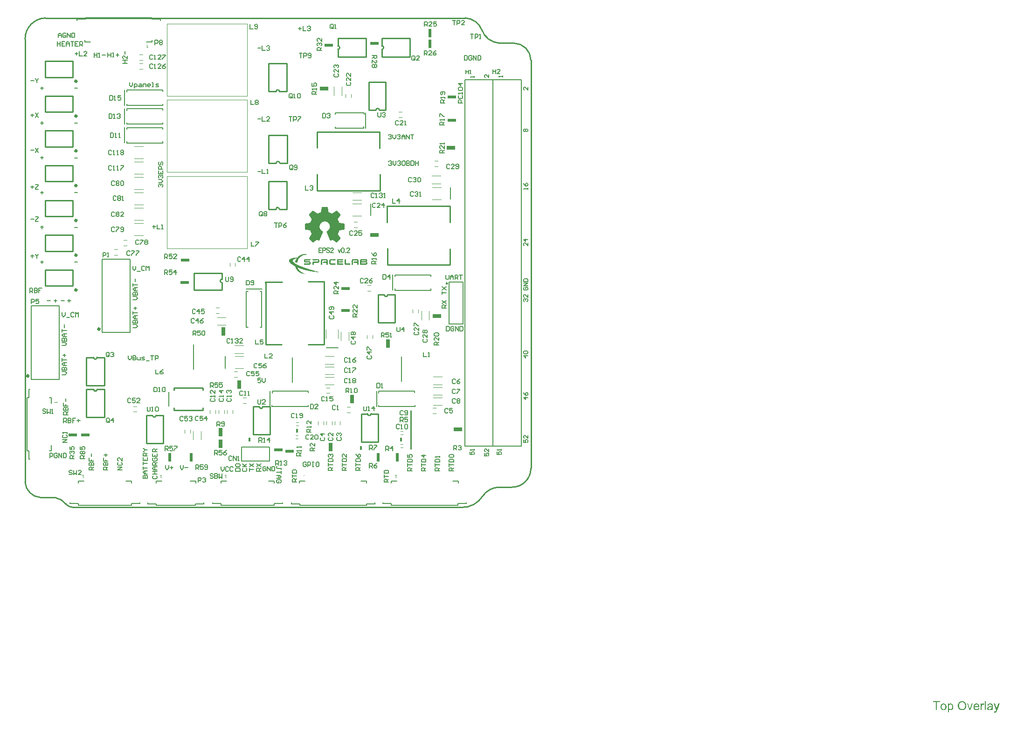
<source format=gto>
G04*
G04 #@! TF.GenerationSoftware,Altium Limited,Altium Designer,22.10.1 (41)*
G04*
G04 Layer_Color=65535*
%FSLAX25Y25*%
%MOIN*%
G70*
G04*
G04 #@! TF.SameCoordinates,259FC9CF-E4F6-480E-B3ED-B57B647CB087*
G04*
G04*
G04 #@! TF.FilePolarity,Positive*
G04*
G01*
G75*
%ADD10C,0.01500*%
%ADD11C,0.01000*%
%ADD12C,0.01968*%
%ADD13C,0.00787*%
%ADD14C,0.00394*%
%ADD15C,0.00800*%
%ADD16C,0.00591*%
%ADD17C,0.00600*%
%ADD18C,0.00047*%
%ADD19C,0.00700*%
%ADD20C,0.00799*%
%ADD21R,0.00695X0.18012*%
%ADD22R,0.00695X0.18012*%
%ADD23R,0.01300X0.03000*%
%ADD24R,0.02500X0.06000*%
%ADD25R,0.06000X0.02000*%
%ADD26R,0.00695X0.18012*%
%ADD27R,0.06000X0.02500*%
%ADD28R,0.02000X0.06000*%
G36*
X201069Y180921D02*
X201168D01*
Y180822D01*
X201267D01*
Y180921D01*
X201366D01*
Y180822D01*
X201464D01*
Y180921D01*
X201563D01*
Y180822D01*
X201859D01*
Y180723D01*
X201958D01*
Y180822D01*
X202056D01*
Y180723D01*
X202155D01*
Y180624D01*
X202254D01*
Y180526D01*
X202155D01*
Y180624D01*
X202056D01*
Y180526D01*
X201958D01*
Y180624D01*
X201859D01*
Y180723D01*
X201760D01*
Y180624D01*
X201859D01*
Y180526D01*
X201760D01*
Y180624D01*
X201662D01*
Y180723D01*
X201563D01*
Y180624D01*
X201464D01*
Y180723D01*
X201366D01*
Y180624D01*
X201267D01*
Y180723D01*
X201168D01*
Y180624D01*
X201069D01*
Y180723D01*
X200971D01*
Y180624D01*
X200675D01*
Y180723D01*
X200576D01*
Y180624D01*
X200675D01*
Y180526D01*
X200576D01*
Y180624D01*
X200478D01*
Y180526D01*
X200379D01*
Y180624D01*
X200280D01*
Y180526D01*
X199787D01*
Y180427D01*
X199688D01*
Y180526D01*
X199589D01*
Y180427D01*
X199491D01*
Y180329D01*
X198997D01*
Y180230D01*
X198899D01*
Y180131D01*
X198603D01*
Y180033D01*
X198504D01*
Y179934D01*
X198405D01*
Y180033D01*
X198307D01*
Y179934D01*
X198208D01*
Y179835D01*
X198109D01*
Y179736D01*
X197813D01*
Y179638D01*
X197714D01*
Y179539D01*
X197418D01*
Y179440D01*
X197320D01*
Y179342D01*
X197221D01*
Y179243D01*
X197123D01*
Y179144D01*
X197024D01*
Y179046D01*
X196925D01*
Y178947D01*
X196728D01*
Y178848D01*
X196629D01*
Y178750D01*
X196530D01*
Y178651D01*
Y178552D01*
X196333D01*
Y178454D01*
Y178355D01*
X196136D01*
Y178256D01*
Y178158D01*
X196037D01*
Y178059D01*
X195938D01*
Y177960D01*
X195840D01*
Y177862D01*
X195741D01*
Y177763D01*
X195642D01*
Y177664D01*
Y177566D01*
X195544D01*
Y177467D01*
Y177368D01*
X195445D01*
Y177270D01*
X195346D01*
Y177171D01*
X195248D01*
Y177072D01*
X195346D01*
Y176973D01*
X195248D01*
Y176875D01*
X195149D01*
Y176776D01*
X195050D01*
Y176678D01*
X195149D01*
Y176579D01*
X195050D01*
Y176480D01*
X194952D01*
Y176382D01*
Y176283D01*
Y176184D01*
X194853D01*
Y176085D01*
X194952D01*
Y175987D01*
X194853D01*
Y175888D01*
X194754D01*
Y175789D01*
Y175691D01*
Y175592D01*
X194656D01*
Y175493D01*
X194754D01*
Y175395D01*
X194656D01*
Y175296D01*
Y175197D01*
Y175099D01*
X194557D01*
Y175000D01*
Y174901D01*
Y174803D01*
Y174704D01*
Y174605D01*
X194261D01*
Y174704D01*
X194162D01*
Y174803D01*
X194063D01*
Y174901D01*
X193767D01*
Y175000D01*
X193669D01*
Y175099D01*
X193570D01*
Y175197D01*
X193274D01*
Y175296D01*
X193175D01*
Y175395D01*
X193077D01*
Y175493D01*
X193175D01*
Y175592D01*
X193077D01*
Y175691D01*
X193175D01*
Y175789D01*
X193077D01*
Y175888D01*
X193175D01*
Y175987D01*
X193274D01*
Y176085D01*
X193175D01*
Y176184D01*
X193274D01*
Y176283D01*
X193373D01*
Y176382D01*
X193274D01*
Y176480D01*
X193373D01*
Y176579D01*
X193472D01*
Y176678D01*
X193570D01*
Y176776D01*
X193472D01*
Y176875D01*
X193570D01*
Y176973D01*
Y177072D01*
X193669D01*
Y177171D01*
Y177270D01*
X193767D01*
Y177368D01*
X193866D01*
Y177467D01*
X193965D01*
Y177566D01*
X193866D01*
Y177664D01*
X193965D01*
Y177763D01*
X194063D01*
Y177862D01*
X194162D01*
Y177960D01*
X193866D01*
Y177862D01*
X193767D01*
Y177960D01*
X193669D01*
Y177862D01*
X193570D01*
Y177763D01*
X193472D01*
Y177862D01*
X193373D01*
Y177763D01*
X193077D01*
Y177664D01*
X192978D01*
Y177566D01*
X192879D01*
Y177664D01*
X192781D01*
Y177566D01*
X192682D01*
Y177467D01*
X192485D01*
Y177368D01*
X192287D01*
Y177270D01*
X192189D01*
Y177171D01*
X191893D01*
Y177072D01*
X191991D01*
Y176973D01*
X191695D01*
Y176875D01*
X191794D01*
Y176776D01*
X191597D01*
Y176678D01*
Y176579D01*
X191498D01*
Y176480D01*
X191399D01*
Y176382D01*
Y176283D01*
Y176184D01*
Y176085D01*
Y175987D01*
X191498D01*
Y175888D01*
X191597D01*
Y175789D01*
X191498D01*
Y175691D01*
X191597D01*
Y175592D01*
X191695D01*
Y175493D01*
X191794D01*
Y175395D01*
Y175296D01*
X191991D01*
Y175197D01*
X191893D01*
Y175099D01*
X192189D01*
Y175000D01*
X192287D01*
Y174901D01*
X192386D01*
Y174803D01*
X192485D01*
Y174704D01*
X192583D01*
Y174605D01*
X192682D01*
Y174507D01*
X192978D01*
Y174408D01*
X193077D01*
Y174309D01*
X193175D01*
Y174211D01*
X193274D01*
Y174112D01*
X193570D01*
Y174013D01*
X193669D01*
Y173915D01*
X193965D01*
Y173816D01*
X194063D01*
Y173717D01*
X194162D01*
Y173618D01*
X194261D01*
Y173520D01*
X194360D01*
Y173618D01*
X194458D01*
Y173520D01*
X194557D01*
Y173421D01*
X194656D01*
Y173520D01*
X194754D01*
Y173421D01*
X194853D01*
Y173322D01*
X194952D01*
Y173224D01*
X195050D01*
Y173125D01*
X195346D01*
Y173027D01*
X195445D01*
Y173125D01*
X195544D01*
Y173027D01*
X195642D01*
Y172928D01*
X195938D01*
Y172829D01*
X196037D01*
Y172730D01*
X196333D01*
Y172632D01*
X196432D01*
Y172533D01*
X196728D01*
Y172434D01*
X196827D01*
Y172336D01*
X196925D01*
Y172434D01*
X197024D01*
Y172336D01*
X197320D01*
Y172237D01*
X197418D01*
Y172138D01*
X197714D01*
Y172040D01*
X197813D01*
Y171941D01*
X198307D01*
Y171842D01*
X198405D01*
Y171744D01*
X198701D01*
Y171645D01*
X198800D01*
Y171744D01*
X198899D01*
Y171645D01*
X198997D01*
Y171546D01*
X199293D01*
Y171448D01*
X199392D01*
Y171546D01*
X199491D01*
Y171448D01*
X199589D01*
Y171349D01*
X199885D01*
Y171250D01*
X199984D01*
Y171152D01*
X200083D01*
Y171250D01*
X200181D01*
Y171152D01*
X200478D01*
Y171053D01*
X200576D01*
Y170954D01*
X200675D01*
Y171053D01*
X200774D01*
Y170954D01*
X201069D01*
Y170856D01*
X201168D01*
Y170757D01*
X201267D01*
Y170856D01*
X201366D01*
Y170757D01*
X201662D01*
Y170658D01*
X201760D01*
Y170560D01*
X201859D01*
Y170658D01*
X201958D01*
Y170560D01*
X202254D01*
Y170461D01*
X202352D01*
Y170362D01*
X202451D01*
Y170461D01*
X202550D01*
Y170362D01*
X202846D01*
Y170264D01*
X202944D01*
Y170165D01*
X203043D01*
Y170264D01*
X203142D01*
Y170165D01*
X203438D01*
Y170066D01*
X203734D01*
Y169967D01*
X204030D01*
Y169869D01*
X204129D01*
Y169967D01*
X204227D01*
Y169869D01*
X204326D01*
Y169770D01*
X204622D01*
Y169671D01*
X204721D01*
Y169770D01*
X204819D01*
Y169671D01*
X204918D01*
Y169573D01*
X205411D01*
Y169474D01*
X205510D01*
Y169376D01*
X205609D01*
Y169474D01*
X205707D01*
Y169376D01*
X206003D01*
Y169277D01*
X206102D01*
Y169178D01*
X206201D01*
Y169277D01*
X206299D01*
Y169178D01*
X206793D01*
Y169079D01*
X206891D01*
Y168981D01*
X206990D01*
Y169079D01*
X207089D01*
Y168981D01*
X207385D01*
Y168882D01*
X207484D01*
Y168981D01*
X207582D01*
Y168882D01*
X207681D01*
Y168783D01*
X207977D01*
Y168685D01*
X208075D01*
Y168783D01*
X208174D01*
Y168685D01*
X208273D01*
Y168586D01*
X208372D01*
Y168685D01*
X208470D01*
Y168586D01*
X208766D01*
Y168487D01*
X208865D01*
Y168389D01*
X208964D01*
Y168487D01*
X209062D01*
Y168389D01*
X209556D01*
Y168290D01*
X209852D01*
Y168191D01*
X210148D01*
Y168093D01*
X210246D01*
Y168191D01*
X210345D01*
Y168093D01*
X210444D01*
Y167994D01*
X210542D01*
Y167895D01*
X210444D01*
Y167994D01*
X210148D01*
Y168093D01*
X210049D01*
Y167994D01*
X209950D01*
Y168093D01*
X209852D01*
Y167994D01*
X209753D01*
Y168093D01*
X209654D01*
Y167994D01*
X209556D01*
Y168093D01*
X208668D01*
Y168191D01*
X208569D01*
Y168093D01*
X208470D01*
Y168191D01*
X208372D01*
Y168093D01*
X208273D01*
Y168191D01*
X207977D01*
Y168290D01*
X207878D01*
Y168191D01*
X207780D01*
Y168290D01*
X207089D01*
Y168389D01*
X206990D01*
Y168290D01*
X206891D01*
Y168389D01*
X206595D01*
Y168487D01*
X206497D01*
Y168389D01*
X206398D01*
Y168487D01*
X205707D01*
Y168586D01*
X205609D01*
Y168487D01*
X205510D01*
Y168586D01*
X205214D01*
Y168685D01*
X205115D01*
Y168586D01*
X205017D01*
Y168685D01*
X204523D01*
Y168783D01*
X204425D01*
Y168685D01*
X204326D01*
Y168783D01*
X204227D01*
Y168882D01*
X204129D01*
Y168783D01*
X204227D01*
Y168685D01*
X204129D01*
Y168783D01*
X204030D01*
Y168882D01*
X203536D01*
Y168981D01*
X203438D01*
Y168882D01*
X203339D01*
Y168981D01*
X203240D01*
Y168882D01*
X203142D01*
Y168981D01*
X203043D01*
Y169079D01*
X202944D01*
Y168981D01*
X202846D01*
Y169079D01*
X202550D01*
Y169178D01*
X202451D01*
Y169079D01*
X202352D01*
Y169178D01*
X202254D01*
Y169277D01*
X202155D01*
Y169178D01*
X202254D01*
Y169079D01*
X202155D01*
Y169178D01*
X202056D01*
Y169277D01*
X201563D01*
Y169376D01*
X201267D01*
Y169474D01*
X201168D01*
Y169376D01*
X201069D01*
Y169474D01*
X200774D01*
Y169573D01*
X200675D01*
Y169474D01*
X200576D01*
Y169573D01*
X200478D01*
Y169671D01*
X199984D01*
Y169770D01*
X199688D01*
Y169869D01*
X199589D01*
Y169770D01*
X199491D01*
Y169869D01*
X199195D01*
Y169967D01*
X199096D01*
Y170066D01*
X198997D01*
Y169967D01*
X199096D01*
Y169869D01*
X198997D01*
Y169967D01*
X198899D01*
Y170066D01*
X198603D01*
Y170165D01*
X198504D01*
Y170066D01*
X198405D01*
Y170165D01*
X198307D01*
Y170264D01*
X197813D01*
Y170362D01*
X197714D01*
Y170461D01*
X197221D01*
Y170560D01*
X197123D01*
Y170658D01*
X196629D01*
Y170757D01*
X196530D01*
Y170856D01*
X196234D01*
Y170954D01*
X196136D01*
Y171053D01*
X196037D01*
Y170954D01*
X195938D01*
Y171053D01*
X195642D01*
Y171152D01*
X195544D01*
Y171250D01*
X195248D01*
Y171349D01*
X194952D01*
Y171250D01*
X195050D01*
Y171152D01*
X195149D01*
Y171053D01*
X195050D01*
Y170954D01*
X195149D01*
Y170856D01*
X195248D01*
Y170757D01*
X195346D01*
Y170658D01*
X195248D01*
Y170560D01*
X195346D01*
Y170461D01*
X195445D01*
Y170362D01*
X195544D01*
Y170264D01*
Y170165D01*
Y170066D01*
X195642D01*
Y169967D01*
X195741D01*
Y169869D01*
X195840D01*
Y169770D01*
X195938D01*
Y169671D01*
Y169573D01*
X196136D01*
Y169474D01*
X196037D01*
Y169376D01*
X196234D01*
Y169277D01*
Y169178D01*
X196432D01*
Y169079D01*
Y168981D01*
X196629D01*
Y168882D01*
Y168783D01*
X196827D01*
Y168685D01*
Y168586D01*
X197123D01*
Y168487D01*
X197221D01*
Y168389D01*
X197320D01*
Y168290D01*
X197418D01*
Y168191D01*
X197517D01*
Y168093D01*
X197616D01*
Y168191D01*
X197714D01*
Y168093D01*
X197813D01*
Y167994D01*
X197912D01*
Y167895D01*
X198011D01*
Y167797D01*
X198307D01*
Y167698D01*
X198405D01*
Y167599D01*
X198701D01*
Y167501D01*
X198800D01*
Y167402D01*
X198899D01*
Y167501D01*
X198997D01*
Y167402D01*
X199293D01*
Y167303D01*
X199392D01*
Y167205D01*
X199491D01*
Y167303D01*
X199589D01*
Y167205D01*
X200083D01*
Y167106D01*
X200181D01*
Y167205D01*
X200280D01*
Y167106D01*
X200379D01*
Y167007D01*
X200478D01*
Y167106D01*
X200576D01*
Y167007D01*
X200675D01*
Y167106D01*
X200774D01*
Y167007D01*
X200872D01*
Y167106D01*
X200971D01*
Y167007D01*
X201069D01*
Y167106D01*
X201168D01*
Y167007D01*
X201267D01*
Y166909D01*
X200576D01*
Y166810D01*
X200478D01*
Y166909D01*
X200379D01*
Y166810D01*
X200280D01*
Y166909D01*
X200181D01*
Y166810D01*
X200083D01*
Y166909D01*
X199984D01*
Y166810D01*
X199885D01*
Y166909D01*
X199787D01*
Y166810D01*
X199688D01*
Y166909D01*
X198800D01*
Y167007D01*
X198701D01*
Y166909D01*
X198603D01*
Y167007D01*
X198504D01*
Y167106D01*
X198405D01*
Y167007D01*
X198307D01*
Y167106D01*
X197813D01*
Y167205D01*
X197714D01*
Y167303D01*
X197418D01*
Y167402D01*
X197320D01*
Y167303D01*
X197221D01*
Y167402D01*
X197123D01*
Y167501D01*
X196827D01*
Y167599D01*
X196728D01*
Y167698D01*
X196432D01*
Y167797D01*
X196333D01*
Y167895D01*
X196234D01*
Y167994D01*
X196136D01*
Y168093D01*
X195840D01*
Y168191D01*
X195741D01*
Y168290D01*
X195642D01*
Y168389D01*
X195544D01*
Y168487D01*
X195445D01*
Y168586D01*
X195346D01*
Y168685D01*
X195149D01*
Y168783D01*
Y168882D01*
X194853D01*
Y168981D01*
X194952D01*
Y169079D01*
X194656D01*
Y169178D01*
X194754D01*
Y169277D01*
X194656D01*
Y169376D01*
X194557D01*
Y169474D01*
X194458D01*
Y169573D01*
X194360D01*
Y169671D01*
X194261D01*
Y169770D01*
X194162D01*
Y169869D01*
X194063D01*
Y169967D01*
X194162D01*
Y170066D01*
X194063D01*
Y170165D01*
X193965D01*
Y170264D01*
X193866D01*
Y170362D01*
X193767D01*
Y170461D01*
Y170560D01*
Y170658D01*
X193669D01*
Y170757D01*
X193570D01*
Y170856D01*
Y170954D01*
Y171053D01*
X193472D01*
Y171152D01*
Y171250D01*
X193373D01*
Y171349D01*
Y171448D01*
X193274D01*
Y171546D01*
X193373D01*
Y171645D01*
X193274D01*
Y171744D01*
X193175D01*
Y171842D01*
X193077D01*
Y171941D01*
X193175D01*
Y172040D01*
X193077D01*
Y172138D01*
X193175D01*
Y172237D01*
X193077D01*
Y172336D01*
X192978D01*
Y172434D01*
X192682D01*
Y172533D01*
X192583D01*
Y172632D01*
X192287D01*
Y172730D01*
X192189D01*
Y172829D01*
X192090D01*
Y172928D01*
X191794D01*
Y173027D01*
X191695D01*
Y173125D01*
X191597D01*
Y173224D01*
X191301D01*
Y173322D01*
X191202D01*
Y173421D01*
X191103D01*
Y173520D01*
X191005D01*
Y173618D01*
X190708D01*
Y173717D01*
X190610D01*
Y173816D01*
X190511D01*
Y173915D01*
X190412D01*
Y174013D01*
X190215D01*
Y174112D01*
Y174211D01*
X189919D01*
Y174309D01*
X190018D01*
Y174408D01*
X189722D01*
Y174507D01*
X189623D01*
Y174605D01*
X189524D01*
Y174704D01*
X189623D01*
Y174803D01*
X189327D01*
Y174901D01*
X189426D01*
Y175000D01*
X189130D01*
Y175099D01*
X189228D01*
Y175197D01*
X189130D01*
Y175296D01*
X189031D01*
Y175395D01*
X188932D01*
Y175493D01*
Y175592D01*
Y175691D01*
X188834D01*
Y175789D01*
X188735D01*
Y175888D01*
X188834D01*
Y175987D01*
X188735D01*
Y176085D01*
Y176184D01*
Y176283D01*
Y176382D01*
Y176480D01*
X188834D01*
Y176579D01*
X188735D01*
Y176678D01*
X188834D01*
Y176776D01*
Y176875D01*
Y176973D01*
X188932D01*
Y177072D01*
X189031D01*
Y177171D01*
X189130D01*
Y177270D01*
X189228D01*
Y177368D01*
X189327D01*
Y177467D01*
X189623D01*
Y177566D01*
X189722D01*
Y177664D01*
X189821D01*
Y177763D01*
X189919D01*
Y177862D01*
X190018D01*
Y177763D01*
X190117D01*
Y177862D01*
X190412D01*
Y177960D01*
X190511D01*
Y178059D01*
X190610D01*
Y177960D01*
X190708D01*
Y178059D01*
X191005D01*
Y178158D01*
X191103D01*
Y178256D01*
X191202D01*
Y178158D01*
X191301D01*
Y178256D01*
X191399D01*
Y178158D01*
X191498D01*
Y178256D01*
X191794D01*
Y178355D01*
X191893D01*
Y178256D01*
X191991D01*
Y178355D01*
X192287D01*
Y178454D01*
X192386D01*
Y178355D01*
X192485D01*
Y178454D01*
X192583D01*
Y178355D01*
X192682D01*
Y178454D01*
X193570D01*
Y178552D01*
X193669D01*
Y178454D01*
X193767D01*
Y178552D01*
X193866D01*
Y178454D01*
X193965D01*
Y178552D01*
X194063D01*
Y178454D01*
X194162D01*
Y178552D01*
X194261D01*
Y178651D01*
X194360D01*
Y178552D01*
X194458D01*
Y178454D01*
X194557D01*
Y178552D01*
X194656D01*
Y178651D01*
X194754D01*
Y178750D01*
X194853D01*
Y178848D01*
X194952D01*
Y178947D01*
X195050D01*
Y179046D01*
X195149D01*
Y179144D01*
X195248D01*
Y179243D01*
X195346D01*
Y179342D01*
X195445D01*
Y179440D01*
X195544D01*
Y179539D01*
X195642D01*
Y179638D01*
X195840D01*
Y179736D01*
Y179835D01*
X196136D01*
Y179934D01*
X196234D01*
Y180033D01*
X196530D01*
Y180131D01*
X196629D01*
Y180230D01*
X196925D01*
Y180329D01*
X197024D01*
Y180427D01*
X197320D01*
Y180526D01*
X197418D01*
Y180624D01*
X197714D01*
Y180723D01*
X197813D01*
Y180624D01*
X197912D01*
Y180723D01*
X198011D01*
Y180822D01*
X198504D01*
Y180921D01*
X198800D01*
Y181019D01*
X198899D01*
Y180921D01*
X198997D01*
Y181019D01*
X200872D01*
Y180921D01*
X200971D01*
Y181019D01*
X201069D01*
Y180921D01*
D02*
G37*
G36*
X215871Y177368D02*
X215970D01*
Y177270D01*
X216068D01*
Y177171D01*
X216167D01*
Y177072D01*
X216266D01*
Y176973D01*
Y176875D01*
X216364D01*
Y176776D01*
Y176678D01*
X216463D01*
Y176579D01*
Y176480D01*
Y176382D01*
Y176283D01*
Y176184D01*
Y176085D01*
Y175987D01*
Y175888D01*
Y175789D01*
Y175691D01*
Y175592D01*
Y175493D01*
Y175395D01*
Y175296D01*
Y175197D01*
Y175099D01*
Y175000D01*
Y174901D01*
Y174803D01*
Y174704D01*
Y174605D01*
Y174507D01*
Y174408D01*
Y174309D01*
Y174211D01*
Y174112D01*
Y174013D01*
Y173915D01*
Y173816D01*
Y173717D01*
Y173618D01*
Y173520D01*
Y173421D01*
X215575D01*
Y173520D01*
X215476D01*
Y173618D01*
X215575D01*
Y173717D01*
X215476D01*
Y173816D01*
X215575D01*
Y173915D01*
X215476D01*
Y174013D01*
X215575D01*
Y174112D01*
X215476D01*
Y174211D01*
X215575D01*
Y174309D01*
X215476D01*
Y174408D01*
X215575D01*
Y174507D01*
X215476D01*
Y174605D01*
X215575D01*
Y174704D01*
X215279D01*
Y174605D01*
X215180D01*
Y174704D01*
X214884D01*
Y174803D01*
X214786D01*
Y174704D01*
X214884D01*
Y174605D01*
X214786D01*
Y174704D01*
X214490D01*
Y174605D01*
X214391D01*
Y174704D01*
X214095D01*
Y174803D01*
X213996D01*
Y174704D01*
X214095D01*
Y174605D01*
X213996D01*
Y174704D01*
X213700D01*
Y174605D01*
X213601D01*
Y174704D01*
X213305D01*
Y174803D01*
X213207D01*
Y174704D01*
X213305D01*
Y174605D01*
X213207D01*
Y174704D01*
X212911D01*
Y174803D01*
X212812D01*
Y174901D01*
X212911D01*
Y175000D01*
Y175099D01*
X213009D01*
Y175197D01*
Y175296D01*
X213108D01*
Y175395D01*
Y175493D01*
X213305D01*
Y175592D01*
X213404D01*
Y175691D01*
X213700D01*
Y175592D01*
X213799D01*
Y175691D01*
X214095D01*
Y175592D01*
X214193D01*
Y175691D01*
X214490D01*
Y175592D01*
X214588D01*
Y175691D01*
X214884D01*
Y175592D01*
X214983D01*
Y175691D01*
X215279D01*
Y175592D01*
X215378D01*
Y175691D01*
X215476D01*
Y175789D01*
X215575D01*
Y175888D01*
X215476D01*
Y175987D01*
X215575D01*
Y176085D01*
X215476D01*
Y176184D01*
X215575D01*
Y176283D01*
X215476D01*
Y176382D01*
X215378D01*
Y176480D01*
X215279D01*
Y176579D01*
X215180D01*
Y176480D01*
X215082D01*
Y176579D01*
X214983D01*
Y176480D01*
X214884D01*
Y176579D01*
X214786D01*
Y176480D01*
X214687D01*
Y176579D01*
X214588D01*
Y176480D01*
X214490D01*
Y176579D01*
X214391D01*
Y176480D01*
X214292D01*
Y176579D01*
X214193D01*
Y176480D01*
X214095D01*
Y176579D01*
X213996D01*
Y176480D01*
X213897D01*
Y176579D01*
X213799D01*
Y176480D01*
X213700D01*
Y176579D01*
X213601D01*
Y176480D01*
X213503D01*
Y176579D01*
X213404D01*
Y176480D01*
X213305D01*
Y176579D01*
X213207D01*
Y176480D01*
X213108D01*
Y176579D01*
X213009D01*
Y176480D01*
X212911D01*
Y176579D01*
X212812D01*
Y176480D01*
X212713D01*
Y176579D01*
X212615D01*
Y176480D01*
X212516D01*
Y176382D01*
X212417D01*
Y176283D01*
X212516D01*
Y176184D01*
X212417D01*
Y176085D01*
X212516D01*
Y175987D01*
X212417D01*
Y175888D01*
X212516D01*
Y175789D01*
X212417D01*
Y175691D01*
Y175592D01*
Y175493D01*
X212516D01*
Y175395D01*
X212417D01*
Y175296D01*
Y175197D01*
Y175099D01*
X212516D01*
Y175000D01*
X212417D01*
Y174901D01*
Y174803D01*
Y174704D01*
X212516D01*
Y174605D01*
X212417D01*
Y174507D01*
X212516D01*
Y174408D01*
X212417D01*
Y174309D01*
X212516D01*
Y174211D01*
X212417D01*
Y174112D01*
Y174013D01*
Y173915D01*
X212516D01*
Y173816D01*
X212417D01*
Y173717D01*
Y173618D01*
Y173520D01*
X212516D01*
Y173421D01*
X211431D01*
Y173520D01*
X211529D01*
Y173618D01*
X211431D01*
Y173717D01*
X211529D01*
Y173816D01*
X211431D01*
Y173915D01*
X211529D01*
Y174013D01*
X211431D01*
Y174112D01*
X211529D01*
Y174211D01*
X211431D01*
Y174309D01*
X211529D01*
Y174408D01*
X211431D01*
Y174507D01*
X211529D01*
Y174605D01*
X211431D01*
Y174704D01*
X211529D01*
Y174803D01*
X211431D01*
Y174901D01*
X211529D01*
Y175000D01*
X211431D01*
Y175099D01*
X211529D01*
Y175197D01*
X211431D01*
Y175296D01*
X211529D01*
Y175395D01*
X211431D01*
Y175493D01*
X211529D01*
Y175592D01*
X211431D01*
Y175691D01*
X211529D01*
Y175789D01*
X211431D01*
Y175888D01*
X211529D01*
Y175987D01*
X211431D01*
Y176085D01*
X211529D01*
Y176184D01*
X211431D01*
Y176283D01*
X211529D01*
Y176382D01*
X211431D01*
Y176480D01*
X211529D01*
Y176579D01*
Y176678D01*
Y176776D01*
X211628D01*
Y176875D01*
X211726D01*
Y176973D01*
X211628D01*
Y177072D01*
X211825D01*
Y177171D01*
Y177270D01*
X212023D01*
Y177368D01*
Y177467D01*
X212121D01*
Y177368D01*
X212220D01*
Y177467D01*
X215871D01*
Y177368D01*
D02*
G37*
G36*
X204326D02*
Y177270D01*
X204227D01*
Y177171D01*
X204129D01*
Y177072D01*
X204227D01*
Y176973D01*
X204129D01*
Y176875D01*
X204227D01*
Y176776D01*
X204129D01*
Y176678D01*
Y176579D01*
X203931D01*
Y176480D01*
X203833D01*
Y176579D01*
X203734D01*
Y176480D01*
X203635D01*
Y176579D01*
X203536D01*
Y176480D01*
X203438D01*
Y176579D01*
X203339D01*
Y176480D01*
X203240D01*
Y176579D01*
X203142D01*
Y176480D01*
X203043D01*
Y176579D01*
X202944D01*
Y176480D01*
X202846D01*
Y176579D01*
X202747D01*
Y176480D01*
X202648D01*
Y176579D01*
X202550D01*
Y176480D01*
X202451D01*
Y176579D01*
X202352D01*
Y176480D01*
X202254D01*
Y176579D01*
X202155D01*
Y176480D01*
X202056D01*
Y176579D01*
X201958D01*
Y176480D01*
X201859D01*
Y176579D01*
X201760D01*
Y176480D01*
X201662D01*
Y176579D01*
X201563D01*
Y176480D01*
X201464D01*
Y176579D01*
X201366D01*
Y176480D01*
X201267D01*
Y176579D01*
X201168D01*
Y176480D01*
X201069D01*
Y176579D01*
X200971D01*
Y176480D01*
X200872D01*
Y176579D01*
X200774D01*
Y176480D01*
X200675D01*
Y176579D01*
X200576D01*
Y176480D01*
X200478D01*
Y176579D01*
X200379D01*
Y176480D01*
X200478D01*
Y176382D01*
X200379D01*
Y176283D01*
Y176184D01*
Y176085D01*
X200478D01*
Y175987D01*
X200576D01*
Y175888D01*
X200675D01*
Y175987D01*
X200774D01*
Y175888D01*
X200872D01*
Y175987D01*
X200971D01*
Y175888D01*
X201069D01*
Y175987D01*
X201168D01*
Y175888D01*
X201267D01*
Y175987D01*
X201366D01*
Y175888D01*
X201464D01*
Y175987D01*
X201563D01*
Y175888D01*
X201662D01*
Y175987D01*
X201760D01*
Y175888D01*
X201859D01*
Y175987D01*
X201958D01*
Y175888D01*
X202056D01*
Y175987D01*
X202155D01*
Y175888D01*
X202254D01*
Y175987D01*
X202352D01*
Y175888D01*
X202451D01*
Y175987D01*
X202550D01*
Y175888D01*
X202648D01*
Y175987D01*
X202747D01*
Y175888D01*
X202846D01*
Y175987D01*
X202944D01*
Y175888D01*
X203043D01*
Y175987D01*
X203142D01*
Y175888D01*
X203240D01*
Y175987D01*
X203339D01*
Y175888D01*
X203635D01*
Y175789D01*
X203734D01*
Y175691D01*
X203833D01*
Y175592D01*
X203931D01*
Y175493D01*
X204030D01*
Y175395D01*
X204129D01*
Y175296D01*
X204227D01*
Y175197D01*
X204129D01*
Y175099D01*
X204227D01*
Y175000D01*
X204326D01*
Y174901D01*
X204227D01*
Y174803D01*
X204326D01*
Y174704D01*
X204227D01*
Y174605D01*
X204326D01*
Y174507D01*
X204227D01*
Y174408D01*
Y174309D01*
Y174211D01*
X204129D01*
Y174112D01*
X204227D01*
Y174013D01*
X204129D01*
Y173915D01*
X204030D01*
Y173816D01*
X203931D01*
Y173717D01*
X203833D01*
Y173618D01*
X203734D01*
Y173520D01*
X203635D01*
Y173421D01*
X199392D01*
Y173520D01*
X199491D01*
Y173618D01*
X199392D01*
Y173717D01*
X199491D01*
Y173816D01*
X199392D01*
Y173915D01*
X199491D01*
Y174013D01*
X199589D01*
Y174112D01*
X199491D01*
Y174211D01*
X199589D01*
Y174309D01*
X199688D01*
Y174408D01*
X199787D01*
Y174309D01*
X199885D01*
Y174408D01*
X199984D01*
Y174309D01*
X200083D01*
Y174408D01*
X200181D01*
Y174309D01*
X200280D01*
Y174408D01*
X200379D01*
Y174309D01*
X200478D01*
Y174408D01*
X200576D01*
Y174309D01*
X200675D01*
Y174408D01*
X200774D01*
Y174309D01*
X200872D01*
Y174408D01*
X200971D01*
Y174309D01*
X201069D01*
Y174408D01*
X201168D01*
Y174309D01*
X201267D01*
Y174408D01*
X201366D01*
Y174309D01*
X201464D01*
Y174408D01*
X201563D01*
Y174309D01*
X201662D01*
Y174408D01*
X201760D01*
Y174309D01*
X201859D01*
Y174408D01*
X201958D01*
Y174309D01*
X202056D01*
Y174408D01*
X202155D01*
Y174309D01*
X202254D01*
Y174408D01*
X202352D01*
Y174309D01*
X202451D01*
Y174408D01*
X202550D01*
Y174309D01*
X202648D01*
Y174408D01*
X202747D01*
Y174309D01*
X202846D01*
Y174408D01*
X202944D01*
Y174309D01*
X203043D01*
Y174408D01*
X203142D01*
Y174309D01*
X203240D01*
Y174408D01*
Y174507D01*
Y174605D01*
X203339D01*
Y174704D01*
Y174803D01*
Y174901D01*
X203240D01*
Y175000D01*
X200181D01*
Y175099D01*
X199984D01*
Y175197D01*
X199787D01*
Y175296D01*
X199688D01*
Y175395D01*
X199589D01*
Y175493D01*
Y175592D01*
Y175691D01*
X199491D01*
Y175789D01*
X199392D01*
Y175888D01*
X199491D01*
Y175987D01*
X199392D01*
Y176085D01*
Y176184D01*
Y176283D01*
X199491D01*
Y176382D01*
X199392D01*
Y176480D01*
X199491D01*
Y176579D01*
X199392D01*
Y176678D01*
X199491D01*
Y176776D01*
X199589D01*
Y176875D01*
Y176973D01*
Y177072D01*
X199688D01*
Y177171D01*
X199787D01*
Y177270D01*
X199885D01*
Y177368D01*
X199984D01*
Y177270D01*
X200083D01*
Y177368D01*
X200181D01*
Y177467D01*
X204326D01*
Y177368D01*
D02*
G37*
G36*
X209753D02*
X209852D01*
Y177270D01*
X209950D01*
Y177171D01*
X210049D01*
Y177072D01*
X210148D01*
Y176973D01*
X210246D01*
Y176875D01*
X210345D01*
Y176776D01*
X210246D01*
Y176678D01*
X210345D01*
Y176579D01*
X210444D01*
Y176480D01*
Y176382D01*
Y176283D01*
X210542D01*
Y176184D01*
X210444D01*
Y176085D01*
Y175987D01*
Y175888D01*
Y175789D01*
Y175691D01*
X210345D01*
Y175592D01*
Y175493D01*
Y175395D01*
X210246D01*
Y175296D01*
X210148D01*
Y175197D01*
X210049D01*
Y175099D01*
X210148D01*
Y175000D01*
X209852D01*
Y174901D01*
X209753D01*
Y174803D01*
X209457D01*
Y174704D01*
X209358D01*
Y174803D01*
X209260D01*
Y174704D01*
X209161D01*
Y174803D01*
X209062D01*
Y174704D01*
X208964D01*
Y174803D01*
X208865D01*
Y174704D01*
X208766D01*
Y174803D01*
X208668D01*
Y174704D01*
X208569D01*
Y174803D01*
X208470D01*
Y174704D01*
X208372D01*
Y174803D01*
X208273D01*
Y174704D01*
X208174D01*
Y174803D01*
X208075D01*
Y174704D01*
X207977D01*
Y174803D01*
X207878D01*
Y174704D01*
X207780D01*
Y174803D01*
X207681D01*
Y174704D01*
X207582D01*
Y174803D01*
X207484D01*
Y174704D01*
X207385D01*
Y174803D01*
X207286D01*
Y174704D01*
X207187D01*
Y174803D01*
X207089D01*
Y174704D01*
X206990D01*
Y174803D01*
X206891D01*
Y174704D01*
X206793D01*
Y174803D01*
X206694D01*
Y174704D01*
X206595D01*
Y174803D01*
X206497D01*
Y174704D01*
X206398D01*
Y174803D01*
X206299D01*
Y174704D01*
Y174605D01*
Y174507D01*
Y174408D01*
Y174309D01*
Y174211D01*
Y174112D01*
Y174013D01*
Y173915D01*
Y173816D01*
Y173717D01*
Y173618D01*
Y173520D01*
Y173421D01*
X205313D01*
Y173520D01*
X205411D01*
Y173618D01*
X205313D01*
Y173717D01*
Y173816D01*
Y173915D01*
X205411D01*
Y174013D01*
X205313D01*
Y174112D01*
X205411D01*
Y174211D01*
X205313D01*
Y174309D01*
X205411D01*
Y174408D01*
X205313D01*
Y174507D01*
Y174605D01*
Y174704D01*
X205411D01*
Y174803D01*
X205313D01*
Y174901D01*
Y175000D01*
Y175099D01*
X205411D01*
Y175197D01*
X205313D01*
Y175296D01*
X205411D01*
Y175395D01*
X205313D01*
Y175493D01*
X205609D01*
Y175592D01*
X205510D01*
Y175691D01*
X205609D01*
Y175592D01*
X205707D01*
Y175691D01*
X209358D01*
Y175789D01*
X209457D01*
Y175888D01*
Y175987D01*
Y176085D01*
X209556D01*
Y176184D01*
X209457D01*
Y176283D01*
Y176382D01*
Y176480D01*
X209358D01*
Y176579D01*
X209260D01*
Y176480D01*
X209161D01*
Y176579D01*
X209062D01*
Y176480D01*
X208964D01*
Y176579D01*
X208865D01*
Y176480D01*
X208766D01*
Y176579D01*
X208668D01*
Y176480D01*
X208569D01*
Y176579D01*
X208470D01*
Y176480D01*
X208372D01*
Y176579D01*
X208273D01*
Y176480D01*
X208174D01*
Y176579D01*
X208075D01*
Y176480D01*
X207977D01*
Y176579D01*
X207878D01*
Y176480D01*
X207780D01*
Y176579D01*
X207681D01*
Y176480D01*
X207582D01*
Y176579D01*
X207484D01*
Y176480D01*
X207385D01*
Y176579D01*
X207286D01*
Y176480D01*
X207187D01*
Y176579D01*
X207089D01*
Y176480D01*
X206990D01*
Y176579D01*
X206891D01*
Y176480D01*
X206793D01*
Y176579D01*
X206694D01*
Y176480D01*
X206595D01*
Y176579D01*
X206497D01*
Y176480D01*
X206398D01*
Y176579D01*
X206299D01*
Y176480D01*
X206201D01*
Y176579D01*
X206102D01*
Y176480D01*
X206003D01*
Y176579D01*
X205905D01*
Y176480D01*
X205806D01*
Y176579D01*
X205707D01*
Y176480D01*
X205609D01*
Y176579D01*
X205510D01*
Y176480D01*
X205411D01*
Y176579D01*
X205313D01*
Y176678D01*
X205411D01*
Y176776D01*
X205313D01*
Y176875D01*
Y176973D01*
Y177072D01*
X205411D01*
Y177171D01*
X205313D01*
Y177270D01*
Y177368D01*
Y177467D01*
X209753D01*
Y177368D01*
D02*
G37*
G36*
X201366Y167007D02*
X201464D01*
Y166909D01*
X201366D01*
Y167007D01*
X201267D01*
Y167106D01*
X201366D01*
Y167007D01*
D02*
G37*
G36*
X221989Y177368D02*
X221890D01*
Y177270D01*
X221989D01*
Y177171D01*
X221890D01*
Y177072D01*
X221989D01*
Y176973D01*
X221890D01*
Y176875D01*
Y176776D01*
Y176678D01*
X221792D01*
Y176579D01*
X221693D01*
Y176480D01*
X221594D01*
Y176579D01*
X221496D01*
Y176480D01*
X221397D01*
Y176579D01*
X221298D01*
Y176480D01*
X221199D01*
Y176579D01*
X221101D01*
Y176480D01*
X221002D01*
Y176579D01*
X220903D01*
Y176480D01*
X220805D01*
Y176579D01*
X220706D01*
Y176480D01*
X220607D01*
Y176579D01*
X220509D01*
Y176480D01*
X220410D01*
Y176579D01*
X220311D01*
Y176480D01*
X220213D01*
Y176579D01*
X220114D01*
Y176480D01*
X220015D01*
Y176579D01*
X219917D01*
Y176480D01*
X219818D01*
Y176579D01*
X219719D01*
Y176480D01*
X219621D01*
Y176579D01*
X219522D01*
Y176480D01*
X219423D01*
Y176579D01*
X219325D01*
Y176480D01*
X219226D01*
Y176579D01*
X219127D01*
Y176480D01*
X219029D01*
Y176579D01*
X218930D01*
Y176480D01*
X218831D01*
Y176579D01*
X218733D01*
Y176480D01*
X218634D01*
Y176382D01*
X218535D01*
Y176283D01*
X218437D01*
Y176184D01*
X218535D01*
Y176085D01*
X218437D01*
Y175987D01*
Y175888D01*
Y175789D01*
X218535D01*
Y175691D01*
X218437D01*
Y175592D01*
Y175493D01*
Y175395D01*
X218535D01*
Y175296D01*
X218437D01*
Y175197D01*
Y175099D01*
Y175000D01*
X218535D01*
Y174901D01*
X218437D01*
Y174803D01*
Y174704D01*
Y174605D01*
X218535D01*
Y174507D01*
X218634D01*
Y174408D01*
X218733D01*
Y174309D01*
X218831D01*
Y174408D01*
X218930D01*
Y174309D01*
X219029D01*
Y174408D01*
X219127D01*
Y174309D01*
X219226D01*
Y174408D01*
X219325D01*
Y174309D01*
X219423D01*
Y174408D01*
X219522D01*
Y174309D01*
X219621D01*
Y174408D01*
X219719D01*
Y174309D01*
X219818D01*
Y174408D01*
X219917D01*
Y174309D01*
X220015D01*
Y174408D01*
X220114D01*
Y174309D01*
X220213D01*
Y174408D01*
X220311D01*
Y174309D01*
X220410D01*
Y174408D01*
X220509D01*
Y174309D01*
X220607D01*
Y174408D01*
X220706D01*
Y174309D01*
X220805D01*
Y174408D01*
X220903D01*
Y174309D01*
X221002D01*
Y174408D01*
X221101D01*
Y174309D01*
X221199D01*
Y174408D01*
X221298D01*
Y174309D01*
X221397D01*
Y174408D01*
X221496D01*
Y174309D01*
X221594D01*
Y174408D01*
X221693D01*
Y174309D01*
X221792D01*
Y174211D01*
X221890D01*
Y174112D01*
Y174013D01*
Y173915D01*
X221989D01*
Y173816D01*
X221890D01*
Y173717D01*
X221989D01*
Y173618D01*
X221890D01*
Y173520D01*
X221989D01*
Y173421D01*
X218338D01*
Y173520D01*
X218239D01*
Y173618D01*
X217943D01*
Y173717D01*
X217845D01*
Y173816D01*
X217746D01*
Y173915D01*
Y174013D01*
X217647D01*
Y174112D01*
Y174211D01*
X217548D01*
Y174309D01*
X217647D01*
Y174408D01*
X217548D01*
Y174507D01*
X217450D01*
Y174605D01*
X217548D01*
Y174704D01*
X217450D01*
Y174803D01*
X217548D01*
Y174901D01*
X217450D01*
Y175000D01*
X217548D01*
Y175099D01*
X217450D01*
Y175197D01*
X217548D01*
Y175296D01*
X217450D01*
Y175395D01*
X217548D01*
Y175493D01*
X217450D01*
Y175592D01*
X217548D01*
Y175691D01*
X217450D01*
Y175789D01*
X217548D01*
Y175888D01*
X217450D01*
Y175987D01*
X217548D01*
Y176085D01*
X217450D01*
Y176184D01*
X217548D01*
Y176283D01*
X217450D01*
Y176382D01*
X217548D01*
Y176480D01*
Y176579D01*
Y176678D01*
X217647D01*
Y176776D01*
Y176875D01*
Y176973D01*
X217746D01*
Y177072D01*
X217845D01*
Y177171D01*
X217943D01*
Y177270D01*
X218239D01*
Y177368D01*
X218338D01*
Y177467D01*
X221989D01*
Y177368D01*
D02*
G37*
G36*
X227317D02*
Y177270D01*
Y177171D01*
Y177072D01*
Y176973D01*
X227219D01*
Y176875D01*
X227317D01*
Y176776D01*
X227219D01*
Y176678D01*
Y176579D01*
Y176480D01*
X227120D01*
Y176579D01*
X227021D01*
Y176480D01*
X226923D01*
Y176579D01*
X226824D01*
Y176480D01*
X226725D01*
Y176579D01*
X226627D01*
Y176480D01*
X226528D01*
Y176579D01*
X226429D01*
Y176480D01*
X226331D01*
Y176579D01*
X226232D01*
Y176480D01*
X226133D01*
Y176579D01*
X226035D01*
Y176480D01*
X225936D01*
Y176579D01*
X225837D01*
Y176480D01*
X225739D01*
Y176579D01*
X225640D01*
Y176480D01*
X225541D01*
Y176579D01*
X225443D01*
Y176480D01*
X225344D01*
Y176579D01*
X225245D01*
Y176480D01*
X225147D01*
Y176579D01*
X225048D01*
Y176480D01*
X224949D01*
Y176579D01*
X224851D01*
Y176480D01*
X224752D01*
Y176579D01*
X224653D01*
Y176480D01*
X224554D01*
Y176579D01*
X224456D01*
Y176480D01*
X224357D01*
Y176579D01*
X224258D01*
Y176480D01*
X224160D01*
Y176579D01*
X224061D01*
Y176480D01*
X223962D01*
Y176382D01*
Y176283D01*
Y176184D01*
Y176085D01*
Y175987D01*
X224061D01*
Y175888D01*
X224160D01*
Y175987D01*
X224258D01*
Y175888D01*
X224357D01*
Y175987D01*
X224456D01*
Y175888D01*
X224554D01*
Y175987D01*
X224653D01*
Y175888D01*
X224752D01*
Y175987D01*
X224851D01*
Y175888D01*
X224949D01*
Y175987D01*
X225048D01*
Y175888D01*
X225147D01*
Y175987D01*
X225245D01*
Y175888D01*
X225344D01*
Y175987D01*
X225443D01*
Y175888D01*
X225541D01*
Y175987D01*
X225640D01*
Y175888D01*
X225739D01*
Y175987D01*
X225837D01*
Y175888D01*
X225936D01*
Y175987D01*
X226035D01*
Y175888D01*
X226133D01*
Y175987D01*
X226232D01*
Y175888D01*
X226331D01*
Y175987D01*
X226429D01*
Y175888D01*
X226528D01*
Y175987D01*
X226627D01*
Y175888D01*
X226725D01*
Y175987D01*
X226824D01*
Y175888D01*
X226923D01*
Y175987D01*
X227021D01*
Y175888D01*
X227120D01*
Y175789D01*
X227219D01*
Y175691D01*
X227120D01*
Y175592D01*
Y175493D01*
Y175395D01*
X227219D01*
Y175296D01*
X227120D01*
Y175197D01*
Y175099D01*
Y175000D01*
X224061D01*
Y174901D01*
X223962D01*
Y174803D01*
Y174704D01*
Y174605D01*
Y174507D01*
Y174408D01*
X224061D01*
Y174309D01*
X224160D01*
Y174408D01*
X224258D01*
Y174309D01*
X224357D01*
Y174408D01*
X224456D01*
Y174309D01*
X224554D01*
Y174408D01*
X224653D01*
Y174309D01*
X224752D01*
Y174408D01*
X224851D01*
Y174309D01*
X224949D01*
Y174408D01*
X225048D01*
Y174309D01*
X225147D01*
Y174408D01*
X225245D01*
Y174309D01*
X225344D01*
Y174408D01*
X225443D01*
Y174309D01*
X225541D01*
Y174408D01*
X225640D01*
Y174309D01*
X225739D01*
Y174408D01*
X225837D01*
Y174309D01*
X225936D01*
Y174408D01*
X226035D01*
Y174309D01*
X226133D01*
Y174408D01*
X226232D01*
Y174309D01*
X226331D01*
Y174408D01*
X226429D01*
Y174309D01*
X226528D01*
Y174408D01*
X226627D01*
Y174309D01*
X226725D01*
Y174408D01*
X226824D01*
Y174309D01*
X226923D01*
Y174408D01*
X227021D01*
Y174309D01*
X227120D01*
Y174408D01*
X227219D01*
Y174309D01*
Y174211D01*
Y174112D01*
X227317D01*
Y174013D01*
X227219D01*
Y173915D01*
X227317D01*
Y173816D01*
X227219D01*
Y173717D01*
X227317D01*
Y173618D01*
Y173520D01*
Y173421D01*
X223074D01*
Y173520D01*
X222976D01*
Y173618D01*
X223074D01*
Y173717D01*
X222976D01*
Y173816D01*
X223074D01*
Y173915D01*
X222976D01*
Y174013D01*
X223074D01*
Y174112D01*
Y174211D01*
Y174309D01*
X222976D01*
Y174408D01*
X223074D01*
Y174507D01*
X222976D01*
Y174605D01*
X223074D01*
Y174704D01*
X222976D01*
Y174803D01*
X223074D01*
Y174901D01*
Y175000D01*
Y175099D01*
X222976D01*
Y175197D01*
X223074D01*
Y175296D01*
X222976D01*
Y175395D01*
X223074D01*
Y175493D01*
X222976D01*
Y175592D01*
X223074D01*
Y175691D01*
Y175789D01*
Y175888D01*
X222976D01*
Y175987D01*
X223074D01*
Y176085D01*
X222976D01*
Y176184D01*
X223074D01*
Y176283D01*
X222976D01*
Y176382D01*
X223074D01*
Y176480D01*
Y176579D01*
Y176678D01*
X222976D01*
Y176776D01*
X223074D01*
Y176875D01*
X222976D01*
Y176973D01*
X223074D01*
Y177072D01*
X222976D01*
Y177171D01*
X223074D01*
Y177270D01*
Y177368D01*
Y177467D01*
X227317D01*
Y177368D01*
D02*
G37*
G36*
X229488D02*
X229390D01*
Y177270D01*
Y177171D01*
Y177072D01*
X229488D01*
Y176973D01*
X229390D01*
Y176875D01*
Y176776D01*
Y176678D01*
X229488D01*
Y176579D01*
X229390D01*
Y176480D01*
Y176382D01*
Y176283D01*
X229488D01*
Y176184D01*
X229390D01*
Y176085D01*
Y175987D01*
Y175888D01*
X229488D01*
Y175789D01*
X229390D01*
Y175691D01*
Y175592D01*
Y175493D01*
X229488D01*
Y175395D01*
X229390D01*
Y175296D01*
Y175197D01*
Y175099D01*
X229488D01*
Y175000D01*
X229390D01*
Y174901D01*
Y174803D01*
Y174704D01*
X229488D01*
Y174605D01*
X229390D01*
Y174507D01*
X229488D01*
Y174408D01*
X229587D01*
Y174309D01*
X229686D01*
Y174408D01*
X229784D01*
Y174309D01*
X229883D01*
Y174408D01*
X229982D01*
Y174309D01*
X230080D01*
Y174408D01*
X230179D01*
Y174309D01*
X230278D01*
Y174408D01*
X230376D01*
Y174309D01*
X230475D01*
Y174408D01*
X230574D01*
Y174309D01*
X230672D01*
Y174408D01*
X230771D01*
Y174309D01*
X230870D01*
Y174408D01*
X230968D01*
Y174309D01*
X231067D01*
Y174408D01*
X231166D01*
Y174309D01*
X231264D01*
Y174408D01*
X231363D01*
Y174309D01*
X231462D01*
Y174408D01*
X231560D01*
Y174309D01*
X231659D01*
Y174408D01*
X231758D01*
Y174309D01*
X231856D01*
Y174408D01*
X231955D01*
Y174309D01*
X232054D01*
Y174408D01*
X232153D01*
Y174309D01*
X232350D01*
Y174211D01*
Y174112D01*
X232449D01*
Y174013D01*
X232350D01*
Y173915D01*
X232449D01*
Y173816D01*
X232350D01*
Y173717D01*
X232449D01*
Y173618D01*
X232547D01*
Y173520D01*
X232449D01*
Y173421D01*
X229192D01*
Y173520D01*
X229094D01*
Y173618D01*
X228995D01*
Y173520D01*
X229094D01*
Y173421D01*
X228995D01*
Y173520D01*
X228896D01*
Y173618D01*
X228798D01*
Y173717D01*
X228699D01*
Y173816D01*
X228600D01*
Y173915D01*
Y174013D01*
X228502D01*
Y174112D01*
Y174211D01*
X228403D01*
Y174309D01*
X228502D01*
Y174408D01*
X228403D01*
Y174507D01*
X228502D01*
Y174605D01*
X228403D01*
Y174704D01*
X228502D01*
Y174803D01*
X228403D01*
Y174901D01*
X228502D01*
Y175000D01*
X228403D01*
Y175099D01*
X228502D01*
Y175197D01*
X228403D01*
Y175296D01*
X228502D01*
Y175395D01*
X228403D01*
Y175493D01*
X228502D01*
Y175592D01*
X228403D01*
Y175691D01*
X228502D01*
Y175789D01*
X228403D01*
Y175888D01*
X228502D01*
Y175987D01*
X228403D01*
Y176085D01*
X228502D01*
Y176184D01*
X228403D01*
Y176283D01*
X228502D01*
Y176382D01*
X228403D01*
Y176480D01*
X228502D01*
Y176579D01*
X228403D01*
Y176678D01*
X228502D01*
Y176776D01*
X228403D01*
Y176875D01*
X228502D01*
Y176973D01*
X228600D01*
Y177072D01*
X228699D01*
Y177171D01*
Y177270D01*
X228896D01*
Y177368D01*
X228995D01*
Y177467D01*
X229488D01*
Y177368D01*
D02*
G37*
G36*
X237777D02*
X237876D01*
Y177270D01*
X238172D01*
Y177171D01*
X238270D01*
Y177072D01*
X238369D01*
Y176973D01*
X238270D01*
Y176875D01*
X238369D01*
Y176776D01*
X238468D01*
Y176678D01*
X238566D01*
Y176579D01*
X238468D01*
Y176480D01*
X238566D01*
Y176382D01*
X238468D01*
Y176283D01*
X238566D01*
Y176184D01*
X238468D01*
Y176085D01*
X238566D01*
Y175987D01*
X238468D01*
Y175888D01*
X238566D01*
Y175789D01*
X238468D01*
Y175691D01*
X238566D01*
Y175592D01*
X238468D01*
Y175493D01*
X238566D01*
Y175395D01*
X238468D01*
Y175296D01*
X238566D01*
Y175197D01*
X238468D01*
Y175099D01*
X238566D01*
Y175000D01*
X238468D01*
Y174901D01*
X238566D01*
Y174803D01*
X238468D01*
Y174704D01*
X238566D01*
Y174605D01*
X238468D01*
Y174507D01*
X238566D01*
Y174408D01*
X238468D01*
Y174309D01*
X238566D01*
Y174211D01*
X238468D01*
Y174112D01*
X238566D01*
Y174013D01*
X238468D01*
Y173915D01*
X238566D01*
Y173816D01*
X238468D01*
Y173717D01*
X238566D01*
Y173618D01*
X238468D01*
Y173520D01*
X238566D01*
Y173421D01*
X237580D01*
Y173520D01*
Y173618D01*
Y173717D01*
Y173816D01*
Y173915D01*
Y174013D01*
Y174112D01*
Y174211D01*
Y174309D01*
Y174408D01*
Y174507D01*
Y174605D01*
X237481D01*
Y174704D01*
X237382D01*
Y174605D01*
X237284D01*
Y174704D01*
X236988D01*
Y174803D01*
X236889D01*
Y174704D01*
X236988D01*
Y174605D01*
X236889D01*
Y174704D01*
X236593D01*
Y174605D01*
X236494D01*
Y174704D01*
X236198D01*
Y174803D01*
X236100D01*
Y174704D01*
X236198D01*
Y174605D01*
X236100D01*
Y174704D01*
X235804D01*
Y174605D01*
X235705D01*
Y174704D01*
X235409D01*
Y174803D01*
X235310D01*
Y174704D01*
X235409D01*
Y174605D01*
X235310D01*
Y174704D01*
X235014D01*
Y174803D01*
X234915D01*
Y174901D01*
X235014D01*
Y175000D01*
X234915D01*
Y175099D01*
X235014D01*
Y175197D01*
X235113D01*
Y175296D01*
X235211D01*
Y175395D01*
X235113D01*
Y175493D01*
X235211D01*
Y175592D01*
X235310D01*
Y175493D01*
X235409D01*
Y175592D01*
X235507D01*
Y175691D01*
X235804D01*
Y175592D01*
X235902D01*
Y175691D01*
X236198D01*
Y175592D01*
X236297D01*
Y175691D01*
X236593D01*
Y175592D01*
X236692D01*
Y175691D01*
X236988D01*
Y175592D01*
X237086D01*
Y175691D01*
X237382D01*
Y175592D01*
X237481D01*
Y175691D01*
X237580D01*
Y175789D01*
Y175888D01*
Y175987D01*
Y176085D01*
Y176184D01*
Y176283D01*
Y176382D01*
X237481D01*
Y176480D01*
X237382D01*
Y176579D01*
X237284D01*
Y176480D01*
X237185D01*
Y176579D01*
X237086D01*
Y176480D01*
X236988D01*
Y176579D01*
X236889D01*
Y176480D01*
X236790D01*
Y176579D01*
X236692D01*
Y176480D01*
X236593D01*
Y176579D01*
X236494D01*
Y176480D01*
X236396D01*
Y176579D01*
X236297D01*
Y176480D01*
X236198D01*
Y176579D01*
X236100D01*
Y176480D01*
X236001D01*
Y176579D01*
X235902D01*
Y176480D01*
X235804D01*
Y176579D01*
X235705D01*
Y176480D01*
X235606D01*
Y176579D01*
X235507D01*
Y176480D01*
X235409D01*
Y176579D01*
X235310D01*
Y176480D01*
X235211D01*
Y176579D01*
X235113D01*
Y176480D01*
X235014D01*
Y176579D01*
X234915D01*
Y176480D01*
X234817D01*
Y176579D01*
X234718D01*
Y176480D01*
X234521D01*
Y176382D01*
Y176283D01*
Y176184D01*
Y176085D01*
Y175987D01*
Y175888D01*
Y175789D01*
Y175691D01*
Y175592D01*
Y175493D01*
Y175395D01*
Y175296D01*
Y175197D01*
Y175099D01*
Y175000D01*
Y174901D01*
Y174803D01*
Y174704D01*
Y174605D01*
Y174507D01*
Y174408D01*
Y174309D01*
Y174211D01*
Y174112D01*
Y174013D01*
Y173915D01*
Y173816D01*
Y173717D01*
Y173618D01*
Y173520D01*
Y173421D01*
X233534D01*
Y173520D01*
Y173618D01*
Y173717D01*
X233633D01*
Y173816D01*
X233534D01*
Y173915D01*
Y174013D01*
Y174112D01*
X233633D01*
Y174211D01*
X233534D01*
Y174309D01*
Y174408D01*
Y174507D01*
X233633D01*
Y174605D01*
X233534D01*
Y174704D01*
Y174803D01*
Y174901D01*
X233633D01*
Y175000D01*
X233534D01*
Y175099D01*
Y175197D01*
Y175296D01*
X233633D01*
Y175395D01*
X233534D01*
Y175493D01*
Y175592D01*
Y175691D01*
X233633D01*
Y175789D01*
X233534D01*
Y175888D01*
Y175987D01*
Y176085D01*
X233633D01*
Y176184D01*
X233534D01*
Y176283D01*
Y176382D01*
Y176480D01*
X233633D01*
Y176579D01*
X233534D01*
Y176678D01*
X233633D01*
Y176776D01*
Y176875D01*
X233731D01*
Y176973D01*
Y177072D01*
X233830D01*
Y177171D01*
X233929D01*
Y177270D01*
X234027D01*
Y177368D01*
X234126D01*
Y177467D01*
X237777D01*
Y177368D01*
D02*
G37*
G36*
X244092D02*
X244191D01*
Y177270D01*
X244290D01*
Y177171D01*
X244388D01*
Y177072D01*
X244487D01*
Y176973D01*
Y176875D01*
Y176776D01*
X244586D01*
Y176678D01*
Y176579D01*
Y176480D01*
X244684D01*
Y176382D01*
X244586D01*
Y176283D01*
X244684D01*
Y176184D01*
X244586D01*
Y176085D01*
Y175987D01*
Y175888D01*
X244487D01*
Y175789D01*
X244388D01*
Y175691D01*
Y175592D01*
X244191D01*
Y175493D01*
X244290D01*
Y175395D01*
X244388D01*
Y175296D01*
X244487D01*
Y175197D01*
X244586D01*
Y175099D01*
Y175000D01*
Y174901D01*
X244684D01*
Y174803D01*
Y174704D01*
Y174605D01*
Y174507D01*
Y174408D01*
Y174309D01*
Y174211D01*
X244586D01*
Y174112D01*
X244684D01*
Y174013D01*
X244586D01*
Y173915D01*
X244487D01*
Y173816D01*
X244388D01*
Y173717D01*
X244290D01*
Y173618D01*
X244191D01*
Y173520D01*
X244092D01*
Y173421D01*
X243994D01*
Y173520D01*
X243895D01*
Y173421D01*
X239553D01*
Y173520D01*
Y173618D01*
Y173717D01*
Y173816D01*
Y173915D01*
Y174013D01*
Y174112D01*
Y174211D01*
Y174309D01*
Y174408D01*
Y174507D01*
Y174605D01*
Y174704D01*
Y174803D01*
Y174901D01*
Y175000D01*
Y175099D01*
Y175197D01*
Y175296D01*
Y175395D01*
Y175493D01*
Y175592D01*
Y175691D01*
Y175789D01*
Y175888D01*
Y175987D01*
Y176085D01*
Y176184D01*
Y176283D01*
Y176382D01*
Y176480D01*
Y176579D01*
X239652D01*
Y176678D01*
Y176776D01*
Y176875D01*
X239751D01*
Y176973D01*
Y177072D01*
X239948D01*
Y177171D01*
X239849D01*
Y177270D01*
X240145D01*
Y177368D01*
X240244D01*
Y177467D01*
X243895D01*
Y177368D01*
X243994D01*
Y177467D01*
X244092D01*
Y177368D01*
D02*
G37*
G36*
X199928Y20669D02*
X199619D01*
Y22638D01*
X199615Y22635D01*
X199597Y22620D01*
X199575Y22599D01*
X199539Y22573D01*
X199499Y22540D01*
X199448Y22504D01*
X199389Y22464D01*
X199324Y22424D01*
X199320D01*
X199317Y22420D01*
X199295Y22406D01*
X199258Y22387D01*
X199215Y22366D01*
X199164Y22340D01*
X199109Y22315D01*
X199055Y22289D01*
X199000Y22267D01*
Y22566D01*
X199004D01*
X199011Y22573D01*
X199025Y22577D01*
X199044Y22588D01*
X199065Y22599D01*
X199091Y22613D01*
X199153Y22649D01*
X199226Y22690D01*
X199298Y22740D01*
X199375Y22799D01*
X199451Y22861D01*
X199455Y22864D01*
X199459Y22868D01*
X199469Y22879D01*
X199484Y22890D01*
X199517Y22926D01*
X199560Y22970D01*
X199604Y23021D01*
X199652Y23079D01*
X199691Y23137D01*
X199728Y23199D01*
X199928D01*
Y20669D01*
D02*
G37*
G36*
X97483D02*
X97174D01*
Y22638D01*
X97170Y22635D01*
X97152Y22620D01*
X97130Y22599D01*
X97094Y22573D01*
X97054Y22540D01*
X97003Y22504D01*
X96945Y22464D01*
X96879Y22424D01*
X96875D01*
X96872Y22420D01*
X96850Y22406D01*
X96813Y22387D01*
X96770Y22366D01*
X96719Y22340D01*
X96664Y22315D01*
X96610Y22289D01*
X96555Y22267D01*
Y22566D01*
X96559D01*
X96566Y22573D01*
X96581Y22577D01*
X96599Y22588D01*
X96621Y22599D01*
X96646Y22613D01*
X96708Y22649D01*
X96781Y22690D01*
X96854Y22740D01*
X96930Y22799D01*
X97006Y22861D01*
X97010Y22864D01*
X97014Y22868D01*
X97025Y22879D01*
X97039Y22890D01*
X97072Y22926D01*
X97116Y22970D01*
X97159Y23021D01*
X97207Y23079D01*
X97247Y23137D01*
X97283Y23199D01*
X97483D01*
Y20669D01*
D02*
G37*
G36*
X41775Y20768D02*
X41465D01*
Y22737D01*
X41462Y22733D01*
X41443Y22719D01*
X41422Y22697D01*
X41385Y22671D01*
X41345Y22639D01*
X41294Y22602D01*
X41236Y22562D01*
X41170Y22522D01*
X41167D01*
X41163Y22519D01*
X41141Y22504D01*
X41105Y22486D01*
X41061Y22464D01*
X41010Y22438D01*
X40956Y22413D01*
X40901Y22388D01*
X40846Y22366D01*
Y22664D01*
X40850D01*
X40857Y22671D01*
X40872Y22675D01*
X40890Y22686D01*
X40912Y22697D01*
X40937Y22712D01*
X40999Y22748D01*
X41072Y22788D01*
X41145Y22839D01*
X41221Y22897D01*
X41298Y22959D01*
X41301Y22963D01*
X41305Y22966D01*
X41316Y22977D01*
X41331Y22988D01*
X41363Y23024D01*
X41407Y23068D01*
X41451Y23119D01*
X41498Y23177D01*
X41538Y23236D01*
X41574Y23298D01*
X41775D01*
Y20768D01*
D02*
G37*
G36*
X143842D02*
X143532D01*
Y22737D01*
X143528Y22733D01*
X143510Y22719D01*
X143489Y22697D01*
X143452Y22671D01*
X143412Y22639D01*
X143361Y22602D01*
X143303Y22562D01*
X143237Y22522D01*
X143234D01*
X143230Y22519D01*
X143208Y22504D01*
X143172Y22486D01*
X143128Y22464D01*
X143077Y22438D01*
X143023Y22413D01*
X142968Y22388D01*
X142913Y22366D01*
Y22664D01*
X142917D01*
X142924Y22671D01*
X142939Y22675D01*
X142957Y22686D01*
X142979Y22697D01*
X143004Y22712D01*
X143066Y22748D01*
X143139Y22788D01*
X143212Y22839D01*
X143288Y22897D01*
X143365Y22959D01*
X143368Y22963D01*
X143372Y22966D01*
X143383Y22977D01*
X143397Y22988D01*
X143430Y23024D01*
X143474Y23068D01*
X143518Y23119D01*
X143565Y23177D01*
X143605Y23236D01*
X143641Y23298D01*
X143842D01*
Y20768D01*
D02*
G37*
G36*
X265502D02*
X265192D01*
Y22737D01*
X265189Y22733D01*
X265170Y22719D01*
X265148Y22697D01*
X265112Y22671D01*
X265072Y22639D01*
X265021Y22602D01*
X264963Y22562D01*
X264897Y22522D01*
X264894D01*
X264890Y22519D01*
X264868Y22504D01*
X264832Y22486D01*
X264788Y22464D01*
X264737Y22438D01*
X264683Y22413D01*
X264628Y22388D01*
X264573Y22366D01*
Y22664D01*
X264577D01*
X264584Y22671D01*
X264599Y22675D01*
X264617Y22686D01*
X264639Y22697D01*
X264664Y22712D01*
X264726Y22748D01*
X264799Y22788D01*
X264872Y22839D01*
X264948Y22897D01*
X265025Y22959D01*
X265028Y22963D01*
X265032Y22966D01*
X265043Y22977D01*
X265057Y22988D01*
X265090Y23024D01*
X265134Y23068D01*
X265178Y23119D01*
X265225Y23177D01*
X265265Y23236D01*
X265301Y23298D01*
X265502D01*
Y20768D01*
D02*
G37*
G36*
X87373Y328838D02*
X87377Y328841D01*
X87395Y328856D01*
X87417Y328878D01*
X87453Y328903D01*
X87493Y328936D01*
X87544Y328973D01*
X87603Y329013D01*
X87668Y329053D01*
X87672D01*
X87675Y329056D01*
X87697Y329071D01*
X87734Y329089D01*
X87777Y329111D01*
X87828Y329136D01*
X87883Y329162D01*
X87937Y329187D01*
X87992Y329209D01*
Y328911D01*
X87989D01*
X87981Y328903D01*
X87967Y328900D01*
X87949Y328889D01*
X87927Y328878D01*
X87901Y328863D01*
X87839Y328827D01*
X87766Y328787D01*
X87694Y328736D01*
X87617Y328678D01*
X87541Y328616D01*
X87537Y328612D01*
X87533Y328608D01*
X87523Y328598D01*
X87508Y328587D01*
X87475Y328550D01*
X87432Y328507D01*
X87388Y328456D01*
X87341Y328397D01*
X87300Y328339D01*
X87264Y328277D01*
X87064D01*
Y330807D01*
X87373D01*
Y328838D01*
D02*
G37*
G36*
X22763Y75587D02*
X22770Y75580D01*
X22773Y75565D01*
X22784Y75547D01*
X22795Y75525D01*
X22810Y75500D01*
X22846Y75438D01*
X22886Y75365D01*
X22937Y75292D01*
X22996Y75216D01*
X23057Y75139D01*
X23061Y75136D01*
X23065Y75132D01*
X23076Y75121D01*
X23087Y75106D01*
X23123Y75074D01*
X23167Y75030D01*
X23218Y74986D01*
X23276Y74939D01*
X23334Y74899D01*
X23396Y74863D01*
Y74662D01*
X20866D01*
Y74972D01*
X22835D01*
X22832Y74975D01*
X22817Y74994D01*
X22795Y75015D01*
X22770Y75052D01*
X22737Y75092D01*
X22701Y75143D01*
X22661Y75201D01*
X22621Y75267D01*
Y75270D01*
X22617Y75274D01*
X22602Y75296D01*
X22584Y75332D01*
X22562Y75376D01*
X22537Y75427D01*
X22511Y75481D01*
X22486Y75536D01*
X22464Y75591D01*
X22763D01*
Y75587D01*
D02*
G37*
G36*
X661803Y-140324D02*
X661867Y-140333D01*
X662004Y-140351D01*
X662168Y-140388D01*
X662341Y-140442D01*
X662514Y-140524D01*
X662687Y-140624D01*
X662696D01*
X662705Y-140643D01*
X662760Y-140679D01*
X662842Y-140752D01*
X662942Y-140843D01*
X663051Y-140962D01*
X663161Y-141107D01*
X663270Y-141280D01*
X663361Y-141472D01*
Y-141481D01*
X663370Y-141499D01*
X663379Y-141526D01*
X663398Y-141563D01*
X663416Y-141618D01*
X663434Y-141681D01*
X663480Y-141827D01*
X663525Y-142009D01*
X663561Y-142210D01*
X663589Y-142437D01*
X663598Y-142674D01*
Y-142683D01*
Y-142702D01*
Y-142738D01*
Y-142793D01*
X663589Y-142857D01*
Y-142929D01*
X663571Y-143093D01*
X663534Y-143294D01*
X663489Y-143503D01*
X663425Y-143722D01*
X663343Y-143941D01*
Y-143950D01*
X663334Y-143968D01*
X663315Y-143995D01*
X663297Y-144032D01*
X663234Y-144132D01*
X663152Y-144259D01*
X663051Y-144396D01*
X662924Y-144533D01*
X662778Y-144669D01*
X662605Y-144797D01*
X662596D01*
X662587Y-144806D01*
X662559Y-144824D01*
X662523Y-144842D01*
X662432Y-144888D01*
X662304Y-144943D01*
X662149Y-144997D01*
X661985Y-145043D01*
X661794Y-145079D01*
X661603Y-145088D01*
X661539D01*
X661466Y-145079D01*
X661375Y-145070D01*
X661266Y-145052D01*
X661147Y-145025D01*
X661029Y-144988D01*
X660911Y-144933D01*
X660901Y-144924D01*
X660856Y-144906D01*
X660801Y-144870D01*
X660728Y-144815D01*
X660655Y-144760D01*
X660564Y-144688D01*
X660482Y-144606D01*
X660409Y-144515D01*
Y-146737D01*
X659635D01*
Y-140415D01*
X660336D01*
Y-141016D01*
X660346Y-140998D01*
X660382Y-140962D01*
X660428Y-140898D01*
X660500Y-140825D01*
X660582Y-140734D01*
X660674Y-140652D01*
X660783Y-140570D01*
X660892Y-140497D01*
X660911Y-140488D01*
X660947Y-140470D01*
X661020Y-140442D01*
X661111Y-140406D01*
X661220Y-140369D01*
X661348Y-140342D01*
X661493Y-140324D01*
X661657Y-140315D01*
X661758D01*
X661803Y-140324D01*
D02*
G37*
G36*
X684970D02*
X685070Y-140342D01*
X685189Y-140378D01*
X685316Y-140424D01*
X685462Y-140488D01*
X685617Y-140570D01*
X685334Y-141280D01*
X685325Y-141271D01*
X685289Y-141253D01*
X685234Y-141226D01*
X685161Y-141198D01*
X685079Y-141171D01*
X684979Y-141144D01*
X684879Y-141126D01*
X684779Y-141116D01*
X684733D01*
X684688Y-141126D01*
X684624Y-141135D01*
X684560Y-141153D01*
X684478Y-141180D01*
X684396Y-141217D01*
X684323Y-141271D01*
X684314Y-141280D01*
X684287Y-141299D01*
X684259Y-141335D01*
X684214Y-141381D01*
X684168Y-141444D01*
X684123Y-141517D01*
X684077Y-141599D01*
X684041Y-141700D01*
X684032Y-141718D01*
X684023Y-141772D01*
X684004Y-141854D01*
X683977Y-141964D01*
X683950Y-142100D01*
X683931Y-142255D01*
X683922Y-142419D01*
X683913Y-142601D01*
Y-144988D01*
X683139D01*
Y-140415D01*
X683840D01*
Y-141107D01*
X683849Y-141098D01*
X683886Y-141034D01*
X683931Y-140953D01*
X684004Y-140852D01*
X684077Y-140752D01*
X684159Y-140643D01*
X684241Y-140552D01*
X684323Y-140479D01*
X684332Y-140470D01*
X684360Y-140451D01*
X684414Y-140424D01*
X684469Y-140397D01*
X684542Y-140369D01*
X684633Y-140342D01*
X684724Y-140324D01*
X684824Y-140315D01*
X684888D01*
X684970Y-140324D01*
D02*
G37*
G36*
X675814Y-144988D02*
X675076D01*
X673355Y-140415D01*
X674175D01*
X675159Y-143157D01*
Y-143166D01*
X675168Y-143175D01*
X675177Y-143203D01*
X675186Y-143230D01*
X675213Y-143321D01*
X675250Y-143439D01*
X675295Y-143576D01*
X675350Y-143731D01*
X675395Y-143904D01*
X675450Y-144077D01*
X675459Y-144059D01*
X675468Y-144013D01*
X675496Y-143941D01*
X675523Y-143831D01*
X675568Y-143713D01*
X675614Y-143558D01*
X675678Y-143394D01*
X675742Y-143212D01*
X676753Y-140415D01*
X677554D01*
X675814Y-144988D01*
D02*
G37*
G36*
X694945Y-145061D02*
Y-145070D01*
X694936Y-145097D01*
X694918Y-145134D01*
X694900Y-145179D01*
X694873Y-145243D01*
X694845Y-145316D01*
X694781Y-145471D01*
X694718Y-145644D01*
X694645Y-145817D01*
X694572Y-145972D01*
X694535Y-146036D01*
X694508Y-146100D01*
X694499Y-146118D01*
X694472Y-146163D01*
X694426Y-146227D01*
X694372Y-146309D01*
X694299Y-146400D01*
X694217Y-146491D01*
X694135Y-146582D01*
X694034Y-146655D01*
X694025Y-146664D01*
X693989Y-146683D01*
X693934Y-146710D01*
X693852Y-146746D01*
X693761Y-146783D01*
X693652Y-146810D01*
X693533Y-146828D01*
X693397Y-146837D01*
X693360D01*
X693315Y-146828D01*
X693251D01*
X693178Y-146810D01*
X693096Y-146792D01*
X693005Y-146774D01*
X692905Y-146737D01*
X692823Y-146018D01*
X692832D01*
X692868Y-146027D01*
X692914Y-146036D01*
X692969Y-146054D01*
X693114Y-146081D01*
X693260Y-146090D01*
X693306D01*
X693351Y-146081D01*
X693406D01*
X693542Y-146054D01*
X693606Y-146027D01*
X693670Y-145999D01*
X693679D01*
X693697Y-145981D01*
X693725Y-145963D01*
X693761Y-145936D01*
X693843Y-145863D01*
X693916Y-145763D01*
Y-145753D01*
X693934Y-145735D01*
X693953Y-145699D01*
X693971Y-145644D01*
X694007Y-145571D01*
X694043Y-145462D01*
X694098Y-145334D01*
X694153Y-145179D01*
Y-145170D01*
X694171Y-145134D01*
X694189Y-145070D01*
X694226Y-144988D01*
X692495Y-140415D01*
X693315D01*
X694271Y-143066D01*
Y-143075D01*
X694280Y-143084D01*
X694289Y-143112D01*
X694299Y-143157D01*
X694317Y-143203D01*
X694335Y-143257D01*
X694381Y-143385D01*
X694435Y-143540D01*
X694490Y-143722D01*
X694545Y-143913D01*
X694599Y-144123D01*
Y-144114D01*
X694608Y-144095D01*
X694618Y-144068D01*
X694627Y-144032D01*
X694636Y-143986D01*
X694654Y-143931D01*
X694690Y-143795D01*
X694736Y-143640D01*
X694800Y-143458D01*
X694854Y-143275D01*
X694927Y-143084D01*
X695911Y-140415D01*
X696686D01*
X694945Y-145061D01*
D02*
G37*
G36*
X690172Y-140324D02*
X690308Y-140333D01*
X690463Y-140351D01*
X690618Y-140378D01*
X690773Y-140415D01*
X690919Y-140461D01*
X690937Y-140470D01*
X690983Y-140488D01*
X691046Y-140515D01*
X691128Y-140552D01*
X691219Y-140606D01*
X691311Y-140661D01*
X691393Y-140734D01*
X691465Y-140807D01*
X691474Y-140816D01*
X691493Y-140843D01*
X691520Y-140889D01*
X691557Y-140943D01*
X691602Y-141025D01*
X691639Y-141107D01*
X691675Y-141208D01*
X691702Y-141326D01*
Y-141335D01*
X691711Y-141362D01*
X691720Y-141417D01*
X691730Y-141490D01*
Y-141590D01*
X691739Y-141709D01*
X691748Y-141864D01*
Y-142037D01*
Y-143075D01*
Y-143084D01*
Y-143121D01*
Y-143175D01*
Y-143248D01*
Y-143330D01*
Y-143430D01*
X691757Y-143649D01*
Y-143877D01*
X691766Y-144105D01*
X691775Y-144205D01*
Y-144296D01*
X691784Y-144378D01*
X691793Y-144442D01*
Y-144451D01*
X691803Y-144487D01*
X691812Y-144542D01*
X691839Y-144615D01*
X691857Y-144697D01*
X691894Y-144788D01*
X691939Y-144888D01*
X691985Y-144988D01*
X691174D01*
X691165Y-144979D01*
X691156Y-144943D01*
X691138Y-144897D01*
X691110Y-144824D01*
X691083Y-144742D01*
X691065Y-144642D01*
X691046Y-144533D01*
X691028Y-144414D01*
X691019D01*
X691010Y-144432D01*
X690955Y-144478D01*
X690873Y-144542D01*
X690764Y-144624D01*
X690627Y-144706D01*
X690491Y-144797D01*
X690345Y-144879D01*
X690190Y-144943D01*
X690172Y-144952D01*
X690117Y-144961D01*
X690035Y-144988D01*
X689935Y-145016D01*
X689807Y-145043D01*
X689662Y-145061D01*
X689498Y-145079D01*
X689334Y-145088D01*
X689261D01*
X689206Y-145079D01*
X689142D01*
X689070Y-145070D01*
X688905Y-145043D01*
X688723Y-144997D01*
X688523Y-144933D01*
X688341Y-144842D01*
X688177Y-144724D01*
X688159Y-144706D01*
X688113Y-144660D01*
X688049Y-144578D01*
X687976Y-144469D01*
X687903Y-144332D01*
X687840Y-144177D01*
X687794Y-143986D01*
X687785Y-143895D01*
X687776Y-143786D01*
Y-143767D01*
Y-143731D01*
X687785Y-143667D01*
X687794Y-143585D01*
X687812Y-143485D01*
X687840Y-143385D01*
X687876Y-143275D01*
X687922Y-143175D01*
X687931Y-143166D01*
X687949Y-143130D01*
X687985Y-143075D01*
X688031Y-143011D01*
X688086Y-142938D01*
X688159Y-142866D01*
X688231Y-142793D01*
X688322Y-142729D01*
X688332Y-142720D01*
X688368Y-142702D01*
X688414Y-142665D01*
X688486Y-142629D01*
X688568Y-142592D01*
X688669Y-142547D01*
X688769Y-142510D01*
X688887Y-142474D01*
X688896D01*
X688933Y-142465D01*
X688987Y-142446D01*
X689060Y-142437D01*
X689151Y-142419D01*
X689270Y-142401D01*
X689407Y-142374D01*
X689571Y-142355D01*
X689580D01*
X689616Y-142346D01*
X689662D01*
X689725Y-142337D01*
X689798Y-142328D01*
X689889Y-142310D01*
X689990Y-142301D01*
X690099Y-142282D01*
X690318Y-142237D01*
X690554Y-142191D01*
X690764Y-142137D01*
X690864Y-142109D01*
X690955Y-142082D01*
Y-142073D01*
Y-142055D01*
X690964Y-142000D01*
Y-141936D01*
Y-141900D01*
Y-141882D01*
Y-141873D01*
Y-141864D01*
Y-141809D01*
X690955Y-141718D01*
X690937Y-141618D01*
X690910Y-141508D01*
X690864Y-141399D01*
X690809Y-141299D01*
X690737Y-141217D01*
X690728Y-141208D01*
X690682Y-141171D01*
X690609Y-141135D01*
X690518Y-141080D01*
X690390Y-141034D01*
X690245Y-140989D01*
X690063Y-140962D01*
X689853Y-140953D01*
X689762D01*
X689671Y-140962D01*
X689543Y-140980D01*
X689416Y-140998D01*
X689279Y-141034D01*
X689151Y-141080D01*
X689042Y-141144D01*
X689033Y-141153D01*
X688997Y-141180D01*
X688951Y-141226D01*
X688896Y-141299D01*
X688842Y-141390D01*
X688778Y-141508D01*
X688723Y-141654D01*
X688669Y-141818D01*
X687913Y-141718D01*
Y-141709D01*
X687922Y-141700D01*
Y-141672D01*
X687931Y-141636D01*
X687958Y-141554D01*
X687994Y-141435D01*
X688040Y-141317D01*
X688095Y-141189D01*
X688168Y-141062D01*
X688250Y-140943D01*
X688259Y-140934D01*
X688295Y-140898D01*
X688350Y-140843D01*
X688423Y-140770D01*
X688523Y-140697D01*
X688641Y-140624D01*
X688778Y-140542D01*
X688933Y-140479D01*
X688942D01*
X688951Y-140470D01*
X688978Y-140461D01*
X689015Y-140451D01*
X689106Y-140424D01*
X689233Y-140397D01*
X689379Y-140369D01*
X689561Y-140342D01*
X689753Y-140324D01*
X689971Y-140315D01*
X690072D01*
X690172Y-140324D01*
D02*
G37*
G36*
X686837Y-144988D02*
X686063D01*
Y-138684D01*
X686837D01*
Y-144988D01*
D02*
G37*
G36*
X653969Y-139431D02*
X651892D01*
Y-144988D01*
X651053D01*
Y-139431D01*
X648976D01*
Y-138684D01*
X653969D01*
Y-139431D01*
D02*
G37*
G36*
X680269Y-140324D02*
X680342Y-140333D01*
X680433Y-140351D01*
X680533Y-140369D01*
X680652Y-140397D01*
X680761Y-140424D01*
X680889Y-140470D01*
X681007Y-140515D01*
X681135Y-140579D01*
X681262Y-140652D01*
X681390Y-140734D01*
X681508Y-140834D01*
X681617Y-140943D01*
X681627Y-140953D01*
X681645Y-140971D01*
X681672Y-141007D01*
X681709Y-141062D01*
X681754Y-141126D01*
X681800Y-141198D01*
X681854Y-141289D01*
X681909Y-141399D01*
X681964Y-141517D01*
X682018Y-141645D01*
X682064Y-141791D01*
X682109Y-141946D01*
X682146Y-142119D01*
X682173Y-142301D01*
X682191Y-142492D01*
X682201Y-142702D01*
Y-142711D01*
Y-142747D01*
Y-142811D01*
X682191Y-142902D01*
X678775D01*
Y-142911D01*
Y-142938D01*
X678784Y-142975D01*
Y-143029D01*
X678793Y-143093D01*
X678812Y-143166D01*
X678839Y-143330D01*
X678894Y-143512D01*
X678967Y-143713D01*
X679067Y-143895D01*
X679194Y-144059D01*
X679203D01*
X679213Y-144077D01*
X679267Y-144123D01*
X679349Y-144186D01*
X679458Y-144250D01*
X679604Y-144323D01*
X679768Y-144387D01*
X679950Y-144432D01*
X680051Y-144442D01*
X680160Y-144451D01*
X680233D01*
X680315Y-144442D01*
X680415Y-144423D01*
X680524Y-144396D01*
X680652Y-144360D01*
X680770Y-144305D01*
X680889Y-144232D01*
X680898Y-144223D01*
X680943Y-144186D01*
X680998Y-144132D01*
X681062Y-144059D01*
X681135Y-143959D01*
X681217Y-143831D01*
X681299Y-143685D01*
X681371Y-143512D01*
X682173Y-143613D01*
Y-143622D01*
X682164Y-143640D01*
X682155Y-143676D01*
X682137Y-143731D01*
X682109Y-143786D01*
X682082Y-143859D01*
X682009Y-144013D01*
X681918Y-144186D01*
X681791Y-144369D01*
X681645Y-144542D01*
X681463Y-144706D01*
X681454D01*
X681435Y-144724D01*
X681408Y-144742D01*
X681371Y-144770D01*
X681317Y-144797D01*
X681262Y-144824D01*
X681189Y-144861D01*
X681107Y-144897D01*
X681016Y-144933D01*
X680925Y-144970D01*
X680697Y-145025D01*
X680442Y-145070D01*
X680160Y-145088D01*
X680060D01*
X679996Y-145079D01*
X679914Y-145070D01*
X679814Y-145052D01*
X679704Y-145034D01*
X679586Y-145016D01*
X679331Y-144943D01*
X679194Y-144888D01*
X679067Y-144833D01*
X678930Y-144760D01*
X678802Y-144678D01*
X678684Y-144587D01*
X678566Y-144478D01*
X678556Y-144469D01*
X678538Y-144451D01*
X678511Y-144414D01*
X678475Y-144360D01*
X678429Y-144296D01*
X678383Y-144223D01*
X678329Y-144132D01*
X678274Y-144032D01*
X678220Y-143913D01*
X678165Y-143786D01*
X678119Y-143640D01*
X678074Y-143485D01*
X678037Y-143321D01*
X678010Y-143139D01*
X677992Y-142948D01*
X677983Y-142747D01*
Y-142738D01*
Y-142692D01*
Y-142638D01*
X677992Y-142556D01*
X678001Y-142456D01*
X678010Y-142346D01*
X678028Y-142219D01*
X678055Y-142091D01*
X678128Y-141800D01*
X678174Y-141654D01*
X678229Y-141499D01*
X678301Y-141353D01*
X678383Y-141217D01*
X678475Y-141080D01*
X678575Y-140953D01*
X678584Y-140943D01*
X678602Y-140925D01*
X678639Y-140898D01*
X678684Y-140852D01*
X678739Y-140807D01*
X678812Y-140752D01*
X678894Y-140688D01*
X678994Y-140634D01*
X679094Y-140570D01*
X679213Y-140515D01*
X679340Y-140461D01*
X679477Y-140415D01*
X679622Y-140369D01*
X679777Y-140342D01*
X679941Y-140324D01*
X680114Y-140315D01*
X680205D01*
X680269Y-140324D01*
D02*
G37*
G36*
X656738D02*
X656820Y-140333D01*
X656911Y-140351D01*
X657011Y-140369D01*
X657130Y-140388D01*
X657376Y-140470D01*
X657503Y-140515D01*
X657631Y-140579D01*
X657758Y-140643D01*
X657886Y-140734D01*
X658004Y-140825D01*
X658123Y-140934D01*
X658132Y-140943D01*
X658150Y-140962D01*
X658178Y-140998D01*
X658214Y-141044D01*
X658259Y-141107D01*
X658314Y-141189D01*
X658369Y-141280D01*
X658423Y-141381D01*
X658478Y-141490D01*
X658533Y-141627D01*
X658587Y-141763D01*
X658633Y-141918D01*
X658669Y-142082D01*
X658697Y-142255D01*
X658715Y-142437D01*
X658724Y-142638D01*
Y-142647D01*
Y-142674D01*
Y-142720D01*
Y-142784D01*
X658715Y-142857D01*
X658706Y-142948D01*
Y-143039D01*
X658688Y-143139D01*
X658660Y-143367D01*
X658606Y-143594D01*
X658542Y-143822D01*
X658451Y-144032D01*
Y-144041D01*
X658442Y-144050D01*
X658423Y-144077D01*
X658405Y-144114D01*
X658342Y-144205D01*
X658259Y-144314D01*
X658150Y-144442D01*
X658013Y-144569D01*
X657859Y-144697D01*
X657676Y-144815D01*
X657667D01*
X657658Y-144824D01*
X657631Y-144842D01*
X657585Y-144861D01*
X657540Y-144879D01*
X657485Y-144897D01*
X657348Y-144952D01*
X657194Y-144997D01*
X657002Y-145043D01*
X656802Y-145079D01*
X656583Y-145088D01*
X656492D01*
X656419Y-145079D01*
X656337Y-145070D01*
X656246Y-145052D01*
X656137Y-145034D01*
X656028Y-145016D01*
X655782Y-144943D01*
X655645Y-144888D01*
X655517Y-144833D01*
X655390Y-144760D01*
X655262Y-144678D01*
X655144Y-144587D01*
X655025Y-144478D01*
X655016Y-144469D01*
X654998Y-144451D01*
X654971Y-144414D01*
X654934Y-144360D01*
X654889Y-144296D01*
X654843Y-144223D01*
X654789Y-144132D01*
X654734Y-144023D01*
X654679Y-143904D01*
X654625Y-143767D01*
X654579Y-143622D01*
X654533Y-143467D01*
X654497Y-143294D01*
X654470Y-143112D01*
X654452Y-142911D01*
X654442Y-142702D01*
Y-142683D01*
Y-142647D01*
X654452Y-142583D01*
Y-142492D01*
X654461Y-142392D01*
X654479Y-142264D01*
X654497Y-142137D01*
X654533Y-141991D01*
X654570Y-141845D01*
X654615Y-141690D01*
X654670Y-141526D01*
X654743Y-141372D01*
X654816Y-141226D01*
X654916Y-141080D01*
X655016Y-140943D01*
X655144Y-140825D01*
X655153Y-140816D01*
X655171Y-140807D01*
X655208Y-140779D01*
X655253Y-140743D01*
X655308Y-140707D01*
X655381Y-140661D01*
X655454Y-140615D01*
X655545Y-140570D01*
X655645Y-140524D01*
X655754Y-140479D01*
X656000Y-140397D01*
X656283Y-140333D01*
X656428Y-140324D01*
X656583Y-140315D01*
X656674D01*
X656738Y-140324D01*
D02*
G37*
G36*
X669993Y-138584D02*
X670075D01*
X670157Y-138593D01*
X670266Y-138611D01*
X670376Y-138629D01*
X670613Y-138675D01*
X670886Y-138748D01*
X671150Y-138857D01*
X671287Y-138921D01*
X671423Y-138994D01*
X671432Y-139003D01*
X671451Y-139012D01*
X671487Y-139039D01*
X671542Y-139067D01*
X671596Y-139112D01*
X671669Y-139167D01*
X671824Y-139295D01*
X671988Y-139458D01*
X672170Y-139659D01*
X672343Y-139896D01*
X672489Y-140160D01*
Y-140169D01*
X672507Y-140196D01*
X672526Y-140233D01*
X672544Y-140287D01*
X672580Y-140360D01*
X672608Y-140442D01*
X672644Y-140542D01*
X672681Y-140652D01*
X672708Y-140770D01*
X672744Y-140898D01*
X672781Y-141044D01*
X672808Y-141189D01*
X672845Y-141508D01*
X672863Y-141854D01*
Y-141864D01*
Y-141900D01*
Y-141946D01*
X672854Y-142018D01*
Y-142100D01*
X672845Y-142201D01*
X672826Y-142310D01*
X672817Y-142428D01*
X672772Y-142692D01*
X672699Y-142984D01*
X672599Y-143275D01*
X672544Y-143421D01*
X672471Y-143567D01*
Y-143576D01*
X672453Y-143604D01*
X672435Y-143640D01*
X672398Y-143695D01*
X672362Y-143758D01*
X672316Y-143822D01*
X672189Y-143995D01*
X672034Y-144177D01*
X671852Y-144369D01*
X671633Y-144551D01*
X671378Y-144715D01*
X671369D01*
X671350Y-144733D01*
X671305Y-144751D01*
X671250Y-144779D01*
X671187Y-144806D01*
X671114Y-144833D01*
X671023Y-144870D01*
X670922Y-144906D01*
X670813Y-144943D01*
X670695Y-144979D01*
X670430Y-145034D01*
X670148Y-145079D01*
X669847Y-145097D01*
X669756D01*
X669702Y-145088D01*
X669620D01*
X669528Y-145070D01*
X669428Y-145061D01*
X669310Y-145043D01*
X669064Y-144988D01*
X668800Y-144915D01*
X668526Y-144806D01*
X668390Y-144742D01*
X668253Y-144669D01*
X668244Y-144660D01*
X668226Y-144651D01*
X668189Y-144624D01*
X668135Y-144587D01*
X668080Y-144551D01*
X668016Y-144496D01*
X667861Y-144360D01*
X667688Y-144196D01*
X667506Y-143995D01*
X667342Y-143767D01*
X667187Y-143503D01*
Y-143494D01*
X667169Y-143467D01*
X667151Y-143430D01*
X667133Y-143376D01*
X667105Y-143303D01*
X667078Y-143221D01*
X667041Y-143130D01*
X667014Y-143029D01*
X666978Y-142911D01*
X666941Y-142793D01*
X666887Y-142519D01*
X666850Y-142237D01*
X666832Y-141927D01*
Y-141918D01*
Y-141909D01*
Y-141854D01*
X666841Y-141772D01*
Y-141663D01*
X666859Y-141535D01*
X666878Y-141381D01*
X666905Y-141208D01*
X666941Y-141025D01*
X666978Y-140834D01*
X667032Y-140634D01*
X667105Y-140433D01*
X667187Y-140224D01*
X667278Y-140023D01*
X667397Y-139823D01*
X667524Y-139641D01*
X667670Y-139468D01*
X667679Y-139458D01*
X667706Y-139431D01*
X667761Y-139385D01*
X667825Y-139331D01*
X667907Y-139258D01*
X668007Y-139185D01*
X668126Y-139103D01*
X668262Y-139021D01*
X668408Y-138939D01*
X668572Y-138857D01*
X668754Y-138784D01*
X668946Y-138711D01*
X669155Y-138657D01*
X669374Y-138611D01*
X669601Y-138584D01*
X669847Y-138575D01*
X669929D01*
X669993Y-138584D01*
D02*
G37*
%LPC*%
G36*
X215476Y176579D02*
X215378D01*
Y176480D01*
X215476D01*
Y176579D01*
D02*
G37*
G36*
X243500D02*
X243402D01*
Y176480D01*
X243303D01*
Y176579D01*
X243204D01*
Y176480D01*
X243106D01*
Y176579D01*
X243007D01*
Y176480D01*
X242908D01*
Y176579D01*
X242810D01*
Y176480D01*
X242711D01*
Y176579D01*
X242612D01*
Y176480D01*
X242513D01*
Y176579D01*
X242415D01*
Y176480D01*
X242316D01*
Y176579D01*
X242217D01*
Y176480D01*
X242119D01*
Y176579D01*
X242020D01*
Y176480D01*
X241921D01*
Y176579D01*
X241823D01*
Y176480D01*
X241724D01*
Y176579D01*
X241625D01*
Y176480D01*
X241527D01*
Y176579D01*
X241428D01*
Y176480D01*
X241329D01*
Y176579D01*
X241231D01*
Y176480D01*
X241132D01*
Y176579D01*
X241033D01*
Y176480D01*
X240935D01*
Y176579D01*
X240836D01*
Y176480D01*
X240737D01*
Y176579D01*
X240639D01*
Y176480D01*
X240540D01*
Y176382D01*
X240441D01*
Y176283D01*
X240540D01*
Y176184D01*
Y176085D01*
Y175987D01*
X240639D01*
Y175888D01*
X240737D01*
Y175987D01*
X240836D01*
Y175888D01*
X240935D01*
Y175987D01*
X241033D01*
Y175888D01*
X241132D01*
Y175987D01*
X241231D01*
Y175888D01*
X241329D01*
Y175987D01*
X241428D01*
Y175888D01*
X241527D01*
Y175987D01*
X241625D01*
Y175888D01*
X241724D01*
Y175987D01*
X241823D01*
Y175888D01*
X241921D01*
Y175987D01*
X242020D01*
Y175888D01*
X242119D01*
Y175987D01*
X242217D01*
Y175888D01*
X242316D01*
Y175987D01*
X242415D01*
Y175888D01*
X242513D01*
Y175987D01*
X242612D01*
Y175888D01*
X242711D01*
Y175987D01*
X242810D01*
Y175888D01*
X242908D01*
Y175987D01*
X243007D01*
Y175888D01*
X243106D01*
Y175987D01*
X243204D01*
Y175888D01*
X243303D01*
Y175987D01*
X243402D01*
Y175888D01*
X243500D01*
Y175987D01*
X243599D01*
Y176085D01*
X243698D01*
Y176184D01*
X243599D01*
Y176283D01*
X243698D01*
Y176382D01*
X243599D01*
Y176480D01*
X243500D01*
Y176579D01*
D02*
G37*
G36*
X240540Y175987D02*
X240441D01*
Y175888D01*
X240540D01*
Y175987D01*
D02*
G37*
G36*
X243698Y175000D02*
X240639D01*
Y174901D01*
X240540D01*
Y174803D01*
X240441D01*
Y174704D01*
X240540D01*
Y174605D01*
Y174507D01*
Y174408D01*
X240639D01*
Y174309D01*
X240737D01*
Y174408D01*
X240836D01*
Y174309D01*
X240935D01*
Y174408D01*
X241033D01*
Y174309D01*
X241132D01*
Y174408D01*
X241231D01*
Y174309D01*
X241329D01*
Y174408D01*
X241428D01*
Y174309D01*
X241527D01*
Y174408D01*
X241625D01*
Y174309D01*
X241724D01*
Y174408D01*
X241823D01*
Y174309D01*
X241921D01*
Y174408D01*
X242020D01*
Y174309D01*
X242119D01*
Y174408D01*
X242217D01*
Y174309D01*
X242316D01*
Y174408D01*
X242415D01*
Y174309D01*
X242513D01*
Y174408D01*
X242612D01*
Y174309D01*
X242711D01*
Y174408D01*
X242810D01*
Y174309D01*
X242908D01*
Y174408D01*
X243007D01*
Y174309D01*
X243106D01*
Y174408D01*
X243204D01*
Y174309D01*
X243303D01*
Y174408D01*
X243402D01*
Y174309D01*
X243500D01*
Y174408D01*
X243599D01*
Y174309D01*
X243698D01*
Y174408D01*
X243599D01*
Y174507D01*
X243698D01*
Y174605D01*
Y174704D01*
Y174803D01*
Y174901D01*
Y175000D01*
D02*
G37*
G36*
X661585Y-140925D02*
X661539D01*
X661503Y-140934D01*
X661412Y-140953D01*
X661293Y-140980D01*
X661157Y-141034D01*
X661011Y-141116D01*
X660929Y-141171D01*
X660856Y-141235D01*
X660783Y-141308D01*
X660710Y-141390D01*
Y-141399D01*
X660692Y-141408D01*
X660674Y-141435D01*
X660655Y-141472D01*
X660628Y-141526D01*
X660592Y-141581D01*
X660555Y-141654D01*
X660528Y-141727D01*
X660491Y-141818D01*
X660455Y-141918D01*
X660428Y-142027D01*
X660391Y-142146D01*
X660373Y-142282D01*
X660355Y-142419D01*
X660336Y-142565D01*
Y-142729D01*
Y-142738D01*
Y-142765D01*
Y-142811D01*
X660346Y-142875D01*
Y-142948D01*
X660355Y-143029D01*
X660382Y-143221D01*
X660428Y-143439D01*
X660482Y-143649D01*
X660573Y-143859D01*
X660628Y-143950D01*
X660692Y-144032D01*
X660710Y-144050D01*
X660756Y-144095D01*
X660828Y-144168D01*
X660929Y-144241D01*
X661056Y-144314D01*
X661202Y-144387D01*
X661366Y-144432D01*
X661457Y-144442D01*
X661548Y-144451D01*
X661603D01*
X661639Y-144442D01*
X661730Y-144423D01*
X661858Y-144396D01*
X661995Y-144341D01*
X662140Y-144269D01*
X662286Y-144159D01*
X662359Y-144095D01*
X662432Y-144023D01*
Y-144013D01*
X662450Y-144004D01*
X662468Y-143977D01*
X662487Y-143941D01*
X662523Y-143895D01*
X662550Y-143831D01*
X662587Y-143767D01*
X662623Y-143685D01*
X662650Y-143604D01*
X662687Y-143494D01*
X662723Y-143385D01*
X662751Y-143266D01*
X662769Y-143130D01*
X662787Y-142984D01*
X662805Y-142829D01*
Y-142665D01*
Y-142656D01*
Y-142629D01*
Y-142583D01*
X662796Y-142519D01*
Y-142446D01*
X662787Y-142365D01*
X662760Y-142173D01*
X662714Y-141964D01*
X662650Y-141754D01*
X662559Y-141545D01*
X662505Y-141444D01*
X662441Y-141362D01*
Y-141353D01*
X662423Y-141344D01*
X662377Y-141289D01*
X662304Y-141226D01*
X662204Y-141144D01*
X662077Y-141062D01*
X661931Y-140989D01*
X661767Y-140943D01*
X661676Y-140934D01*
X661585Y-140925D01*
D02*
G37*
G36*
X690964Y-142692D02*
X690955D01*
X690946Y-142702D01*
X690919Y-142711D01*
X690882Y-142720D01*
X690837Y-142738D01*
X690782Y-142756D01*
X690718Y-142774D01*
X690646Y-142793D01*
X690563Y-142820D01*
X690463Y-142838D01*
X690363Y-142866D01*
X690245Y-142893D01*
X690117Y-142920D01*
X689990Y-142948D01*
X689844Y-142966D01*
X689689Y-142993D01*
X689671D01*
X689616Y-143002D01*
X689525Y-143020D01*
X689425Y-143039D01*
X689316Y-143057D01*
X689206Y-143084D01*
X689106Y-143112D01*
X689015Y-143148D01*
X689006D01*
X688978Y-143166D01*
X688942Y-143184D01*
X688905Y-143212D01*
X688796Y-143285D01*
X688705Y-143394D01*
Y-143403D01*
X688687Y-143421D01*
X688678Y-143458D01*
X688659Y-143503D01*
X688641Y-143558D01*
X688623Y-143613D01*
X688614Y-143685D01*
X688605Y-143758D01*
Y-143767D01*
Y-143813D01*
X688614Y-143868D01*
X688632Y-143941D01*
X688659Y-144023D01*
X688705Y-144105D01*
X688760Y-144196D01*
X688833Y-144278D01*
X688842Y-144287D01*
X688878Y-144305D01*
X688933Y-144341D01*
X689006Y-144378D01*
X689106Y-144414D01*
X689224Y-144451D01*
X689361Y-144469D01*
X689525Y-144478D01*
X689598D01*
X689689Y-144469D01*
X689789Y-144451D01*
X689917Y-144432D01*
X690044Y-144396D01*
X690181Y-144351D01*
X690318Y-144287D01*
X690336Y-144278D01*
X690372Y-144250D01*
X690436Y-144205D01*
X690509Y-144141D01*
X690591Y-144068D01*
X690682Y-143977D01*
X690755Y-143868D01*
X690828Y-143749D01*
X690837Y-143740D01*
X690846Y-143704D01*
X690864Y-143640D01*
X690892Y-143558D01*
X690919Y-143449D01*
X690937Y-143321D01*
X690946Y-143166D01*
X690955Y-142984D01*
X690964Y-142692D01*
D02*
G37*
G36*
X680124Y-140953D02*
X680069D01*
X680032Y-140962D01*
X679932Y-140971D01*
X679814Y-140998D01*
X679668Y-141044D01*
X679513Y-141107D01*
X679367Y-141198D01*
X679222Y-141317D01*
X679203Y-141335D01*
X679167Y-141381D01*
X679103Y-141463D01*
X679039Y-141572D01*
X678967Y-141700D01*
X678903Y-141864D01*
X678848Y-142055D01*
X678821Y-142264D01*
X681381D01*
Y-142255D01*
Y-142237D01*
X681371Y-142210D01*
Y-142173D01*
X681353Y-142064D01*
X681326Y-141946D01*
X681280Y-141800D01*
X681235Y-141663D01*
X681162Y-141526D01*
X681080Y-141408D01*
Y-141399D01*
X681062Y-141390D01*
X681016Y-141335D01*
X680934Y-141262D01*
X680825Y-141180D01*
X680688Y-141098D01*
X680524Y-141025D01*
X680333Y-140971D01*
X680233Y-140962D01*
X680124Y-140953D01*
D02*
G37*
G36*
X656583D02*
X656529D01*
X656483Y-140962D01*
X656383Y-140971D01*
X656246Y-141007D01*
X656091Y-141062D01*
X655927Y-141135D01*
X655772Y-141244D01*
X655690Y-141317D01*
X655618Y-141390D01*
Y-141399D01*
X655599Y-141408D01*
X655581Y-141435D01*
X655554Y-141472D01*
X655526Y-141517D01*
X655499Y-141572D01*
X655463Y-141645D01*
X655426Y-141718D01*
X655390Y-141809D01*
X655353Y-141900D01*
X655326Y-142009D01*
X655299Y-142128D01*
X655271Y-142255D01*
X655253Y-142392D01*
X655244Y-142547D01*
X655235Y-142702D01*
Y-142711D01*
Y-142738D01*
Y-142784D01*
X655244Y-142847D01*
Y-142920D01*
X655253Y-143002D01*
X655280Y-143193D01*
X655326Y-143412D01*
X655399Y-143631D01*
X655490Y-143840D01*
X655554Y-143931D01*
X655618Y-144023D01*
X655627D01*
X655636Y-144041D01*
X655690Y-144086D01*
X655772Y-144159D01*
X655882Y-144232D01*
X656018Y-144314D01*
X656182Y-144387D01*
X656374Y-144432D01*
X656474Y-144442D01*
X656583Y-144451D01*
X656638D01*
X656683Y-144442D01*
X656784Y-144423D01*
X656920Y-144396D01*
X657066Y-144341D01*
X657230Y-144269D01*
X657385Y-144159D01*
X657467Y-144086D01*
X657540Y-144013D01*
X657549Y-144004D01*
X657558Y-143995D01*
X657576Y-143968D01*
X657604Y-143931D01*
X657631Y-143886D01*
X657667Y-143831D01*
X657704Y-143758D01*
X657740Y-143685D01*
X657777Y-143594D01*
X657804Y-143494D01*
X657840Y-143385D01*
X657868Y-143266D01*
X657895Y-143130D01*
X657913Y-142993D01*
X657932Y-142838D01*
Y-142674D01*
Y-142665D01*
Y-142638D01*
Y-142592D01*
X657922Y-142538D01*
Y-142465D01*
X657913Y-142383D01*
X657886Y-142191D01*
X657840Y-141991D01*
X657767Y-141772D01*
X657667Y-141572D01*
X657613Y-141472D01*
X657540Y-141390D01*
Y-141381D01*
X657522Y-141372D01*
X657467Y-141317D01*
X657385Y-141253D01*
X657276Y-141171D01*
X657139Y-141089D01*
X656975Y-141016D01*
X656793Y-140971D01*
X656693Y-140962D01*
X656583Y-140953D01*
D02*
G37*
G36*
X669847Y-139295D02*
X669765D01*
X669702Y-139304D01*
X669620Y-139313D01*
X669538Y-139331D01*
X669437Y-139349D01*
X669328Y-139367D01*
X669091Y-139440D01*
X668964Y-139495D01*
X668836Y-139550D01*
X668700Y-139622D01*
X668572Y-139704D01*
X668444Y-139795D01*
X668326Y-139905D01*
X668317Y-139914D01*
X668299Y-139932D01*
X668271Y-139969D01*
X668226Y-140023D01*
X668180Y-140087D01*
X668126Y-140169D01*
X668071Y-140269D01*
X668007Y-140388D01*
X667952Y-140515D01*
X667889Y-140670D01*
X667834Y-140834D01*
X667789Y-141016D01*
X667743Y-141217D01*
X667716Y-141444D01*
X667697Y-141681D01*
X667688Y-141936D01*
Y-141946D01*
Y-141982D01*
Y-142046D01*
X667697Y-142128D01*
X667706Y-142219D01*
X667725Y-142328D01*
X667743Y-142456D01*
X667761Y-142583D01*
X667834Y-142875D01*
X667889Y-143020D01*
X667943Y-143175D01*
X668016Y-143321D01*
X668098Y-143467D01*
X668189Y-143604D01*
X668299Y-143731D01*
X668308Y-143740D01*
X668326Y-143758D01*
X668363Y-143795D01*
X668408Y-143831D01*
X668472Y-143886D01*
X668545Y-143941D01*
X668627Y-143995D01*
X668718Y-144059D01*
X668827Y-144123D01*
X668946Y-144177D01*
X669073Y-144232D01*
X669210Y-144287D01*
X669355Y-144323D01*
X669501Y-144360D01*
X669665Y-144378D01*
X669838Y-144387D01*
X669884D01*
X669929Y-144378D01*
X669993D01*
X670075Y-144369D01*
X670166Y-144351D01*
X670276Y-144332D01*
X670385Y-144305D01*
X670512Y-144269D01*
X670631Y-144223D01*
X670767Y-144177D01*
X670895Y-144114D01*
X671023Y-144032D01*
X671150Y-143950D01*
X671278Y-143850D01*
X671396Y-143731D01*
X671405Y-143722D01*
X671423Y-143704D01*
X671451Y-143658D01*
X671496Y-143604D01*
X671542Y-143540D01*
X671587Y-143458D01*
X671642Y-143358D01*
X671706Y-143248D01*
X671761Y-143121D01*
X671815Y-142975D01*
X671861Y-142820D01*
X671915Y-142656D01*
X671952Y-142474D01*
X671979Y-142273D01*
X671997Y-142064D01*
X672007Y-141845D01*
Y-141836D01*
Y-141809D01*
Y-141772D01*
Y-141718D01*
X671997Y-141654D01*
Y-141572D01*
X671988Y-141490D01*
X671970Y-141390D01*
X671943Y-141180D01*
X671897Y-140962D01*
X671833Y-140725D01*
X671742Y-140506D01*
Y-140497D01*
X671733Y-140479D01*
X671715Y-140451D01*
X671697Y-140415D01*
X671633Y-140306D01*
X671551Y-140178D01*
X671442Y-140032D01*
X671305Y-139887D01*
X671150Y-139741D01*
X670977Y-139613D01*
X670968D01*
X670959Y-139595D01*
X670931Y-139586D01*
X670886Y-139559D01*
X670840Y-139540D01*
X670786Y-139513D01*
X670649Y-139449D01*
X670485Y-139395D01*
X670294Y-139340D01*
X670075Y-139304D01*
X669847Y-139295D01*
D02*
G37*
%LPD*%
D10*
X1894Y94488D02*
G03*
X2103Y94485I95J-591D01*
G01*
X52681Y127953D02*
G03*
X52891Y127949I95J-591D01*
G01*
D11*
X302077Y160049D02*
G03*
X302077Y160049I-502J0D01*
G01*
X181894Y297249D02*
G03*
X179394Y297249I-1250J0D01*
G01*
X91165Y65753D02*
G03*
X93665Y65753I1250J0D01*
G01*
X244866Y66855D02*
G03*
X247366Y66855I1250J0D01*
G01*
X223689Y327424D02*
G03*
X223689Y329924I0J1250D01*
G01*
X255067Y327424D02*
G03*
X255067Y329924I0J1250D01*
G01*
X48980Y107131D02*
G03*
X51480Y107131I1250J0D01*
G01*
X49020Y84257D02*
G03*
X51520Y84257I1250J0D01*
G01*
X181850Y213185D02*
G03*
X179350Y213185I-1250J0D01*
G01*
X182051Y246052D02*
G03*
X179551Y246052I-1250J0D01*
G01*
X167464Y71908D02*
G03*
X169964Y71908I1250J0D01*
G01*
X253331Y283981D02*
G03*
X250831Y283981I-1250J0D01*
G01*
X256798Y151934D02*
G03*
X259298Y151934I1250J0D01*
G01*
X140791Y163095D02*
G03*
X140791Y160595I0J-1250D01*
G01*
X14492Y208075D02*
Y219506D01*
X33976D01*
X14492Y208075D02*
X33976D01*
Y219506D01*
X127031Y69512D02*
Y71087D01*
X106559Y69512D02*
X127031D01*
X106559D02*
Y71087D01*
X127031Y83686D02*
Y85260D01*
X106559D02*
X127031D01*
X106559Y83686D02*
Y85260D01*
X171894Y161185D02*
X183694D01*
X202494Y161485D02*
X213894D01*
X171994Y116385D02*
X183394D01*
X202494Y116285D02*
X213694D01*
X171894Y161185D02*
X171994Y159685D01*
Y116385D02*
Y159685D01*
X213694Y116285D02*
X213894D01*
Y161485D01*
X187153Y297249D02*
Y317249D01*
X174085D02*
X187153D01*
X174085Y297249D02*
Y317249D01*
Y297249D02*
X179394D01*
X181894D02*
X187153D01*
X98803Y45753D02*
Y65753D01*
X93685D02*
X98803D01*
X86795D02*
X91126D01*
X86795Y45753D02*
X98803D01*
X86795D02*
Y65753D01*
X252504Y46855D02*
Y66855D01*
X247386D02*
X252504D01*
X240496D02*
X244827D01*
X240496Y46855D02*
X252504D01*
X240496D02*
Y66855D01*
X33976Y158338D02*
Y169768D01*
X14492Y158338D02*
X33976D01*
X14492Y169768D02*
X33976D01*
X14492Y158338D02*
Y169768D01*
X33976Y282681D02*
Y294112D01*
X14492Y282681D02*
X33976D01*
X14492Y294112D02*
X33976D01*
X14492Y282681D02*
Y294112D01*
X33976Y183206D02*
Y194637D01*
X14492Y183206D02*
X33976D01*
X14492Y194637D02*
X33976D01*
X14492Y183206D02*
Y194637D01*
X33976Y232944D02*
Y244374D01*
X14492Y232944D02*
X33976D01*
X14492Y244374D02*
X33976D01*
X14492Y232944D02*
Y244374D01*
X33976Y257813D02*
Y269244D01*
X14492Y257813D02*
X33976D01*
X14492Y269244D02*
X33976D01*
X14492Y257813D02*
Y269244D01*
X33976Y307550D02*
Y318981D01*
X14492Y307550D02*
X33976D01*
X14492Y318981D02*
X33976D01*
X14492Y307550D02*
Y318981D01*
X208646Y226508D02*
X253846D01*
X208646D02*
Y226708D01*
X208746Y268408D02*
X252046D01*
X253546Y268508D01*
X208646Y226708D02*
Y237908D01*
X208746Y257008D02*
Y268408D01*
X253846Y226508D02*
Y237908D01*
X253546Y256708D02*
Y268508D01*
X259020Y173234D02*
Y185034D01*
X258720Y203834D02*
Y215234D01*
X303820Y173334D02*
Y184734D01*
X303920Y203834D02*
Y215034D01*
X259020Y173234D02*
X260520Y173334D01*
X303820D01*
X303920Y215034D02*
Y215234D01*
X258720D02*
X303920D01*
X223689Y322164D02*
Y327424D01*
Y329924D02*
Y335233D01*
X243689D01*
Y322164D02*
Y335233D01*
X223689Y322164D02*
X243689D01*
X255067D02*
Y327424D01*
Y329924D02*
Y335233D01*
X275067D01*
Y322164D02*
Y335233D01*
X255067Y322164D02*
X275067D01*
X43720Y107131D02*
X48980D01*
X51480D02*
X56789D01*
Y87130D02*
Y107131D01*
X43720Y87130D02*
X56789D01*
X43720D02*
Y107131D01*
X43760Y84257D02*
X49020D01*
X51520D02*
X56828D01*
Y64257D02*
Y84257D01*
X43760Y64257D02*
X56828D01*
X43760D02*
Y84257D01*
X181850Y213185D02*
X187110D01*
X174041D02*
X179350D01*
X174041D02*
Y233185D01*
X187110D01*
Y213185D02*
Y233185D01*
X182051Y246052D02*
X187311D01*
X174242D02*
X179551D01*
X174242D02*
Y266052D01*
X187311D01*
Y246052D02*
Y266052D01*
X163094Y51908D02*
Y71908D01*
Y51908D02*
X175102D01*
X163094Y71908D02*
X167425D01*
X169984D02*
X175102D01*
Y51908D02*
Y71908D01*
X257701Y283981D02*
Y303981D01*
X245693D02*
X257701D01*
X253370Y283981D02*
X257701D01*
X245693D02*
X250811D01*
X245693D02*
Y303981D01*
X252428Y131934D02*
Y151934D01*
Y131934D02*
X264436D01*
X252428Y151934D02*
X256759D01*
X259318D02*
X264436D01*
Y131934D02*
Y151934D01*
X120791Y167465D02*
X140791D01*
X120791Y155457D02*
Y167465D01*
X140791Y163135D02*
Y167465D01*
Y155457D02*
Y160575D01*
X120791Y155457D02*
X140791D01*
X275732Y41732D02*
Y69173D01*
X14449Y349882D02*
G03*
X45Y335005I609J-15002D01*
G01*
X326575Y341220D02*
G03*
X314724Y349882I-12571J-4763D01*
G01*
X326575Y341339D02*
G03*
X338898Y331928I13326J4677D01*
G01*
X361631Y319611D02*
G03*
X349410Y331906I-12330J-35D01*
G01*
X339435Y14356D02*
G03*
X327284Y8150I-253J-14503D01*
G01*
X348242Y14356D02*
G03*
X361631Y27953I-102J13490D01*
G01*
X311967Y-72D02*
G03*
X327284Y8150I575J17307D01*
G01*
X29278Y2252D02*
G03*
X34488Y-72I4950J4095D01*
G01*
X29278Y2252D02*
G03*
X21524Y6947I-10086J-7908D01*
G01*
X39Y18032D02*
G03*
X11317Y6947I11796J722D01*
G01*
X39Y18032D02*
Y334880D01*
X14449Y349882D02*
X16575D01*
X314724D01*
X338898Y331928D02*
X349301D01*
X361631Y27953D02*
X361631Y319611D01*
X339181Y14356D02*
X348242D01*
X34488Y-72D02*
X311967Y-72D01*
X11317Y6947D02*
X21524D01*
D12*
X36697Y205136D02*
G03*
X36697Y205136I-354J0D01*
G01*
Y155398D02*
G03*
X36697Y155398I-354J0D01*
G01*
Y279742D02*
G03*
X36697Y279742I-354J0D01*
G01*
Y180267D02*
G03*
X36697Y180267I-354J0D01*
G01*
X36697Y230005D02*
G03*
X36697Y230005I-354J0D01*
G01*
X36697Y254873D02*
G03*
X36697Y254873I-354J0D01*
G01*
Y304611D02*
G03*
X36697Y304611I-354J0D01*
G01*
D13*
X4370Y91437D02*
Y143914D01*
X24370Y91437D02*
Y143914D01*
X4370Y91437D02*
X24370D01*
X10449Y143914D02*
X18291D01*
X4370D02*
X10449D01*
X18291D02*
X24370D01*
X69078Y177379D02*
X75157D01*
X55158D02*
X61237D01*
X69078D01*
X55158Y124902D02*
X75157D01*
Y177379D01*
X55158Y124902D02*
Y177379D01*
X334571Y43627D02*
Y305634D01*
X314590Y43627D02*
Y305634D01*
X334590Y43627D02*
Y305634D01*
X314590D02*
X334590D01*
X314590Y43627D02*
X334590D01*
X334571Y305634D02*
X354728D01*
X334571Y43627D02*
X354728D01*
Y305634D01*
X196299Y1378D02*
X244024D01*
X196299D02*
Y2559D01*
X240142Y18701D02*
X244079D01*
Y17323D02*
Y18701D01*
X190339Y2559D02*
X196299D01*
X190339D02*
Y3347D01*
X249984Y2559D02*
Y3347D01*
X244024Y2559D02*
X249984D01*
X244024Y1378D02*
Y2559D01*
X196244Y17323D02*
Y18701D01*
X200181D01*
X93854Y1378D02*
X121894D01*
X93854D02*
Y2559D01*
X118012Y18701D02*
X121949D01*
Y17323D02*
Y18701D01*
X87894Y2559D02*
X93854D01*
X87894D02*
Y3347D01*
X127854Y2559D02*
Y3347D01*
X121894Y2559D02*
X127854D01*
X121894Y1378D02*
Y2559D01*
X93799Y17323D02*
Y18701D01*
X97736D01*
X102795Y72268D02*
Y82504D01*
X76028Y1476D02*
Y2657D01*
X38145Y1476D02*
X76028D01*
X38145D02*
Y2657D01*
X72146Y18799D02*
X76083D01*
Y17421D02*
Y18799D01*
X32185Y2657D02*
X38145D01*
X32185D02*
Y3445D01*
X81988Y2657D02*
Y3445D01*
X76028Y2657D02*
X81988D01*
X38091Y17421D02*
Y18799D01*
X42028D01*
X140157D02*
X144095D01*
X140157Y17421D02*
Y18799D01*
X178095Y2657D02*
X184055D01*
Y3445D01*
X134252Y2657D02*
Y3445D01*
Y2657D02*
X140212D01*
X178150Y17421D02*
Y18799D01*
X174213D02*
X178150D01*
X140212Y1476D02*
Y2657D01*
Y1476D02*
X178095D01*
Y2657D01*
X261818Y18799D02*
X265755D01*
X261818Y17421D02*
Y18799D01*
X309597Y1476D02*
Y2657D01*
X315558D01*
Y3445D01*
X255912Y2657D02*
Y3445D01*
Y2657D02*
X261872D01*
X309652Y17421D02*
Y18799D01*
X305715D02*
X309652D01*
X261872Y1476D02*
Y2657D01*
Y1476D02*
X309597D01*
X86811Y332776D02*
X90748D01*
Y334154D01*
X42968Y348917D02*
Y350098D01*
X37008Y348917D02*
X42968D01*
X37008Y348130D02*
Y348917D01*
X96653Y348130D02*
Y348917D01*
X90693D02*
X96653D01*
X42913Y332776D02*
Y334154D01*
Y332776D02*
X46850D01*
X90693Y348917D02*
Y350098D01*
X42968D02*
X90693D01*
X18898Y74410D02*
Y78347D01*
X17520D02*
X18898D01*
X2756Y34449D02*
Y40409D01*
Y34449D02*
X3543D01*
X2756Y84252D02*
X3543D01*
X2756Y78292D02*
Y84252D01*
X17520Y40354D02*
X18898D01*
Y44291D01*
X1575Y78292D02*
X2756D01*
X1575Y40409D02*
Y78292D01*
Y40409D02*
X2756D01*
X334570Y43600D02*
Y305608D01*
X314590Y43600D02*
Y305608D01*
X334590Y43600D02*
Y305608D01*
X314590D02*
X334590D01*
X314590Y43600D02*
X334590D01*
X334570Y305608D02*
X354727D01*
X334570Y43600D02*
X354727D01*
Y305608D01*
X356855Y157346D02*
X356363Y156854D01*
Y155870D01*
X356855Y155378D01*
X358823D01*
X359315Y155870D01*
Y156854D01*
X358823Y157346D01*
X357839D01*
Y156362D01*
X359315Y158330D02*
X356363D01*
X359315Y160298D01*
X356363D01*
Y161282D02*
X359315D01*
Y162758D01*
X358823Y163250D01*
X356855D01*
X356363Y162758D01*
Y161282D01*
X359315Y78469D02*
X356363D01*
X357839Y76993D01*
Y78961D01*
X356363Y81912D02*
X356855Y80928D01*
X357839Y79944D01*
X358823D01*
X359315Y80436D01*
Y81420D01*
X358823Y81912D01*
X358331D01*
X357839Y81420D01*
Y79944D01*
X359315Y108351D02*
X356363D01*
X357839Y106875D01*
Y108843D01*
X356855Y109826D02*
X356363Y110318D01*
Y111302D01*
X356855Y111794D01*
X358823D01*
X359315Y111302D01*
Y110318D01*
X358823Y109826D01*
X356855D01*
X356855Y147190D02*
X356363Y147681D01*
Y148665D01*
X356855Y149157D01*
X357347D01*
X357839Y148665D01*
Y148173D01*
Y148665D01*
X358331Y149157D01*
X358823D01*
X359315Y148665D01*
Y147681D01*
X358823Y147190D01*
X359315Y152109D02*
Y150141D01*
X357347Y152109D01*
X356855D01*
X356363Y151617D01*
Y150633D01*
X356855Y150141D01*
X359315Y189000D02*
Y187032D01*
X357347Y189000D01*
X356855D01*
X356363Y188508D01*
Y187524D01*
X356855Y187032D01*
X359315Y191460D02*
X356363D01*
X357839Y189984D01*
Y191952D01*
X359315Y227386D02*
Y228370D01*
Y227878D01*
X356363D01*
X356855Y227386D01*
X356363Y231814D02*
X356855Y230830D01*
X357839Y229846D01*
X358823D01*
X359315Y230338D01*
Y231322D01*
X358823Y231814D01*
X358331D01*
X357839Y231322D01*
Y229846D01*
X356855Y268567D02*
X356363Y269059D01*
Y270043D01*
X356855Y270535D01*
X357347D01*
X357839Y270043D01*
X358331Y270535D01*
X358823D01*
X359315Y270043D01*
Y269059D01*
X358823Y268567D01*
X358331D01*
X357839Y269059D01*
X357347Y268567D01*
X356855D01*
X357839Y269059D02*
Y270043D01*
D14*
X101535Y185142D02*
Y236717D01*
X158735D01*
Y185142D02*
Y236630D01*
X101535Y185142D02*
X158535D01*
X101535Y239827D02*
X158535D01*
X158735D02*
Y291315D01*
X101535Y291402D02*
X158735D01*
X101535Y239827D02*
Y291402D01*
Y294040D02*
Y345615D01*
X158735D01*
Y294040D02*
Y345527D01*
X101535Y294040D02*
X158535D01*
X193449Y48896D02*
X195024D01*
X193449Y51258D02*
X195024D01*
X120260Y48253D02*
Y54552D01*
X125772Y48253D02*
Y54552D01*
X149945Y99394D02*
X156244D01*
X149945Y108056D02*
X156244D01*
X70299Y187111D02*
X72661D01*
X70299Y191048D02*
X72661D01*
X77976Y249344D02*
X84276D01*
X77976Y258006D02*
X84276D01*
X149866Y115575D02*
X156165D01*
X149866Y110064D02*
X156165D01*
X234197Y225221D02*
X240496D01*
X234197Y219709D02*
X240496D01*
X81835Y323749D02*
X84197D01*
X81835Y319812D02*
X84197D01*
X81677Y317411D02*
X84039D01*
X81677Y313474D02*
X84039D01*
X230142Y71796D02*
X232504D01*
X230142Y67859D02*
X232504D01*
X215358Y59158D02*
Y61520D01*
X219295Y59158D02*
Y61520D01*
X221323Y59158D02*
Y61520D01*
X225260Y59158D02*
Y61520D01*
X209394Y59158D02*
Y61520D01*
X213331Y59158D02*
Y61520D01*
X291283Y71008D02*
X293646D01*
X291283Y67071D02*
X293646D01*
X291835Y93371D02*
X298134D01*
X291835Y87859D02*
X298134D01*
X291874Y85851D02*
X298173D01*
X291874Y80339D02*
X298173D01*
X291874Y78410D02*
X298173D01*
X291874Y72898D02*
X298173D01*
X268409Y52032D02*
X269984D01*
X268409Y54394D02*
X269984D01*
X268409Y45221D02*
X269984D01*
X268409Y42859D02*
X269984D01*
X155709Y78292D02*
X158071D01*
X155709Y74355D02*
X158071D01*
X132196Y66923D02*
Y69285D01*
X136133Y66923D02*
Y69285D01*
X144479Y66923D02*
Y69285D01*
X148416Y66923D02*
Y69285D01*
X138377Y66923D02*
Y69285D01*
X142314Y66923D02*
Y69285D01*
X215338Y85536D02*
X217701D01*
X215338Y81599D02*
X217701D01*
X214512Y107898D02*
X220811D01*
X214512Y102386D02*
X220811D01*
X214512Y100556D02*
X220811D01*
X214512Y95044D02*
X220811D01*
X214512Y93213D02*
X220811D01*
X214512Y87701D02*
X220811D01*
X193764Y58384D02*
X195338D01*
X193764Y60746D02*
X195338D01*
X266992Y278764D02*
X269354D01*
X266992Y282701D02*
X269354D01*
X229236Y293095D02*
Y295457D01*
X233173Y293095D02*
Y295457D01*
X220850Y294276D02*
Y300575D01*
X226362Y294276D02*
Y300575D01*
X234079Y208528D02*
X240378D01*
X234079Y217190D02*
X240378D01*
X235039Y199961D02*
X237402D01*
X235039Y203898D02*
X237402D01*
X244748Y158686D02*
X247110D01*
X244748Y154749D02*
X247110D01*
X281165Y138922D02*
Y141284D01*
X277228Y138922D02*
Y141284D01*
X288898Y134134D02*
Y140433D01*
X283386Y134134D02*
Y140433D01*
X292622Y243804D02*
X294984D01*
X292622Y247741D02*
X294984D01*
X290732Y231520D02*
X297031D01*
X290732Y237032D02*
X297031D01*
X291244Y220103D02*
X297543D01*
X291244Y228764D02*
X297543D01*
X150220Y172386D02*
Y174749D01*
X146283Y172386D02*
Y174749D01*
X136503Y138646D02*
X138865D01*
X136503Y142583D02*
X138865D01*
X137291Y135842D02*
X143590D01*
X137291Y130330D02*
X143590D01*
X248488Y120851D02*
Y123213D01*
X244551Y120851D02*
Y123213D01*
X225850Y119237D02*
Y125536D01*
X231362Y119237D02*
Y125536D01*
X215220Y120812D02*
Y127111D01*
X223882Y120812D02*
Y127111D01*
X77386Y72190D02*
X79748D01*
X77386Y68253D02*
X79748D01*
X118055Y52918D02*
Y55280D01*
X114118Y52918D02*
Y55280D01*
X149551Y97071D02*
X151913D01*
X149551Y93134D02*
X151913D01*
X63724Y184473D02*
X66087D01*
X63724Y180536D02*
X66087D01*
X77976Y203134D02*
X84276D01*
X77976Y194473D02*
X84276D01*
X77976Y236057D02*
X84276D01*
X77976Y227396D02*
X84276D01*
X77976Y225083D02*
X84276D01*
X77976Y216422D02*
X84276D01*
X77976Y214109D02*
X84276D01*
X77976Y205447D02*
X84276D01*
X77976Y247031D02*
X84276D01*
X77976Y238370D02*
X84276D01*
D15*
X302972Y161004D02*
X312972D01*
Y131004D02*
Y161004D01*
X302972Y131004D02*
Y161004D01*
Y131004D02*
X312972D01*
X154646Y32964D02*
Y42964D01*
X174646D01*
X154646Y32964D02*
X174646D01*
Y42964D01*
X315000Y312873D02*
Y309921D01*
Y311397D01*
X316968D01*
Y312873D01*
Y309921D01*
X317952D02*
X318936D01*
X318444D01*
Y312873D01*
X317952Y312381D01*
X334528Y313149D02*
Y310197D01*
Y311673D01*
X336495D01*
Y313149D01*
Y310197D01*
X339447D02*
X337479D01*
X339447Y312165D01*
Y312657D01*
X338955Y313149D01*
X337971D01*
X337479Y312657D01*
X328505Y38858D02*
Y36890D01*
X329981D01*
X329489Y37874D01*
Y38366D01*
X329981Y38858D01*
X330965D01*
X331457Y38366D01*
Y37382D01*
X330965Y36890D01*
X331457Y41809D02*
Y39842D01*
X329489Y41809D01*
X328997D01*
X328505Y41317D01*
Y40334D01*
X328997Y39842D01*
X318151Y39684D02*
Y37716D01*
X319626D01*
X319134Y38701D01*
Y39192D01*
X319626Y39684D01*
X320610D01*
X321102Y39192D01*
Y38208D01*
X320610Y37716D01*
X321102Y40668D02*
Y41652D01*
Y41160D01*
X318151D01*
X318642Y40668D01*
X337521Y39606D02*
Y37638D01*
X338997D01*
X338505Y38622D01*
Y39114D01*
X338997Y39606D01*
X339981D01*
X340472Y39114D01*
Y38130D01*
X339981Y37638D01*
X340472Y40590D02*
Y41574D01*
Y41082D01*
X337521D01*
X338013Y40590D01*
X356536Y48346D02*
Y46378D01*
X358012D01*
X357520Y47362D01*
Y47854D01*
X358012Y48346D01*
X358996D01*
X359488Y47854D01*
Y46870D01*
X358996Y46378D01*
X359488Y51298D02*
Y49330D01*
X357520Y51298D01*
X357028D01*
X356536Y50806D01*
Y49822D01*
X357028Y49330D01*
X321260Y307323D02*
Y308307D01*
Y307815D01*
X318308D01*
X318800Y307323D01*
X331457Y309291D02*
Y307323D01*
X329489Y309291D01*
X328997D01*
X328505Y308799D01*
Y307815D01*
X328997Y307323D01*
X359331Y300393D02*
Y298425D01*
X357363Y300393D01*
X356871D01*
X356379Y299901D01*
Y298917D01*
X356871Y298425D01*
X341417Y307598D02*
Y308582D01*
Y308090D01*
X338465D01*
X338958Y307598D01*
X77244Y148465D02*
X79377D01*
X80443Y149531D01*
X79377Y150597D01*
X77244D01*
Y151663D02*
X80443D01*
Y153263D01*
X79910Y153796D01*
X79377D01*
X78844Y153263D01*
Y151663D01*
Y153263D01*
X78310Y153796D01*
X77777D01*
X77244Y153263D01*
Y151663D01*
X80443Y154862D02*
X78310D01*
X77244Y155929D01*
X78310Y156995D01*
X80443D01*
X78844D01*
Y154862D01*
X77244Y158062D02*
Y160194D01*
Y159128D01*
X80443D01*
X78844Y161260D02*
Y163393D01*
X77244Y128465D02*
X79377D01*
X80443Y129531D01*
X79377Y130597D01*
X77244D01*
Y131664D02*
X80443D01*
Y133263D01*
X79910Y133796D01*
X79377D01*
X78844Y133263D01*
Y131664D01*
Y133263D01*
X78310Y133796D01*
X77777D01*
X77244Y133263D01*
Y131664D01*
X80443Y134862D02*
X78310D01*
X77244Y135929D01*
X78310Y136995D01*
X80443D01*
X78844D01*
Y134862D01*
X77244Y138061D02*
Y140194D01*
Y139128D01*
X80443D01*
X78844Y141260D02*
Y143393D01*
X77777Y142327D02*
X79910D01*
X26496Y94882D02*
X28629D01*
X29695Y95948D01*
X28629Y97014D01*
X26496D01*
Y98081D02*
X29695D01*
Y99680D01*
X29162Y100214D01*
X28629D01*
X28095Y99680D01*
Y98081D01*
Y99680D01*
X27562Y100214D01*
X27029D01*
X26496Y99680D01*
Y98081D01*
X29695Y101280D02*
X27562D01*
X26496Y102346D01*
X27562Y103412D01*
X29695D01*
X28095D01*
Y101280D01*
X26496Y104479D02*
Y106611D01*
Y105545D01*
X29695D01*
X28095Y107678D02*
Y109810D01*
X27029Y108744D02*
X29162D01*
X26496Y115669D02*
X28629D01*
X29695Y116736D01*
X28629Y117802D01*
X26496D01*
Y118868D02*
X29695D01*
Y120468D01*
X29162Y121001D01*
X28629D01*
X28096Y120468D01*
Y118868D01*
Y120468D01*
X27562Y121001D01*
X27029D01*
X26496Y120468D01*
Y118868D01*
X29695Y122067D02*
X27562D01*
X26496Y123134D01*
X27562Y124200D01*
X29695D01*
X28096D01*
Y122067D01*
X26496Y125266D02*
Y127399D01*
Y126332D01*
X29695D01*
X28096Y128465D02*
Y130598D01*
X26496Y139380D02*
Y137247D01*
X27562Y136181D01*
X28629Y137247D01*
Y139380D01*
X29695Y135648D02*
X31828D01*
X35027Y138847D02*
X34493Y139380D01*
X33427D01*
X32894Y138847D01*
Y136714D01*
X33427Y136181D01*
X34493D01*
X35027Y136714D01*
X36093Y136181D02*
Y139380D01*
X37159Y138314D01*
X38226Y139380D01*
Y136181D01*
X201050Y31701D02*
X200517Y32234D01*
X199451D01*
X198917Y31701D01*
Y29569D01*
X199451Y29035D01*
X200517D01*
X201050Y29569D01*
Y30635D01*
X199984D01*
X202116Y29035D02*
Y32234D01*
X203716D01*
X204249Y31701D01*
Y30635D01*
X203716Y30102D01*
X202116D01*
X205315Y32234D02*
X206382D01*
X205848D01*
Y29035D01*
X205315D01*
X206382D01*
X209580Y32234D02*
X208514D01*
X207981Y31701D01*
Y29569D01*
X208514Y29035D01*
X209580D01*
X210114Y29569D01*
Y31701D01*
X209580Y32234D01*
X77008Y172451D02*
Y170318D01*
X78074Y169252D01*
X79141Y170318D01*
Y172451D01*
X80207Y168719D02*
X82340D01*
X85538Y171918D02*
X85005Y172451D01*
X83939D01*
X83406Y171918D01*
Y169785D01*
X83939Y169252D01*
X85005D01*
X85538Y169785D01*
X86605Y169252D02*
Y172451D01*
X87671Y171385D01*
X88737Y172451D01*
Y169252D01*
X259842Y17913D02*
X256644D01*
Y19513D01*
X257177Y20046D01*
X258243D01*
X258776Y19513D01*
Y17913D01*
Y18980D02*
X259842Y20046D01*
X256644Y21112D02*
Y23245D01*
Y22179D01*
X259842D01*
X256644Y24311D02*
X259842D01*
Y25911D01*
X259309Y26444D01*
X257177D01*
X256644Y25911D01*
Y24311D01*
X194193Y18110D02*
X190994D01*
Y19710D01*
X191527Y20243D01*
X192593D01*
X193127Y19710D01*
Y18110D01*
Y19177D02*
X194193Y20243D01*
X190994Y21309D02*
Y23442D01*
Y22376D01*
X194193D01*
X190994Y24508D02*
X194193D01*
Y26108D01*
X193660Y26641D01*
X191527D01*
X190994Y26108D01*
Y24508D01*
X276732Y25984D02*
X273533D01*
Y27584D01*
X274066Y28117D01*
X275133D01*
X275666Y27584D01*
Y25984D01*
Y27051D02*
X276732Y28117D01*
X273533Y29183D02*
Y31316D01*
Y30250D01*
X276732D01*
X273533Y32382D02*
X276732D01*
Y33982D01*
X276199Y34515D01*
X274066D01*
X273533Y33982D01*
Y32382D01*
Y37714D02*
Y35581D01*
X275133D01*
X274600Y36647D01*
Y37181D01*
X275133Y37714D01*
X276199D01*
X276732Y37181D01*
Y36114D01*
X276199Y35581D01*
X286551Y25984D02*
X283352D01*
Y27584D01*
X283885Y28117D01*
X284952D01*
X285485Y27584D01*
Y25984D01*
Y27051D02*
X286551Y28117D01*
X283352Y29183D02*
Y31316D01*
Y30250D01*
X286551D01*
X283352Y32382D02*
X286551D01*
Y33982D01*
X286018Y34515D01*
X283885D01*
X283352Y33982D01*
Y32382D01*
X286551Y37181D02*
X283352D01*
X284952Y35581D01*
Y37714D01*
X296425Y25984D02*
X293226D01*
Y27584D01*
X293759Y28117D01*
X294826D01*
X295359Y27584D01*
Y25984D01*
Y27051D02*
X296425Y28117D01*
X293226Y29183D02*
Y31316D01*
Y30250D01*
X296425D01*
X293226Y32382D02*
X296425D01*
Y33982D01*
X295892Y34515D01*
X293759D01*
X293226Y33982D01*
Y32382D01*
X296425Y35581D02*
Y36647D01*
Y36114D01*
X293226D01*
X293759Y35581D01*
X306299Y25984D02*
X303100D01*
Y27584D01*
X303633Y28117D01*
X304700D01*
X305233Y27584D01*
Y25984D01*
Y27051D02*
X306299Y28117D01*
X303100Y29183D02*
Y31316D01*
Y30250D01*
X306299D01*
X303100Y32382D02*
X306299D01*
Y33982D01*
X305766Y34515D01*
X303633D01*
X303100Y33982D01*
Y32382D01*
X303633Y35581D02*
X303100Y36114D01*
Y37181D01*
X303633Y37714D01*
X305766D01*
X306299Y37181D01*
Y36114D01*
X305766Y35581D01*
X303633D01*
X239803Y26260D02*
X236604D01*
Y27859D01*
X237137Y28392D01*
X238204D01*
X238737Y27859D01*
Y26260D01*
Y27326D02*
X239803Y28392D01*
X236604Y29459D02*
Y31591D01*
Y30525D01*
X239803D01*
X236604Y32658D02*
X239803D01*
Y34257D01*
X239270Y34790D01*
X237137D01*
X236604Y34257D01*
Y32658D01*
Y37989D02*
X237137Y36923D01*
X238204Y35857D01*
X239270D01*
X239803Y36390D01*
Y37456D01*
X239270Y37989D01*
X238737D01*
X238204Y37456D01*
Y35857D01*
X229929Y26260D02*
X226730D01*
Y27859D01*
X227263Y28392D01*
X228330D01*
X228863Y27859D01*
Y26260D01*
Y27326D02*
X229929Y28392D01*
X226730Y29459D02*
Y31591D01*
Y30525D01*
X229929D01*
X226730Y32658D02*
X229929D01*
Y34257D01*
X229396Y34790D01*
X227263D01*
X226730Y34257D01*
Y32658D01*
X229929Y37989D02*
Y35857D01*
X227797Y37989D01*
X227263D01*
X226730Y37456D01*
Y36390D01*
X227263Y35857D01*
X220055Y26260D02*
X216856D01*
Y27859D01*
X217389Y28392D01*
X218456D01*
X218989Y27859D01*
Y26260D01*
Y27326D02*
X220055Y28392D01*
X216856Y29459D02*
Y31591D01*
Y30525D01*
X220055D01*
X216856Y32658D02*
X220055D01*
Y34257D01*
X219522Y34790D01*
X217389D01*
X216856Y34257D01*
Y32658D01*
X217389Y35857D02*
X216856Y36390D01*
Y37456D01*
X217389Y37989D01*
X217922D01*
X218456Y37456D01*
Y36923D01*
Y37456D01*
X218989Y37989D01*
X219522D01*
X220055Y37456D01*
Y36390D01*
X219522Y35857D01*
X140157Y29065D02*
Y26932D01*
X141224Y25866D01*
X142290Y26932D01*
Y29065D01*
X145489Y28532D02*
X144956Y29065D01*
X143890D01*
X143356Y28532D01*
Y26399D01*
X143890Y25866D01*
X144956D01*
X145489Y26399D01*
X148688Y28532D02*
X148155Y29065D01*
X147089D01*
X146555Y28532D01*
Y26399D01*
X147089Y25866D01*
X148155D01*
X148688Y26399D01*
X172097Y28650D02*
X171564Y29183D01*
X170498D01*
X169964Y28650D01*
Y26517D01*
X170498Y25984D01*
X171564D01*
X172097Y26517D01*
Y27584D01*
X171031D01*
X173163Y25984D02*
Y29183D01*
X175296Y25984D01*
Y29183D01*
X176362D02*
Y25984D01*
X177962D01*
X178495Y26517D01*
Y28650D01*
X177962Y29183D01*
X176362D01*
X168622Y25866D02*
X165423D01*
Y27466D01*
X165956Y27999D01*
X167023D01*
X167556Y27466D01*
Y25866D01*
Y26932D02*
X168622Y27999D01*
X165423Y29065D02*
X168622Y31198D01*
X165423D02*
X168622Y29065D01*
X160384Y25866D02*
Y27999D01*
Y26932D01*
X163583D01*
X160384Y29065D02*
X163583Y31198D01*
X160384D02*
X163583Y29065D01*
X155877Y27999D02*
X155344Y27466D01*
Y26399D01*
X155877Y25866D01*
X158010D01*
X158543Y26399D01*
Y27466D01*
X158010Y27999D01*
X155344Y29065D02*
X158543D01*
X157477D01*
X155344Y31198D01*
X156944Y29598D01*
X158543Y31198D01*
X150423Y25866D02*
X153622D01*
Y27466D01*
X153089Y27999D01*
X150956D01*
X150423Y27466D01*
Y25866D01*
Y30665D02*
Y29598D01*
X150956Y29065D01*
X153089D01*
X153622Y29598D01*
Y30665D01*
X153089Y31198D01*
X150956D01*
X150423Y30665D01*
X183022Y27100D02*
Y28166D01*
Y27633D01*
X180356D01*
X179823Y28166D01*
Y28699D01*
X180356Y29232D01*
X183022Y26033D02*
Y23901D01*
Y24967D01*
X179823D01*
Y22834D02*
X181956D01*
X183022Y21768D01*
X181956Y20702D01*
X179823D01*
X181422D01*
Y22834D01*
X182489Y17503D02*
X183022Y18036D01*
Y19102D01*
X182489Y19635D01*
X180356D01*
X179823Y19102D01*
Y18036D01*
X180356Y17503D01*
X181422D01*
Y18569D01*
X110984Y30089D02*
Y27956D01*
X112051Y26890D01*
X113117Y27956D01*
Y30089D01*
X114183Y28489D02*
X116316D01*
X100512Y30089D02*
Y27956D01*
X101578Y26890D01*
X102645Y27956D01*
Y30089D01*
X103711Y28489D02*
X105843D01*
X104777Y29556D02*
Y27423D01*
X91625Y22507D02*
X91092Y21973D01*
Y20907D01*
X91625Y20374D01*
X93758D01*
X94291Y20907D01*
Y21973D01*
X93758Y22507D01*
X91092Y23573D02*
X94291D01*
X92692D01*
Y25706D01*
X91092D01*
X94291D01*
Y26772D02*
X92159D01*
X91092Y27838D01*
X92159Y28905D01*
X94291D01*
X92692D01*
Y26772D01*
X94291Y29971D02*
X91092D01*
Y31570D01*
X91625Y32104D01*
X92692D01*
X93225Y31570D01*
Y29971D01*
Y31037D02*
X94291Y32104D01*
X91625Y35302D02*
X91092Y34769D01*
Y33703D01*
X91625Y33170D01*
X93758D01*
X94291Y33703D01*
Y34769D01*
X93758Y35302D01*
X92692D01*
Y34236D01*
X91092Y38502D02*
Y36369D01*
X94291D01*
Y38502D01*
X92692Y36369D02*
Y37435D01*
X94291Y39568D02*
X91092D01*
Y41167D01*
X91625Y41701D01*
X92692D01*
X93225Y41167D01*
Y39568D01*
Y40634D02*
X94291Y41701D01*
X48976Y26753D02*
X45777D01*
Y28353D01*
X46311Y28886D01*
X47377D01*
X47910Y28353D01*
Y26753D01*
Y27819D02*
X48976Y28886D01*
X45777Y29952D02*
X48976D01*
Y31552D01*
X48443Y32085D01*
X47910D01*
X47377Y31552D01*
Y29952D01*
Y31552D01*
X46844Y32085D01*
X46311D01*
X45777Y31552D01*
Y29952D01*
Y35284D02*
Y33151D01*
X47377D01*
Y34217D01*
Y33151D01*
X48976D01*
X47377Y36350D02*
Y38483D01*
X59252Y26753D02*
X56053D01*
Y28353D01*
X56586Y28886D01*
X57652D01*
X58186Y28353D01*
Y26753D01*
Y27819D02*
X59252Y28886D01*
X56053Y29952D02*
X59252D01*
Y31552D01*
X58719Y32085D01*
X58186D01*
X57652Y31552D01*
Y29952D01*
Y31552D01*
X57119Y32085D01*
X56586D01*
X56053Y31552D01*
Y29952D01*
Y35284D02*
Y33151D01*
X57652D01*
Y34217D01*
Y33151D01*
X59252D01*
X57652Y36350D02*
Y38483D01*
X56586Y37416D02*
X58719D01*
X69410Y26753D02*
X66211D01*
X69410Y28886D01*
X66211D01*
X66744Y32085D02*
X66211Y31552D01*
Y30485D01*
X66744Y29952D01*
X68876D01*
X69410Y30485D01*
Y31552D01*
X68876Y32085D01*
X69410Y35284D02*
Y33151D01*
X67277Y35284D01*
X66744D01*
X66211Y34751D01*
Y33684D01*
X66744Y33151D01*
X30039Y46378D02*
X26840D01*
X30039Y48511D01*
X26840D01*
X27374Y51710D02*
X26840Y51176D01*
Y50110D01*
X27374Y49577D01*
X29506D01*
X30039Y50110D01*
Y51176D01*
X29506Y51710D01*
X30039Y52776D02*
Y53842D01*
Y53309D01*
X26840D01*
X27374Y52776D01*
X27598Y60394D02*
Y63593D01*
X29198D01*
X29731Y63060D01*
Y61993D01*
X29198Y61460D01*
X27598D01*
X28665D02*
X29731Y60394D01*
X30797Y63593D02*
Y60394D01*
X32397D01*
X32930Y60927D01*
Y61460D01*
X32397Y61993D01*
X30797D01*
X32397D01*
X32930Y62526D01*
Y63060D01*
X32397Y63593D01*
X30797D01*
X36129D02*
X33996D01*
Y61993D01*
X35063D01*
X33996D01*
Y60394D01*
X37195Y61993D02*
X39328D01*
X38262Y63060D02*
Y60927D01*
X30797Y66142D02*
X27598D01*
Y67741D01*
X28132Y68274D01*
X29198D01*
X29731Y67741D01*
Y66142D01*
Y67208D02*
X30797Y68274D01*
X27598Y69341D02*
X30797D01*
Y70940D01*
X30264Y71473D01*
X29731D01*
X29198Y70940D01*
Y69341D01*
Y70940D01*
X28665Y71473D01*
X28132D01*
X27598Y70940D01*
Y69341D01*
Y74672D02*
Y72540D01*
X29198D01*
Y73606D01*
Y72540D01*
X30797D01*
X29198Y75739D02*
Y77871D01*
X15866Y147728D02*
X17999D01*
X25866D02*
X27999D01*
X20709D02*
X22841D01*
X21775Y148794D02*
Y146662D01*
X30512Y147728D02*
X32645D01*
X31578Y148794D02*
Y146662D01*
X11024Y175366D02*
X13156D01*
X12090Y176432D02*
Y174300D01*
X35315Y175248D02*
X37448D01*
X11024Y200235D02*
X13156D01*
X12090Y201301D02*
Y199168D01*
X35315Y200117D02*
X37448D01*
X11023Y225103D02*
X13156D01*
X12090Y226170D02*
Y224037D01*
X35315Y224985D02*
X37448D01*
X11024Y249972D02*
X13156D01*
X12090Y251039D02*
Y248906D01*
X35315Y249854D02*
X37448D01*
X11024Y274841D02*
X13156D01*
X12090Y275907D02*
Y273775D01*
X35315Y274723D02*
X37448D01*
X35315Y299592D02*
X37448D01*
X11024Y299710D02*
X13156D01*
X12090Y300776D02*
Y298643D01*
X69832Y317559D02*
X73032D01*
X71432D01*
Y319692D01*
X69832D01*
X73032D01*
Y322891D02*
Y320758D01*
X70899Y322891D01*
X70366D01*
X69832Y322358D01*
Y321291D01*
X70366Y320758D01*
X71432Y323957D02*
Y326090D01*
X59252Y325148D02*
Y321949D01*
Y323548D01*
X61385D01*
Y325148D01*
Y321949D01*
X62451D02*
X63517D01*
X62984D01*
Y325148D01*
X62451Y324615D01*
X65117Y323548D02*
X67249D01*
X66183Y324615D02*
Y322482D01*
X49311Y325049D02*
Y321850D01*
Y323450D01*
X51444D01*
Y325049D01*
Y321850D01*
X52510D02*
X53576D01*
X53043D01*
Y325049D01*
X52510Y324516D01*
X55176Y323450D02*
X57308D01*
X23130Y333022D02*
Y329823D01*
Y331422D01*
X25263D01*
Y333022D01*
Y329823D01*
X28462Y333022D02*
X26329D01*
Y329823D01*
X28462D01*
X26329Y331422D02*
X27395D01*
X29528Y329823D02*
Y331956D01*
X30594Y333022D01*
X31661Y331956D01*
Y329823D01*
Y331422D01*
X29528D01*
X32727Y333022D02*
X34859D01*
X33793D01*
Y329823D01*
X38058Y333022D02*
X35926D01*
Y329823D01*
X38058D01*
X35926Y331422D02*
X36992D01*
X39125Y329823D02*
Y333022D01*
X40724D01*
X41257Y332489D01*
Y331422D01*
X40724Y330889D01*
X39125D01*
X40191D02*
X41257Y329823D01*
X17717Y35433D02*
Y38632D01*
X19316D01*
X19849Y38099D01*
Y37032D01*
X19316Y36499D01*
X17717D01*
X23048Y38099D02*
X22515Y38632D01*
X21449D01*
X20915Y38099D01*
Y35966D01*
X21449Y35433D01*
X22515D01*
X23048Y35966D01*
Y37032D01*
X21982D01*
X24114Y35433D02*
Y38632D01*
X26247Y35433D01*
Y38632D01*
X27314D02*
Y35433D01*
X28913D01*
X29446Y35966D01*
Y38099D01*
X28913Y38632D01*
X27314D01*
X23819Y335925D02*
Y338058D01*
X24885Y339124D01*
X25951Y338058D01*
Y335925D01*
Y337525D01*
X23819D01*
X29151Y338591D02*
X28617Y339124D01*
X27551D01*
X27018Y338591D01*
Y336458D01*
X27551Y335925D01*
X28617D01*
X29151Y336458D01*
Y337525D01*
X28084D01*
X30217Y335925D02*
Y339124D01*
X32350Y335925D01*
Y339124D01*
X33416D02*
Y335925D01*
X35015D01*
X35548Y336458D01*
Y338591D01*
X35015Y339124D01*
X33416D01*
X314055Y322923D02*
Y319724D01*
X315655D01*
X316188Y320258D01*
Y322390D01*
X315655Y322923D01*
X314055D01*
X319387Y322390D02*
X318854Y322923D01*
X317787D01*
X317254Y322390D01*
Y320258D01*
X317787Y319724D01*
X318854D01*
X319387Y320258D01*
Y321324D01*
X318320D01*
X320453Y319724D02*
Y322923D01*
X322586Y319724D01*
Y322923D01*
X323652D02*
Y319724D01*
X325252D01*
X325785Y320258D01*
Y322390D01*
X325252Y322923D01*
X323652D01*
X298041Y152284D02*
Y154416D01*
Y153350D01*
X301240D01*
X298041Y155482D02*
X301240Y157615D01*
X298041D02*
X301240Y155482D01*
Y142441D02*
X298041D01*
Y144040D01*
X298574Y144574D01*
X299641D01*
X300174Y144040D01*
Y142441D01*
Y143507D02*
X301240Y144574D01*
X298041Y145640D02*
X301240Y147773D01*
X298041D02*
X301240Y145640D01*
X301260Y129262D02*
Y126063D01*
X302859D01*
X303393Y126596D01*
Y128729D01*
X302859Y129262D01*
X301260D01*
X306591Y128729D02*
X306058Y129262D01*
X304992D01*
X304459Y128729D01*
Y126596D01*
X304992Y126063D01*
X306058D01*
X306591Y126596D01*
Y127663D01*
X305525D01*
X307658Y126063D02*
Y129262D01*
X309790Y126063D01*
Y129262D01*
X310857D02*
Y126063D01*
X312456D01*
X312989Y126596D01*
Y128729D01*
X312456Y129262D01*
X310857D01*
X84301Y20669D02*
X87500D01*
Y22269D01*
X86967Y22802D01*
X86434D01*
X85900Y22269D01*
Y20669D01*
Y22269D01*
X85367Y22802D01*
X84834D01*
X84301Y22269D01*
Y20669D01*
X87500Y23868D02*
X85367D01*
X84301Y24935D01*
X85367Y26001D01*
X87500D01*
X85900D01*
Y23868D01*
X84301Y27067D02*
Y29200D01*
Y28134D01*
X87500D01*
X84301Y30266D02*
Y32399D01*
Y31332D01*
X87500D01*
X84301Y35598D02*
Y33465D01*
X87500D01*
Y35598D01*
X85900Y33465D02*
Y34532D01*
X87500Y36664D02*
X84301D01*
Y38264D01*
X84834Y38797D01*
X85900D01*
X86434Y38264D01*
Y36664D01*
Y37731D02*
X87500Y38797D01*
X84301Y39863D02*
X84834D01*
X85900Y40929D01*
X84834Y41996D01*
X84301D01*
X85900Y40929D02*
X87500D01*
X3425Y153425D02*
Y156624D01*
X5025D01*
X5558Y156091D01*
Y155025D01*
X5025Y154491D01*
X3425D01*
X4492D02*
X5558Y153425D01*
X6624Y156624D02*
Y153425D01*
X8224D01*
X8757Y153958D01*
Y154491D01*
X8224Y155025D01*
X6624D01*
X8224D01*
X8757Y155558D01*
Y156091D01*
X8224Y156624D01*
X6624D01*
X11956D02*
X9823D01*
Y155025D01*
X10889D01*
X9823D01*
Y153425D01*
X4488Y145669D02*
Y148868D01*
X6088D01*
X6621Y148335D01*
Y147269D01*
X6088Y146736D01*
X4488D01*
X9820Y148868D02*
X7687D01*
Y147269D01*
X8754Y147802D01*
X9287D01*
X9820Y147269D01*
Y146202D01*
X9287Y145669D01*
X8220D01*
X7687Y146202D01*
X73819Y108475D02*
Y106342D01*
X74885Y105276D01*
X75951Y106342D01*
Y108475D01*
X77018D02*
Y105276D01*
X78617D01*
X79150Y105809D01*
Y106342D01*
X78617Y106875D01*
X77018D01*
X78617D01*
X79150Y107408D01*
Y107941D01*
X78617Y108475D01*
X77018D01*
X80217Y107408D02*
Y105809D01*
X80750Y105276D01*
X82349D01*
Y107408D01*
X83416Y105276D02*
X85015D01*
X85549Y105809D01*
X85015Y106342D01*
X83949D01*
X83416Y106875D01*
X83949Y107408D01*
X85549D01*
X86615Y104742D02*
X88747D01*
X89814Y108475D02*
X91946D01*
X90880D01*
Y105276D01*
X93013D02*
Y108475D01*
X94612D01*
X95145Y107941D01*
Y106875D01*
X94612Y106342D01*
X93013D01*
X242028Y72195D02*
Y69529D01*
X242561Y68996D01*
X243627D01*
X244160Y69529D01*
Y72195D01*
X245227Y68996D02*
X246293D01*
X245760D01*
Y72195D01*
X245227Y71662D01*
X249492Y68996D02*
Y72195D01*
X247892Y70596D01*
X250025D01*
X166339Y328371D02*
X168471D01*
X169538Y329971D02*
Y326772D01*
X171670D01*
X172737Y329437D02*
X173270Y329971D01*
X174336D01*
X174869Y329437D01*
Y328904D01*
X174336Y328371D01*
X173803D01*
X174336D01*
X174869Y327838D01*
Y327305D01*
X174336Y326772D01*
X173270D01*
X172737Y327305D01*
X35728Y324336D02*
X37861D01*
X36795Y325402D02*
Y323269D01*
X38927Y325935D02*
Y322736D01*
X41060D01*
X44259D02*
X42126D01*
X44259Y324869D01*
Y325402D01*
X43726Y325935D01*
X42659D01*
X42126Y325402D01*
X74764Y303868D02*
Y301736D01*
X75830Y300669D01*
X76896Y301736D01*
Y303868D01*
X77963Y299603D02*
Y302802D01*
X79562D01*
X80095Y302269D01*
Y301202D01*
X79562Y300669D01*
X77963D01*
X81695Y302802D02*
X82761D01*
X83294Y302269D01*
Y300669D01*
X81695D01*
X81162Y301202D01*
X81695Y301736D01*
X83294D01*
X84361Y300669D02*
Y302802D01*
X85960D01*
X86493Y302269D01*
Y300669D01*
X89159D02*
X88093D01*
X87560Y301202D01*
Y302269D01*
X88093Y302802D01*
X89159D01*
X89692Y302269D01*
Y301736D01*
X87560D01*
X90759Y300669D02*
X91825D01*
X91292D01*
Y303868D01*
X90759D01*
X93424Y300669D02*
X95024D01*
X95557Y301202D01*
X95024Y301736D01*
X93958D01*
X93424Y302269D01*
X93958Y302802D01*
X95557D01*
X42717Y34882D02*
X39518D01*
Y36481D01*
X40051Y37014D01*
X41117D01*
X41650Y36481D01*
Y34882D01*
Y35948D02*
X42717Y37014D01*
X40051Y38081D02*
X39518Y38614D01*
Y39680D01*
X40051Y40214D01*
X40584D01*
X41117Y39680D01*
X41650Y40214D01*
X42183D01*
X42717Y39680D01*
Y38614D01*
X42183Y38081D01*
X41650D01*
X41117Y38614D01*
X40584Y38081D01*
X40051D01*
X41117Y38614D02*
Y39680D01*
X39518Y43413D02*
Y41280D01*
X41117D01*
X40584Y42346D01*
Y42879D01*
X41117Y43413D01*
X42183D01*
X42717Y42879D01*
Y41813D01*
X42183Y41280D01*
X61929Y254792D02*
X61396Y255325D01*
X60330D01*
X59797Y254792D01*
Y252659D01*
X60330Y252126D01*
X61396D01*
X61929Y252659D01*
X62995Y252126D02*
X64062D01*
X63529D01*
Y255325D01*
X62995Y254792D01*
X65661Y252126D02*
X66728D01*
X66194D01*
Y255325D01*
X65661Y254792D01*
X68327D02*
X68860Y255325D01*
X69927D01*
X70460Y254792D01*
Y254259D01*
X69927Y253726D01*
X70460Y253192D01*
Y252659D01*
X69927Y252126D01*
X68860D01*
X68327Y252659D01*
Y253192D01*
X68860Y253726D01*
X68327Y254259D01*
Y254792D01*
X68860Y253726D02*
X69927D01*
X61929Y243886D02*
X61396Y244419D01*
X60330D01*
X59797Y243886D01*
Y241754D01*
X60330Y241220D01*
X61396D01*
X61929Y241754D01*
X62995Y241220D02*
X64062D01*
X63529D01*
Y244419D01*
X62995Y243886D01*
X65661Y241220D02*
X66728D01*
X66194D01*
Y244419D01*
X65661Y243886D01*
X68327Y244419D02*
X70460D01*
Y243886D01*
X68327Y241754D01*
Y241220D01*
X87307Y71767D02*
Y69101D01*
X87840Y68568D01*
X88907D01*
X89440Y69101D01*
Y71767D01*
X90506Y68568D02*
X91572D01*
X91039D01*
Y71767D01*
X90506Y71233D01*
X93172D02*
X93705Y71767D01*
X94771D01*
X95304Y71233D01*
Y69101D01*
X94771Y68568D01*
X93705D01*
X93172Y69101D01*
Y71233D01*
X143449Y164640D02*
Y161975D01*
X143982Y161442D01*
X145048D01*
X145581Y161975D01*
Y164640D01*
X146648Y161975D02*
X147181Y161442D01*
X148247D01*
X148780Y161975D01*
Y164107D01*
X148247Y164640D01*
X147181D01*
X146648Y164107D01*
Y163574D01*
X147181Y163041D01*
X148780D01*
X265850Y128814D02*
Y126148D01*
X266384Y125615D01*
X267450D01*
X267983Y126148D01*
Y128814D01*
X270649Y125615D02*
Y128814D01*
X269049Y127214D01*
X271182D01*
X252244Y282333D02*
Y279667D01*
X252777Y279134D01*
X253844D01*
X254377Y279667D01*
Y282333D01*
X255443Y281800D02*
X255976Y282333D01*
X257043D01*
X257576Y281800D01*
Y281266D01*
X257043Y280733D01*
X256509D01*
X257043D01*
X257576Y280200D01*
Y279667D01*
X257043Y279134D01*
X255976D01*
X255443Y279667D01*
X166377Y76919D02*
Y74254D01*
X166910Y73721D01*
X167976D01*
X168509Y74254D01*
Y76919D01*
X171708Y73721D02*
X169576D01*
X171708Y75853D01*
Y76386D01*
X171175Y76919D01*
X170109D01*
X169576Y76386D01*
X121949Y27067D02*
Y30266D01*
X123548D01*
X124082Y29733D01*
Y28666D01*
X123548Y28133D01*
X121949D01*
X123015D02*
X124082Y27067D01*
X127280Y30266D02*
X125148D01*
Y28666D01*
X126214Y29200D01*
X126747D01*
X127280Y28666D01*
Y27600D01*
X126747Y27067D01*
X125681D01*
X125148Y27600D01*
X128347D02*
X128880Y27067D01*
X129946D01*
X130479Y27600D01*
Y29733D01*
X129946Y30266D01*
X128880D01*
X128347Y29733D01*
Y29200D01*
X128880Y28666D01*
X130479D01*
X100197Y40551D02*
Y43750D01*
X101796D01*
X102330Y43217D01*
Y42151D01*
X101796Y41618D01*
X100197D01*
X101263D02*
X102330Y40551D01*
X105528Y43750D02*
X103396D01*
Y42151D01*
X104462Y42684D01*
X104995D01*
X105528Y42151D01*
Y41084D01*
X104995Y40551D01*
X103929D01*
X103396Y41084D01*
X106595Y43750D02*
X108727D01*
Y43217D01*
X106595Y41084D01*
Y40551D01*
X135531Y37500D02*
Y40699D01*
X137131D01*
X137664Y40166D01*
Y39099D01*
X137131Y38566D01*
X135531D01*
X136598D02*
X137664Y37500D01*
X140863Y40699D02*
X138731D01*
Y39099D01*
X139797Y39633D01*
X140330D01*
X140863Y39099D01*
Y38033D01*
X140330Y37500D01*
X139264D01*
X138731Y38033D01*
X144062Y40699D02*
X142996Y40166D01*
X141929Y39099D01*
Y38033D01*
X142463Y37500D01*
X143529D01*
X144062Y38033D01*
Y38566D01*
X143529Y39099D01*
X141929D01*
X132480Y85827D02*
Y89026D01*
X134080D01*
X134613Y88493D01*
Y87426D01*
X134080Y86893D01*
X132480D01*
X133547D02*
X134613Y85827D01*
X137812Y89026D02*
X135679D01*
Y87426D01*
X136746Y87959D01*
X137279D01*
X137812Y87426D01*
Y86360D01*
X137279Y85827D01*
X136212D01*
X135679Y86360D01*
X141011Y89026D02*
X138878D01*
Y87426D01*
X139945Y87959D01*
X140478D01*
X141011Y87426D01*
Y86360D01*
X140478Y85827D01*
X139411D01*
X138878Y86360D01*
X99748Y166520D02*
Y169719D01*
X101347D01*
X101881Y169186D01*
Y168120D01*
X101347Y167587D01*
X99748D01*
X100814D02*
X101881Y166520D01*
X105080Y169719D02*
X102947D01*
Y168120D01*
X104013Y168653D01*
X104546D01*
X105080Y168120D01*
Y167053D01*
X104546Y166520D01*
X103480D01*
X102947Y167053D01*
X107745Y166520D02*
Y169719D01*
X106146Y168120D01*
X108279D01*
X99748Y177780D02*
Y180979D01*
X101347D01*
X101881Y180446D01*
Y179380D01*
X101347Y178847D01*
X99748D01*
X100814D02*
X101881Y177780D01*
X105080Y180979D02*
X102947D01*
Y179380D01*
X104013Y179913D01*
X104546D01*
X105080Y179380D01*
Y178313D01*
X104546Y177780D01*
X103480D01*
X102947Y178313D01*
X108279Y177780D02*
X106146D01*
X108279Y179913D01*
Y180446D01*
X107745Y180979D01*
X106679D01*
X106146Y180446D01*
X120024Y122977D02*
Y126176D01*
X121623D01*
X122156Y125643D01*
Y124576D01*
X121623Y124043D01*
X120024D01*
X121090D02*
X122156Y122977D01*
X125355Y126176D02*
X123222D01*
Y124576D01*
X124289Y125110D01*
X124822D01*
X125355Y124576D01*
Y123510D01*
X124822Y122977D01*
X123756D01*
X123222Y123510D01*
X126421Y125643D02*
X126955Y126176D01*
X128021D01*
X128554Y125643D01*
Y123510D01*
X128021Y122977D01*
X126955D01*
X126421Y123510D01*
Y125643D01*
X285315Y323268D02*
Y326467D01*
X286914D01*
X287448Y325934D01*
Y324867D01*
X286914Y324334D01*
X285315D01*
X286381D02*
X287448Y323268D01*
X290647D02*
X288514D01*
X290647Y325400D01*
Y325934D01*
X290113Y326467D01*
X289047D01*
X288514Y325934D01*
X293846Y326467D02*
X292779Y325934D01*
X291713Y324867D01*
Y323801D01*
X292246Y323268D01*
X293312D01*
X293846Y323801D01*
Y324334D01*
X293312Y324867D01*
X291713D01*
X285591Y343937D02*
Y347136D01*
X287190D01*
X287723Y346603D01*
Y345536D01*
X287190Y345003D01*
X285591D01*
X286657D02*
X287723Y343937D01*
X290922D02*
X288790D01*
X290922Y346070D01*
Y346603D01*
X290389Y347136D01*
X289323D01*
X288790Y346603D01*
X294121Y347136D02*
X291988D01*
Y345536D01*
X293055Y346070D01*
X293588D01*
X294121Y345536D01*
Y344470D01*
X293588Y343937D01*
X292522D01*
X291988Y344470D01*
X224095Y152756D02*
X220896D01*
Y154355D01*
X221429Y154889D01*
X222495D01*
X223028Y154355D01*
Y152756D01*
Y153822D02*
X224095Y154889D01*
Y158088D02*
Y155955D01*
X221962Y158088D01*
X221429D01*
X220896Y157554D01*
Y156488D01*
X221429Y155955D01*
X224095Y160753D02*
X220896D01*
X222495Y159154D01*
Y161286D01*
X237480Y136102D02*
X234281D01*
Y137702D01*
X234815Y138235D01*
X235881D01*
X236414Y137702D01*
Y136102D01*
Y137169D02*
X237480Y138235D01*
Y141434D02*
Y139301D01*
X235348Y141434D01*
X234815D01*
X234281Y140901D01*
Y139834D01*
X234815Y139301D01*
X237480Y144633D02*
Y142500D01*
X235348Y144633D01*
X234815D01*
X234281Y144100D01*
Y143034D01*
X234815Y142500D01*
X299637Y253268D02*
X296438D01*
Y254867D01*
X296971Y255400D01*
X298038D01*
X298571Y254867D01*
Y253268D01*
Y254334D02*
X299637Y255400D01*
Y258599D02*
Y256467D01*
X297504Y258599D01*
X296971D01*
X296438Y258066D01*
Y257000D01*
X296971Y256467D01*
X299637Y259666D02*
Y260732D01*
Y260199D01*
X296438D01*
X296971Y259666D01*
X295669Y116043D02*
X292470D01*
Y117643D01*
X293004Y118176D01*
X294070D01*
X294603Y117643D01*
Y116043D01*
Y117110D02*
X295669Y118176D01*
Y121375D02*
Y119242D01*
X293537Y121375D01*
X293004D01*
X292470Y120842D01*
Y119775D01*
X293004Y119242D01*
Y122441D02*
X292470Y122974D01*
Y124041D01*
X293004Y124574D01*
X295136D01*
X295669Y124041D01*
Y122974D01*
X295136Y122441D01*
X293004D01*
X300157Y289173D02*
X296958D01*
Y290773D01*
X297492Y291306D01*
X298558D01*
X299091Y290773D01*
Y289173D01*
Y290240D02*
X300157Y291306D01*
Y292372D02*
Y293439D01*
Y292905D01*
X296958D01*
X297492Y292372D01*
X299624Y295038D02*
X300157Y295571D01*
Y296638D01*
X299624Y297171D01*
X297492D01*
X296958Y296638D01*
Y295571D01*
X297492Y295038D01*
X298025D01*
X298558Y295571D01*
Y297171D01*
X299803Y273425D02*
X296604D01*
Y275025D01*
X297137Y275558D01*
X298204D01*
X298737Y275025D01*
Y273425D01*
Y274492D02*
X299803Y275558D01*
Y276624D02*
Y277691D01*
Y277157D01*
X296604D01*
X297137Y276624D01*
X296604Y279290D02*
Y281423D01*
X297137D01*
X299270Y279290D01*
X299803D01*
X251024Y173917D02*
X247825D01*
Y175516D01*
X248358Y176049D01*
X249424D01*
X249957Y175516D01*
Y173917D01*
Y174983D02*
X251024Y176049D01*
Y177116D02*
Y178182D01*
Y177649D01*
X247825D01*
X248358Y177116D01*
X247825Y181914D02*
X248358Y180848D01*
X249424Y179781D01*
X250490D01*
X251024Y180315D01*
Y181381D01*
X250490Y181914D01*
X249957D01*
X249424Y181381D01*
Y179781D01*
X208465Y295315D02*
X205266D01*
Y296914D01*
X205799Y297448D01*
X206865D01*
X207398Y296914D01*
Y295315D01*
Y296381D02*
X208465Y297448D01*
Y298514D02*
Y299580D01*
Y299047D01*
X205266D01*
X205799Y298514D01*
X205266Y303312D02*
Y301180D01*
X206865D01*
X206332Y302246D01*
Y302779D01*
X206865Y303312D01*
X207931D01*
X208465Y302779D01*
Y301713D01*
X207931Y301180D01*
X167224Y46555D02*
Y49754D01*
X168824D01*
X169357Y49221D01*
Y48155D01*
X168824Y47621D01*
X167224D01*
X168291D02*
X169357Y46555D01*
X170423D02*
X171490D01*
X170957D01*
Y49754D01*
X170423Y49221D01*
X174689Y46555D02*
Y49754D01*
X173089Y48155D01*
X175222D01*
X179232Y30118D02*
Y33317D01*
X180832D01*
X181365Y32784D01*
Y31718D01*
X180832Y31184D01*
X179232D01*
X180299D02*
X181365Y30118D01*
X182431D02*
X183498D01*
X182964D01*
Y33317D01*
X182431Y32784D01*
X185097D02*
X185630Y33317D01*
X186697D01*
X187230Y32784D01*
Y32251D01*
X186697Y31718D01*
X186163D01*
X186697D01*
X187230Y31184D01*
Y30651D01*
X186697Y30118D01*
X185630D01*
X185097Y30651D01*
X204528Y53740D02*
X201329D01*
Y55340D01*
X201862Y55873D01*
X202928D01*
X203461Y55340D01*
Y53740D01*
Y54807D02*
X204528Y55873D01*
Y56939D02*
Y58005D01*
Y57472D01*
X201329D01*
X201862Y56939D01*
X204528Y61738D02*
Y59605D01*
X202395Y61738D01*
X201862D01*
X201329Y61204D01*
Y60138D01*
X201862Y59605D01*
X197441Y36811D02*
X194242D01*
Y38410D01*
X194775Y38944D01*
X195842D01*
X196375Y38410D01*
Y36811D01*
Y37877D02*
X197441Y38944D01*
Y40010D02*
Y41076D01*
Y40543D01*
X194242D01*
X194775Y40010D01*
X197441Y42676D02*
Y43742D01*
Y43209D01*
X194242D01*
X194775Y42676D01*
X229449Y81968D02*
Y85167D01*
X231048D01*
X231581Y84634D01*
Y83568D01*
X231048Y83035D01*
X229449D01*
X230515D02*
X231581Y81968D01*
X232648D02*
X233714D01*
X233181D01*
Y85167D01*
X232648Y84634D01*
X235314D02*
X235847Y85167D01*
X236913D01*
X237446Y84634D01*
Y82502D01*
X236913Y81968D01*
X235847D01*
X235314Y82502D01*
Y84634D01*
X137205Y57972D02*
Y61171D01*
X138804D01*
X139337Y60638D01*
Y59572D01*
X138804Y59039D01*
X137205D01*
X138271D02*
X139337Y57972D01*
X140404Y58506D02*
X140937Y57972D01*
X142003D01*
X142536Y58506D01*
Y60638D01*
X142003Y61171D01*
X140937D01*
X140404Y60638D01*
Y60105D01*
X140937Y59572D01*
X142536D01*
X246220Y41102D02*
Y44301D01*
X247820D01*
X248353Y43768D01*
Y42702D01*
X247820Y42169D01*
X246220D01*
X247287D02*
X248353Y41102D01*
X249419Y44301D02*
X251552D01*
Y43768D01*
X249419Y41636D01*
Y41102D01*
X246260Y28189D02*
Y31388D01*
X247859D01*
X248393Y30855D01*
Y29789D01*
X247859Y29255D01*
X246260D01*
X247326D02*
X248393Y28189D01*
X251591Y31388D02*
X250525Y30855D01*
X249459Y29789D01*
Y28722D01*
X249992Y28189D01*
X251058D01*
X251591Y28722D01*
Y29255D01*
X251058Y29789D01*
X249459D01*
X268150Y61063D02*
Y64262D01*
X269749D01*
X270282Y63729D01*
Y62663D01*
X269749Y62129D01*
X268150D01*
X269216D02*
X270282Y61063D01*
X273481Y64262D02*
X271349D01*
Y62663D01*
X272415Y63196D01*
X272948D01*
X273481Y62663D01*
Y61596D01*
X272948Y61063D01*
X271882D01*
X271349Y61596D01*
X257913Y40394D02*
Y43593D01*
X259513D01*
X260046Y43060D01*
Y41993D01*
X259513Y41460D01*
X257913D01*
X258980D02*
X260046Y40394D01*
X262712D02*
Y43593D01*
X261112Y41993D01*
X263245D01*
X306457Y41024D02*
Y44223D01*
X308056D01*
X308589Y43689D01*
Y42623D01*
X308056Y42090D01*
X306457D01*
X307523D02*
X308589Y41024D01*
X309656Y43689D02*
X310189Y44223D01*
X311255D01*
X311788Y43689D01*
Y43156D01*
X311255Y42623D01*
X310722D01*
X311255D01*
X311788Y42090D01*
Y41557D01*
X311255Y41024D01*
X310189D01*
X309656Y41557D01*
X206968Y40394D02*
X203769D01*
Y41993D01*
X204303Y42526D01*
X205369D01*
X205902Y41993D01*
Y40394D01*
Y41460D02*
X206968Y42526D01*
Y45725D02*
Y43593D01*
X204836Y45725D01*
X204303D01*
X203769Y45192D01*
Y44126D01*
X204303Y43593D01*
X190952Y293132D02*
Y295264D01*
X190418Y295797D01*
X189352D01*
X188819Y295264D01*
Y293132D01*
X189352Y292598D01*
X190418D01*
X189885Y293665D02*
X190952Y292598D01*
X190418D02*
X190952Y293132D01*
X192018Y292598D02*
X193084D01*
X192551D01*
Y295797D01*
X192018Y295264D01*
X194684D02*
X195217Y295797D01*
X196283D01*
X196816Y295264D01*
Y293132D01*
X196283Y292598D01*
X195217D01*
X194684Y293132D01*
Y295264D01*
X191290Y242014D02*
Y244147D01*
X190757Y244680D01*
X189691D01*
X189157Y244147D01*
Y242014D01*
X189691Y241481D01*
X190757D01*
X190224Y242547D02*
X191290Y241481D01*
X190757D02*
X191290Y242014D01*
X192356D02*
X192889Y241481D01*
X193956D01*
X194489Y242014D01*
Y244147D01*
X193956Y244680D01*
X192889D01*
X192356Y244147D01*
Y243614D01*
X192889Y243080D01*
X194489D01*
X169692Y208762D02*
Y210894D01*
X169158Y211427D01*
X168092D01*
X167559Y210894D01*
Y208762D01*
X168092Y208228D01*
X169158D01*
X168625Y209295D02*
X169692Y208228D01*
X169158D02*
X169692Y208762D01*
X170758Y210894D02*
X171291Y211427D01*
X172357D01*
X172891Y210894D01*
Y210361D01*
X172357Y209828D01*
X172891Y209295D01*
Y208762D01*
X172357Y208228D01*
X171291D01*
X170758Y208762D01*
Y209295D01*
X171291Y209828D01*
X170758Y210361D01*
Y210894D01*
X171291Y209828D02*
X172357D01*
X60322Y61124D02*
Y63256D01*
X59789Y63789D01*
X58722D01*
X58189Y63256D01*
Y61124D01*
X58722Y60590D01*
X59789D01*
X59255Y61657D02*
X60322Y60590D01*
X59789D02*
X60322Y61124D01*
X62987Y60590D02*
Y63789D01*
X61388Y62190D01*
X63521D01*
X60203Y108210D02*
Y110343D01*
X59670Y110876D01*
X58604D01*
X58071Y110343D01*
Y108210D01*
X58604Y107677D01*
X59670D01*
X59137Y108744D02*
X60203Y107677D01*
X59670D02*
X60203Y108210D01*
X61270Y110343D02*
X61803Y110876D01*
X62869D01*
X63402Y110343D01*
Y109810D01*
X62869Y109277D01*
X62336D01*
X62869D01*
X63402Y108744D01*
Y108210D01*
X62869Y107677D01*
X61803D01*
X61270Y108210D01*
X278707Y320100D02*
Y322233D01*
X278174Y322766D01*
X277108D01*
X276575Y322233D01*
Y320100D01*
X277108Y319567D01*
X278174D01*
X277641Y320633D02*
X278707Y319567D01*
X278174D02*
X278707Y320100D01*
X281906Y319567D02*
X279774D01*
X281906Y321700D01*
Y322233D01*
X281373Y322766D01*
X280307D01*
X279774Y322233D01*
X220306Y342874D02*
Y345006D01*
X219773Y345539D01*
X218706D01*
X218173Y345006D01*
Y342874D01*
X218706Y342340D01*
X219773D01*
X219239Y343407D02*
X220306Y342340D01*
X219773D02*
X220306Y342874D01*
X221372Y342340D02*
X222438D01*
X221905D01*
Y345539D01*
X221372Y345006D01*
X300902Y166226D02*
Y163560D01*
X301435Y163027D01*
X302501D01*
X303034Y163560D01*
Y166226D01*
X304101Y163027D02*
Y165160D01*
X305167Y166226D01*
X306233Y165160D01*
Y163027D01*
Y164626D01*
X304101D01*
X307300Y163027D02*
Y166226D01*
X308899D01*
X309432Y165693D01*
Y164626D01*
X308899Y164093D01*
X307300D01*
X308366D02*
X309432Y163027D01*
X310499Y166226D02*
X312631D01*
X311565D01*
Y163027D01*
X33727Y25894D02*
X33194Y26427D01*
X32128D01*
X31594Y25894D01*
Y25361D01*
X32128Y24828D01*
X33194D01*
X33727Y24295D01*
Y23762D01*
X33194Y23228D01*
X32128D01*
X31594Y23762D01*
X34793Y26427D02*
Y23228D01*
X35860Y24295D01*
X36926Y23228D01*
Y26427D01*
X40125Y23228D02*
X37992D01*
X40125Y25361D01*
Y25894D01*
X39592Y26427D01*
X38526D01*
X37992Y25894D01*
X14786Y69748D02*
X14253Y70281D01*
X13187D01*
X12654Y69748D01*
Y69215D01*
X13187Y68682D01*
X14253D01*
X14786Y68148D01*
Y67615D01*
X14253Y67082D01*
X13187D01*
X12654Y67615D01*
X15853Y70281D02*
Y67082D01*
X16919Y68148D01*
X17985Y67082D01*
Y70281D01*
X19052Y67082D02*
X20118D01*
X19585D01*
Y70281D01*
X19052Y69748D01*
X160906Y345325D02*
Y342126D01*
X163038D01*
X164104Y342659D02*
X164638Y342126D01*
X165704D01*
X166237Y342659D01*
Y344792D01*
X165704Y345325D01*
X164638D01*
X164104Y344792D01*
Y344259D01*
X164638Y343725D01*
X166237D01*
X161299Y291112D02*
Y287913D01*
X163432D01*
X164498Y290579D02*
X165031Y291112D01*
X166098D01*
X166631Y290579D01*
Y290046D01*
X166098Y289513D01*
X166631Y288980D01*
Y288446D01*
X166098Y287913D01*
X165031D01*
X164498Y288446D01*
Y288980D01*
X165031Y289513D01*
X164498Y290046D01*
Y290579D01*
X165031Y289513D02*
X166098D01*
X161732Y189892D02*
Y186693D01*
X163865D01*
X164931Y189892D02*
X167064D01*
Y189359D01*
X164931Y187226D01*
Y186693D01*
X93386Y98435D02*
Y95236D01*
X95518D01*
X98717Y98435D02*
X97651Y97902D01*
X96585Y96836D01*
Y95769D01*
X97118Y95236D01*
X98184D01*
X98717Y95769D01*
Y96302D01*
X98184Y96836D01*
X96585D01*
X164842Y119774D02*
Y116575D01*
X166975D01*
X170174Y119774D02*
X168042D01*
Y118174D01*
X169108Y118707D01*
X169641D01*
X170174Y118174D01*
Y117108D01*
X169641Y116575D01*
X168575D01*
X168042Y117108D01*
X262717Y220673D02*
Y217474D01*
X264849D01*
X267515D02*
Y220673D01*
X265915Y219074D01*
X268048D01*
X200433Y229931D02*
Y226732D01*
X202566D01*
X203632Y229398D02*
X204165Y229931D01*
X205231D01*
X205765Y229398D01*
Y228865D01*
X205231Y228332D01*
X204698D01*
X205231D01*
X205765Y227799D01*
Y227265D01*
X205231Y226732D01*
X204165D01*
X203632Y227265D01*
X171378Y109853D02*
Y106653D01*
X173511D01*
X176710D02*
X174577D01*
X176710Y108786D01*
Y109319D01*
X176176Y109853D01*
X175110D01*
X174577Y109319D01*
X284882Y110876D02*
Y107677D01*
X287015D01*
X288081D02*
X289147D01*
X288614D01*
Y110876D01*
X288081Y110343D01*
X60507Y294301D02*
Y291102D01*
X62107D01*
X62640Y291635D01*
Y293768D01*
X62107Y294301D01*
X60507D01*
X63706Y291102D02*
X64773D01*
X64240D01*
Y294301D01*
X63706Y293768D01*
X68505Y294301D02*
X66372D01*
Y292702D01*
X67438Y293235D01*
X67972D01*
X68505Y292702D01*
Y291635D01*
X67972Y291102D01*
X66905D01*
X66372Y291635D01*
X60035Y281336D02*
Y278137D01*
X61634D01*
X62168Y278671D01*
Y280803D01*
X61634Y281336D01*
X60035D01*
X63234Y278137D02*
X64300D01*
X63767D01*
Y281336D01*
X63234Y280803D01*
X65900D02*
X66433Y281336D01*
X67499D01*
X68032Y280803D01*
Y280270D01*
X67499Y279737D01*
X66966D01*
X67499D01*
X68032Y279204D01*
Y278671D01*
X67499Y278137D01*
X66433D01*
X65900Y278671D01*
X61101Y267687D02*
Y264488D01*
X62701D01*
X63234Y265021D01*
Y267154D01*
X62701Y267687D01*
X61101D01*
X64300Y264488D02*
X65367D01*
X64833D01*
Y267687D01*
X64300Y267154D01*
X66966Y264488D02*
X68032D01*
X67499D01*
Y267687D01*
X66966Y267154D01*
X92244Y85876D02*
Y82677D01*
X93844D01*
X94377Y83210D01*
Y85343D01*
X93844Y85876D01*
X92244D01*
X95443Y82677D02*
X96509D01*
X95976D01*
Y85876D01*
X95443Y85343D01*
X98109D02*
X98642Y85876D01*
X99708D01*
X100241Y85343D01*
Y83210D01*
X99708Y82677D01*
X98642D01*
X98109Y83210D01*
Y85343D01*
X158270Y162225D02*
Y159026D01*
X159870D01*
X160403Y159559D01*
Y161692D01*
X159870Y162225D01*
X158270D01*
X161469Y159559D02*
X162002Y159026D01*
X163068D01*
X163602Y159559D01*
Y161692D01*
X163068Y162225D01*
X162002D01*
X161469Y161692D01*
Y161158D01*
X162002Y160625D01*
X163602D01*
X255906Y166230D02*
Y163031D01*
X257505D01*
X258038Y163565D01*
Y165697D01*
X257505Y166230D01*
X255906D01*
X260704Y163031D02*
Y166230D01*
X259104Y164631D01*
X261237D01*
X212740Y281703D02*
Y278504D01*
X214340D01*
X214873Y279037D01*
Y281170D01*
X214340Y281703D01*
X212740D01*
X215939Y281170D02*
X216472Y281703D01*
X217538D01*
X218072Y281170D01*
Y280637D01*
X217538Y280103D01*
X217005D01*
X217538D01*
X218072Y279570D01*
Y279037D01*
X217538Y278504D01*
X216472D01*
X215939Y279037D01*
X204016Y73750D02*
Y70551D01*
X205615D01*
X206148Y71084D01*
Y73217D01*
X205615Y73750D01*
X204016D01*
X209347Y70551D02*
X207215D01*
X209347Y72684D01*
Y73217D01*
X208814Y73750D01*
X207748D01*
X207215Y73217D01*
X251496Y88632D02*
Y85433D01*
X253096D01*
X253629Y85966D01*
Y88099D01*
X253096Y88632D01*
X251496D01*
X254695Y85433D02*
X255761D01*
X255228D01*
Y88632D01*
X254695Y88099D01*
X64062Y210658D02*
X63529Y211191D01*
X62462D01*
X61929Y210658D01*
Y208525D01*
X62462Y207992D01*
X63529D01*
X64062Y208525D01*
X65128Y210658D02*
X65661Y211191D01*
X66728D01*
X67261Y210658D01*
Y210125D01*
X66728Y209592D01*
X67261Y209058D01*
Y208525D01*
X66728Y207992D01*
X65661D01*
X65128Y208525D01*
Y209058D01*
X65661Y209592D01*
X65128Y210125D01*
Y210658D01*
X65661Y209592D02*
X66728D01*
X70460Y207992D02*
X68327D01*
X70460Y210125D01*
Y210658D01*
X69927Y211191D01*
X68860D01*
X68327Y210658D01*
X65128Y222154D02*
X64595Y222687D01*
X63529D01*
X62995Y222154D01*
Y220021D01*
X63529Y219488D01*
X64595D01*
X65128Y220021D01*
X66194Y222154D02*
X66728Y222687D01*
X67794D01*
X68327Y222154D01*
Y221621D01*
X67794Y221088D01*
X68327Y220554D01*
Y220021D01*
X67794Y219488D01*
X66728D01*
X66194Y220021D01*
Y220554D01*
X66728Y221088D01*
X66194Y221621D01*
Y222154D01*
X66728Y221088D02*
X67794D01*
X69393Y219488D02*
X70460D01*
X69927D01*
Y222687D01*
X69393Y222154D01*
X64062Y232784D02*
X63529Y233317D01*
X62462D01*
X61929Y232784D01*
Y230651D01*
X62462Y230118D01*
X63529D01*
X64062Y230651D01*
X65128Y232784D02*
X65661Y233317D01*
X66728D01*
X67261Y232784D01*
Y232251D01*
X66728Y231718D01*
X67261Y231184D01*
Y230651D01*
X66728Y230118D01*
X65661D01*
X65128Y230651D01*
Y231184D01*
X65661Y231718D01*
X65128Y232251D01*
Y232784D01*
X65661Y231718D02*
X66728D01*
X68327Y232784D02*
X68860Y233317D01*
X69927D01*
X70460Y232784D01*
Y230651D01*
X69927Y230118D01*
X68860D01*
X68327Y230651D01*
Y232784D01*
X64062Y199792D02*
X63529Y200325D01*
X62462D01*
X61929Y199792D01*
Y197659D01*
X62462Y197126D01*
X63529D01*
X64062Y197659D01*
X65128Y200325D02*
X67261D01*
Y199792D01*
X65128Y197659D01*
Y197126D01*
X68327Y197659D02*
X68860Y197126D01*
X69927D01*
X70460Y197659D01*
Y199792D01*
X69927Y200325D01*
X68860D01*
X68327Y199792D01*
Y199259D01*
X68860Y198725D01*
X70460D01*
X81329Y190643D02*
X80796Y191176D01*
X79730D01*
X79197Y190643D01*
Y188510D01*
X79730Y187977D01*
X80796D01*
X81329Y188510D01*
X82396Y191176D02*
X84528D01*
Y190643D01*
X82396Y188510D01*
Y187977D01*
X85595Y190643D02*
X86128Y191176D01*
X87194D01*
X87727Y190643D01*
Y190110D01*
X87194Y189576D01*
X87727Y189043D01*
Y188510D01*
X87194Y187977D01*
X86128D01*
X85595Y188510D01*
Y189043D01*
X86128Y189576D01*
X85595Y190110D01*
Y190643D01*
X86128Y189576D02*
X87194D01*
X75030Y182887D02*
X74497Y183420D01*
X73431D01*
X72898Y182887D01*
Y180754D01*
X73431Y180221D01*
X74497D01*
X75030Y180754D01*
X76096Y183420D02*
X78229D01*
Y182887D01*
X76096Y180754D01*
Y180221D01*
X79295Y183420D02*
X81428D01*
Y182887D01*
X79295Y180754D01*
Y180221D01*
X165912Y102351D02*
X165379Y102884D01*
X164313D01*
X163779Y102351D01*
Y100218D01*
X164313Y99685D01*
X165379D01*
X165912Y100218D01*
X169111Y102884D02*
X166979D01*
Y101285D01*
X168045Y101818D01*
X168578D01*
X169111Y101285D01*
Y100218D01*
X168578Y99685D01*
X167512D01*
X166979Y100218D01*
X172310Y102884D02*
X171244Y102351D01*
X170177Y101285D01*
Y100218D01*
X170711Y99685D01*
X171777D01*
X172310Y100218D01*
Y100751D01*
X171777Y101285D01*
X170177D01*
X160715Y96642D02*
X160182Y97175D01*
X159116D01*
X158583Y96642D01*
Y94510D01*
X159116Y93976D01*
X160182D01*
X160715Y94510D01*
X163914Y97175D02*
X161782D01*
Y95576D01*
X162848Y96109D01*
X163381D01*
X163914Y95576D01*
Y94510D01*
X163381Y93976D01*
X162315D01*
X161782Y94510D01*
X167113Y97175D02*
X164981D01*
Y95576D01*
X166047Y96109D01*
X166580D01*
X167113Y95576D01*
Y94510D01*
X166580Y93976D01*
X165514D01*
X164981Y94510D01*
X123885Y64575D02*
X123351Y65108D01*
X122285D01*
X121752Y64575D01*
Y62443D01*
X122285Y61910D01*
X123351D01*
X123885Y62443D01*
X127084Y65108D02*
X124951D01*
Y63509D01*
X126017Y64042D01*
X126550D01*
X127084Y63509D01*
Y62443D01*
X126550Y61910D01*
X125484D01*
X124951Y62443D01*
X129749Y61910D02*
Y65108D01*
X128150Y63509D01*
X130282D01*
X113058Y64477D02*
X112525Y65010D01*
X111458D01*
X110925Y64477D01*
Y62344D01*
X111458Y61811D01*
X112525D01*
X113058Y62344D01*
X116257Y65010D02*
X114124D01*
Y63411D01*
X115190Y63944D01*
X115724D01*
X116257Y63411D01*
Y62344D01*
X115724Y61811D01*
X114657D01*
X114124Y62344D01*
X117323Y64477D02*
X117856Y65010D01*
X118923D01*
X119456Y64477D01*
Y63944D01*
X118923Y63411D01*
X118389D01*
X118923D01*
X119456Y62877D01*
Y62344D01*
X118923Y61811D01*
X117856D01*
X117323Y62344D01*
X75581Y77375D02*
X75048Y77908D01*
X73982D01*
X73449Y77375D01*
Y75242D01*
X73982Y74709D01*
X75048D01*
X75581Y75242D01*
X78780Y77908D02*
X76648D01*
Y76309D01*
X77714Y76842D01*
X78247D01*
X78780Y76309D01*
Y75242D01*
X78247Y74709D01*
X77181D01*
X76648Y75242D01*
X81979Y74709D02*
X79847D01*
X81979Y76842D01*
Y77375D01*
X81446Y77908D01*
X80380D01*
X79847Y77375D01*
X218004Y137014D02*
X217470Y136481D01*
Y135415D01*
X218004Y134882D01*
X220136D01*
X220669Y135415D01*
Y136481D01*
X220136Y137014D01*
X220669Y139680D02*
X217470D01*
X219070Y138081D01*
Y140214D01*
X220136Y141280D02*
X220669Y141813D01*
Y142879D01*
X220136Y143412D01*
X218004D01*
X217470Y142879D01*
Y141813D01*
X218004Y141280D01*
X218537D01*
X219070Y141813D01*
Y143412D01*
X233555Y118983D02*
X233021Y118450D01*
Y117384D01*
X233555Y116850D01*
X235687D01*
X236221Y117384D01*
Y118450D01*
X235687Y118983D01*
X236221Y121649D02*
X233021D01*
X234621Y120049D01*
Y122182D01*
X233555Y123248D02*
X233021Y123782D01*
Y124848D01*
X233555Y125381D01*
X234088D01*
X234621Y124848D01*
X235154Y125381D01*
X235687D01*
X236221Y124848D01*
Y123782D01*
X235687Y123248D01*
X235154D01*
X234621Y123782D01*
X234088Y123248D01*
X233555D01*
X234621Y123782D02*
Y124848D01*
X244972Y108235D02*
X244439Y107702D01*
Y106635D01*
X244972Y106102D01*
X247105D01*
X247638Y106635D01*
Y107702D01*
X247105Y108235D01*
X247638Y110901D02*
X244439D01*
X246038Y109301D01*
Y111434D01*
X244439Y112500D02*
Y114633D01*
X244972D01*
X247105Y112500D01*
X247638D01*
X120975Y134540D02*
X120442Y135074D01*
X119376D01*
X118842Y134540D01*
Y132408D01*
X119376Y131875D01*
X120442D01*
X120975Y132408D01*
X123641Y131875D02*
Y135074D01*
X122041Y133474D01*
X124174D01*
X127373Y135074D02*
X126307Y134540D01*
X125240Y133474D01*
Y132408D01*
X125774Y131875D01*
X126840D01*
X127373Y132408D01*
Y132941D01*
X126840Y133474D01*
X125240D01*
X121763Y141115D02*
X121229Y141648D01*
X120163D01*
X119630Y141115D01*
Y138983D01*
X120163Y138449D01*
X121229D01*
X121763Y138983D01*
X124428Y138449D02*
Y141648D01*
X122829Y140049D01*
X124961D01*
X128160Y141648D02*
X126028D01*
Y140049D01*
X127094Y140582D01*
X127627D01*
X128160Y140049D01*
Y138983D01*
X127627Y138449D01*
X126561D01*
X126028Y138983D01*
X154125Y178399D02*
X153592Y178932D01*
X152525D01*
X151992Y178399D01*
Y176266D01*
X152525Y175733D01*
X153592D01*
X154125Y176266D01*
X156790Y175733D02*
Y178932D01*
X155191Y177332D01*
X157324D01*
X159990Y175733D02*
Y178932D01*
X158390Y177332D01*
X160523D01*
X277684Y225067D02*
X277151Y225601D01*
X276084D01*
X275551Y225067D01*
Y222935D01*
X276084Y222402D01*
X277151D01*
X277684Y222935D01*
X278750Y225067D02*
X279283Y225601D01*
X280350D01*
X280883Y225067D01*
Y224534D01*
X280350Y224001D01*
X279817D01*
X280350D01*
X280883Y223468D01*
Y222935D01*
X280350Y222402D01*
X279283D01*
X278750Y222935D01*
X281949Y222402D02*
X283015D01*
X282482D01*
Y225601D01*
X281949Y225067D01*
X276385Y235304D02*
X275851Y235837D01*
X274785D01*
X274252Y235304D01*
Y233171D01*
X274785Y232638D01*
X275851D01*
X276385Y233171D01*
X277451Y235304D02*
X277984Y235837D01*
X279050D01*
X279584Y235304D01*
Y234770D01*
X279050Y234237D01*
X278517D01*
X279050D01*
X279584Y233704D01*
Y233171D01*
X279050Y232638D01*
X277984D01*
X277451Y233171D01*
X280650Y235304D02*
X281183Y235837D01*
X282249D01*
X282783Y235304D01*
Y233171D01*
X282249Y232638D01*
X281183D01*
X280650Y233171D01*
Y235304D01*
X303589Y244831D02*
X303056Y245364D01*
X301990D01*
X301457Y244831D01*
Y242699D01*
X301990Y242165D01*
X303056D01*
X303589Y242699D01*
X306788Y242165D02*
X304656D01*
X306788Y244298D01*
Y244831D01*
X306255Y245364D01*
X305189D01*
X304656Y244831D01*
X307855Y242699D02*
X308388Y242165D01*
X309454D01*
X309987Y242699D01*
Y244831D01*
X309454Y245364D01*
X308388D01*
X307855Y244831D01*
Y244298D01*
X308388Y243765D01*
X309987D01*
X284834Y120341D02*
X284301Y119808D01*
Y118742D01*
X284834Y118209D01*
X286967D01*
X287500Y118742D01*
Y119808D01*
X286967Y120341D01*
X287500Y123540D02*
Y121408D01*
X285367Y123540D01*
X284834D01*
X284301Y123007D01*
Y121941D01*
X284834Y121408D01*
Y124607D02*
X284301Y125140D01*
Y126206D01*
X284834Y126739D01*
X285367D01*
X285900Y126206D01*
X286434Y126739D01*
X286967D01*
X287500Y126206D01*
Y125140D01*
X286967Y124607D01*
X286434D01*
X285900Y125140D01*
X285367Y124607D01*
X284834D01*
X285900Y125140D02*
Y126206D01*
X278633Y125361D02*
X278100Y124828D01*
Y123761D01*
X278633Y123228D01*
X280766D01*
X281299Y123761D01*
Y124828D01*
X280766Y125361D01*
X281299Y128560D02*
Y126427D01*
X279167Y128560D01*
X278633D01*
X278100Y128027D01*
Y126961D01*
X278633Y126427D01*
X278100Y129626D02*
Y131759D01*
X278633D01*
X280766Y129626D01*
X281299D01*
X241818Y163217D02*
X241284Y163750D01*
X240218D01*
X239685Y163217D01*
Y161084D01*
X240218Y160551D01*
X241284D01*
X241818Y161084D01*
X245017Y160551D02*
X242884D01*
X245017Y162684D01*
Y163217D01*
X244483Y163750D01*
X243417D01*
X242884Y163217D01*
X248216Y163750D02*
X247149Y163217D01*
X246083Y162151D01*
Y161084D01*
X246616Y160551D01*
X247682D01*
X248216Y161084D01*
Y161618D01*
X247682Y162151D01*
X246083D01*
X234236Y197053D02*
X233703Y197586D01*
X232636D01*
X232103Y197053D01*
Y194920D01*
X232636Y194387D01*
X233703D01*
X234236Y194920D01*
X237435Y194387D02*
X235302D01*
X237435Y196520D01*
Y197053D01*
X236902Y197586D01*
X235835D01*
X235302Y197053D01*
X240634Y197586D02*
X238501D01*
Y195987D01*
X239567Y196520D01*
X240101D01*
X240634Y195987D01*
Y194920D01*
X240101Y194387D01*
X239034D01*
X238501Y194920D01*
X250558Y216987D02*
X250025Y217520D01*
X248958D01*
X248425Y216987D01*
Y214854D01*
X248958Y214321D01*
X250025D01*
X250558Y214854D01*
X253757Y214321D02*
X251624D01*
X253757Y216454D01*
Y216987D01*
X253224Y217520D01*
X252157D01*
X251624Y216987D01*
X256423Y214321D02*
Y217520D01*
X254823Y215920D01*
X256956D01*
X221350Y309967D02*
X220817Y309434D01*
Y308368D01*
X221350Y307835D01*
X223483D01*
X224016Y308368D01*
Y309434D01*
X223483Y309967D01*
X224016Y313166D02*
Y311034D01*
X221883Y313166D01*
X221350D01*
X220817Y312633D01*
Y311567D01*
X221350Y311034D01*
Y314233D02*
X220817Y314766D01*
Y315832D01*
X221350Y316365D01*
X221883D01*
X222416Y315832D01*
Y315299D01*
Y315832D01*
X222949Y316365D01*
X223483D01*
X224016Y315832D01*
Y314766D01*
X223483Y314233D01*
X230169Y303865D02*
X229636Y303332D01*
Y302265D01*
X230169Y301732D01*
X232301D01*
X232835Y302265D01*
Y303332D01*
X232301Y303865D01*
X232835Y307064D02*
Y304931D01*
X230702Y307064D01*
X230169D01*
X229636Y306531D01*
Y305464D01*
X230169Y304931D01*
X232835Y310263D02*
Y308130D01*
X230702Y310263D01*
X230169D01*
X229636Y309730D01*
Y308663D01*
X230169Y308130D01*
X267054Y275934D02*
X266521Y276467D01*
X265454D01*
X264921Y275934D01*
Y273801D01*
X265454Y273268D01*
X266521D01*
X267054Y273801D01*
X270253Y273268D02*
X268120D01*
X270253Y275400D01*
Y275934D01*
X269720Y276467D01*
X268653D01*
X268120Y275934D01*
X271319Y273268D02*
X272386D01*
X271852D01*
Y276467D01*
X271319Y275934D01*
X202920Y51288D02*
X202387Y51821D01*
X201321D01*
X200787Y51288D01*
Y49155D01*
X201321Y48622D01*
X202387D01*
X202920Y49155D01*
X206119Y48622D02*
X203986D01*
X206119Y50755D01*
Y51288D01*
X205586Y51821D01*
X204520D01*
X203986Y51288D01*
X207185D02*
X207718Y51821D01*
X208785D01*
X209318Y51288D01*
Y49155D01*
X208785Y48622D01*
X207718D01*
X207185Y49155D01*
Y51288D01*
X192585Y66642D02*
X192052Y67175D01*
X190986D01*
X190453Y66642D01*
Y64509D01*
X190986Y63976D01*
X192052D01*
X192585Y64509D01*
X193652Y63976D02*
X194718D01*
X194185D01*
Y67175D01*
X193652Y66642D01*
X196318Y64509D02*
X196851Y63976D01*
X197917D01*
X198450Y64509D01*
Y66642D01*
X197917Y67175D01*
X196851D01*
X196318Y66642D01*
Y66109D01*
X196851Y65576D01*
X198450D01*
X230519Y91603D02*
X229985Y92136D01*
X228919D01*
X228386Y91603D01*
Y89470D01*
X228919Y88937D01*
X229985D01*
X230519Y89470D01*
X231585Y88937D02*
X232651D01*
X232118D01*
Y92136D01*
X231585Y91603D01*
X234251D02*
X234784Y92136D01*
X235850D01*
X236383Y91603D01*
Y91070D01*
X235850Y90536D01*
X236383Y90003D01*
Y89470D01*
X235850Y88937D01*
X234784D01*
X234251Y89470D01*
Y90003D01*
X234784Y90536D01*
X234251Y91070D01*
Y91603D01*
X234784Y90536D02*
X235850D01*
X230519Y99083D02*
X229985Y99616D01*
X228919D01*
X228386Y99083D01*
Y96951D01*
X228919Y96417D01*
X229985D01*
X230519Y96951D01*
X231585Y96417D02*
X232651D01*
X232118D01*
Y99616D01*
X231585Y99083D01*
X234251Y99616D02*
X236383D01*
Y99083D01*
X234251Y96951D01*
Y96417D01*
X230519Y106367D02*
X229985Y106900D01*
X228919D01*
X228386Y106367D01*
Y104234D01*
X228919Y103701D01*
X229985D01*
X230519Y104234D01*
X231585Y103701D02*
X232651D01*
X232118D01*
Y106900D01*
X231585Y106367D01*
X236383Y106900D02*
X235317Y106367D01*
X234251Y105300D01*
Y104234D01*
X234784Y103701D01*
X235850D01*
X236383Y104234D01*
Y104767D01*
X235850Y105300D01*
X234251D01*
X214141Y78689D02*
X213607Y79223D01*
X212541D01*
X212008Y78689D01*
Y76557D01*
X212541Y76024D01*
X213607D01*
X214141Y76557D01*
X215207Y76024D02*
X216273D01*
X215740D01*
Y79223D01*
X215207Y78689D01*
X220005Y79223D02*
X217873D01*
Y77623D01*
X218939Y78156D01*
X219472D01*
X220005Y77623D01*
Y76557D01*
X219472Y76024D01*
X218406D01*
X217873Y76557D01*
X139231Y77929D02*
X138698Y77396D01*
Y76329D01*
X139231Y75796D01*
X141364D01*
X141897Y76329D01*
Y77396D01*
X141364Y77929D01*
X141897Y78995D02*
Y80062D01*
Y79528D01*
X138698D01*
X139231Y78995D01*
X141897Y83261D02*
X138698D01*
X140297Y81661D01*
Y83794D01*
X144743Y77850D02*
X144210Y77317D01*
Y76251D01*
X144743Y75718D01*
X146875D01*
X147408Y76251D01*
Y77317D01*
X146875Y77850D01*
X147408Y78917D02*
Y79983D01*
Y79450D01*
X144210D01*
X144743Y78917D01*
Y81582D02*
X144210Y82116D01*
Y83182D01*
X144743Y83715D01*
X145276D01*
X145809Y83182D01*
Y82649D01*
Y83182D01*
X146342Y83715D01*
X146875D01*
X147408Y83182D01*
Y82116D01*
X146875Y81582D01*
X133010Y77811D02*
X132477Y77278D01*
Y76211D01*
X133010Y75678D01*
X135143D01*
X135676Y76211D01*
Y77278D01*
X135143Y77811D01*
X135676Y78877D02*
Y79944D01*
Y79410D01*
X132477D01*
X133010Y78877D01*
X135676Y83676D02*
Y81543D01*
X133544Y83676D01*
X133010D01*
X132477Y83143D01*
Y82076D01*
X133010Y81543D01*
X155676Y82686D02*
X155143Y83219D01*
X154077D01*
X153543Y82686D01*
Y80553D01*
X154077Y80020D01*
X155143D01*
X155676Y80553D01*
X156742Y80020D02*
X157809D01*
X157275D01*
Y83219D01*
X156742Y82686D01*
X159408Y80020D02*
X160474D01*
X159941D01*
Y83219D01*
X159408Y82686D01*
X267645Y58871D02*
X267111Y59404D01*
X266045D01*
X265512Y58871D01*
Y56739D01*
X266045Y56205D01*
X267111D01*
X267645Y56739D01*
X268711Y56205D02*
X269777D01*
X269244D01*
Y59404D01*
X268711Y58871D01*
X271377D02*
X271910Y59404D01*
X272976D01*
X273509Y58871D01*
Y56739D01*
X272976Y56205D01*
X271910D01*
X271377Y56739D01*
Y58871D01*
X270282Y68611D02*
X269749Y69144D01*
X268683D01*
X268150Y68611D01*
Y66478D01*
X268683Y65945D01*
X269749D01*
X270282Y66478D01*
X271349D02*
X271882Y65945D01*
X272948D01*
X273481Y66478D01*
Y68611D01*
X272948Y69144D01*
X271882D01*
X271349Y68611D01*
Y68077D01*
X271882Y67544D01*
X273481D01*
X307684Y77075D02*
X307151Y77608D01*
X306084D01*
X305551Y77075D01*
Y74943D01*
X306084Y74410D01*
X307151D01*
X307684Y74943D01*
X308750Y77075D02*
X309283Y77608D01*
X310350D01*
X310883Y77075D01*
Y76542D01*
X310350Y76009D01*
X310883Y75476D01*
Y74943D01*
X310350Y74410D01*
X309283D01*
X308750Y74943D01*
Y75476D01*
X309283Y76009D01*
X308750Y76542D01*
Y77075D01*
X309283Y76009D02*
X310350D01*
X307684Y83965D02*
X307151Y84498D01*
X306084D01*
X305551Y83965D01*
Y81832D01*
X306084Y81299D01*
X307151D01*
X307684Y81832D01*
X308750Y84498D02*
X310883D01*
Y83965D01*
X308750Y81832D01*
Y81299D01*
X307684Y91091D02*
X307151Y91624D01*
X306084D01*
X305551Y91091D01*
Y88958D01*
X306084Y88425D01*
X307151D01*
X307684Y88958D01*
X310883Y91624D02*
X309817Y91091D01*
X308750Y90025D01*
Y88958D01*
X309283Y88425D01*
X310350D01*
X310883Y88958D01*
Y89491D01*
X310350Y90025D01*
X308750D01*
X302369Y70107D02*
X301836Y70640D01*
X300769D01*
X300236Y70107D01*
Y67974D01*
X300769Y67441D01*
X301836D01*
X302369Y67974D01*
X305568Y70640D02*
X303435D01*
Y69040D01*
X304502Y69574D01*
X305035D01*
X305568Y69040D01*
Y67974D01*
X305035Y67441D01*
X303968D01*
X303435Y67974D01*
X211507Y49869D02*
X210974Y49336D01*
Y48269D01*
X211507Y47736D01*
X213640D01*
X214173Y48269D01*
Y49336D01*
X213640Y49869D01*
X214173Y52535D02*
X210974D01*
X212574Y50935D01*
Y53068D01*
X223318Y49967D02*
X222785Y49434D01*
Y48368D01*
X223318Y47835D01*
X225451D01*
X225984Y48368D01*
Y49434D01*
X225451Y49967D01*
X223318Y51034D02*
X222785Y51567D01*
Y52633D01*
X223318Y53166D01*
X223852D01*
X224385Y52633D01*
Y52100D01*
Y52633D01*
X224918Y53166D01*
X225451D01*
X225984Y52633D01*
Y51567D01*
X225451Y51034D01*
X217413Y49869D02*
X216880Y49336D01*
Y48269D01*
X217413Y47736D01*
X219546D01*
X220079Y48269D01*
Y49336D01*
X219546Y49869D01*
X220079Y53068D02*
Y50935D01*
X217946Y53068D01*
X217413D01*
X216880Y52535D01*
Y51468D01*
X217413Y50935D01*
X221916Y72449D02*
X221383Y72982D01*
X220317D01*
X219783Y72449D01*
Y70317D01*
X220317Y69784D01*
X221383D01*
X221916Y70317D01*
X222982Y69784D02*
X224049D01*
X223516D01*
Y72982D01*
X222982Y72449D01*
X168509Y92357D02*
X166377D01*
Y90758D01*
X167443Y91291D01*
X167976D01*
X168509Y90758D01*
Y89691D01*
X167976Y89158D01*
X166910D01*
X166377Y89691D01*
X169576Y92357D02*
Y90224D01*
X170642Y89158D01*
X171708Y90224D01*
Y92357D01*
X95877Y228898D02*
X95344Y229431D01*
Y230497D01*
X95877Y231030D01*
X96411D01*
X96944Y230497D01*
Y229964D01*
Y230497D01*
X97477Y231030D01*
X98010D01*
X98543Y230497D01*
Y229431D01*
X98010Y228898D01*
X95344Y232097D02*
X97477D01*
X98543Y233163D01*
X97477Y234229D01*
X95344D01*
X95877Y235296D02*
X95344Y235829D01*
Y236895D01*
X95877Y237428D01*
X96411D01*
X96944Y236895D01*
Y236362D01*
Y236895D01*
X97477Y237428D01*
X98010D01*
X98543Y236895D01*
Y235829D01*
X98010Y235296D01*
X95344Y240627D02*
Y238494D01*
X98543D01*
Y240627D01*
X96944Y238494D02*
Y239561D01*
X98543Y241693D02*
X95344D01*
Y243293D01*
X95877Y243826D01*
X96944D01*
X97477Y243293D01*
Y241693D01*
X95877Y247025D02*
X95344Y246492D01*
Y245426D01*
X95877Y244893D01*
X96411D01*
X96944Y245426D01*
Y246492D01*
X97477Y247025D01*
X98010D01*
X98543Y246492D01*
Y245426D01*
X98010Y244893D01*
X259685Y266012D02*
X260218Y266545D01*
X261284D01*
X261818Y266012D01*
Y265479D01*
X261284Y264946D01*
X260751D01*
X261284D01*
X261818Y264413D01*
Y263880D01*
X261284Y263347D01*
X260218D01*
X259685Y263880D01*
X262884Y266545D02*
Y264413D01*
X263950Y263347D01*
X265017Y264413D01*
Y266545D01*
X266083Y266012D02*
X266616Y266545D01*
X267683D01*
X268216Y266012D01*
Y265479D01*
X267683Y264946D01*
X267149D01*
X267683D01*
X268216Y264413D01*
Y263880D01*
X267683Y263347D01*
X266616D01*
X266083Y263880D01*
X269282Y263347D02*
Y265479D01*
X270348Y266545D01*
X271415Y265479D01*
Y263347D01*
Y264946D01*
X269282D01*
X272481Y263347D02*
Y266545D01*
X274614Y263347D01*
Y266545D01*
X275680D02*
X277813D01*
X276746D01*
Y263347D01*
X259921Y247115D02*
X260454Y247648D01*
X261521D01*
X262054Y247115D01*
Y246582D01*
X261521Y246048D01*
X260988D01*
X261521D01*
X262054Y245515D01*
Y244982D01*
X261521Y244449D01*
X260454D01*
X259921Y244982D01*
X263120Y247648D02*
Y245515D01*
X264187Y244449D01*
X265253Y245515D01*
Y247648D01*
X266319Y247115D02*
X266852Y247648D01*
X267919D01*
X268452Y247115D01*
Y246582D01*
X267919Y246048D01*
X267386D01*
X267919D01*
X268452Y245515D01*
Y244982D01*
X267919Y244449D01*
X266852D01*
X266319Y244982D01*
X271118Y247648D02*
X270051D01*
X269518Y247115D01*
Y244982D01*
X270051Y244449D01*
X271118D01*
X271651Y244982D01*
Y247115D01*
X271118Y247648D01*
X272717D02*
Y244449D01*
X274317D01*
X274850Y244982D01*
Y245515D01*
X274317Y246048D01*
X272717D01*
X274317D01*
X274850Y246582D01*
Y247115D01*
X274317Y247648D01*
X272717D01*
X275916D02*
Y244449D01*
X277516D01*
X278049Y244982D01*
Y247115D01*
X277516Y247648D01*
X275916D01*
X279115D02*
Y244449D01*
Y246048D01*
X281248D01*
Y247648D01*
Y244449D01*
X166339Y277662D02*
X168471D01*
X169538Y279262D02*
Y276063D01*
X171670D01*
X174869D02*
X172737D01*
X174869Y278196D01*
Y278729D01*
X174336Y279262D01*
X173270D01*
X172737Y278729D01*
X166378Y240182D02*
X168511D01*
X169577Y241782D02*
Y238583D01*
X171710D01*
X172776D02*
X173842D01*
X173309D01*
Y241782D01*
X172776Y241248D01*
X195472Y342426D02*
X197605D01*
X196539Y343493D02*
Y341360D01*
X198671Y344026D02*
Y340827D01*
X200804D01*
X201870Y343493D02*
X202403Y344026D01*
X203470D01*
X204003Y343493D01*
Y342959D01*
X203470Y342426D01*
X202937D01*
X203470D01*
X204003Y341893D01*
Y341360D01*
X203470Y340827D01*
X202403D01*
X201870Y341360D01*
X91205Y200600D02*
X93337D01*
X92271Y201666D02*
Y199534D01*
X94404Y202200D02*
Y199001D01*
X96536D01*
X97603D02*
X98669D01*
X98136D01*
Y202200D01*
X97603Y201666D01*
X123721Y18012D02*
Y21211D01*
X125320D01*
X125853Y20678D01*
Y19611D01*
X125320Y19078D01*
X123721D01*
X126919Y20678D02*
X127453Y21211D01*
X128519D01*
X129052Y20678D01*
Y20144D01*
X128519Y19611D01*
X127986D01*
X128519D01*
X129052Y19078D01*
Y18545D01*
X128519Y18012D01*
X127453D01*
X126919Y18545D01*
X312898Y289119D02*
X309699D01*
Y290718D01*
X310232Y291251D01*
X311298D01*
X311831Y290718D01*
Y289119D01*
X310232Y294450D02*
X309699Y293917D01*
Y292851D01*
X310232Y292318D01*
X312364D01*
X312898Y292851D01*
Y293917D01*
X312364Y294450D01*
X312898Y295517D02*
Y296583D01*
Y296050D01*
X309699D01*
X310232Y295517D01*
Y298183D02*
X309699Y298716D01*
Y299782D01*
X310232Y300315D01*
X312364D01*
X312898Y299782D01*
Y298716D01*
X312364Y298183D01*
X310232D01*
X312898Y302981D02*
X309699D01*
X311298Y301381D01*
Y303514D01*
X92913Y330709D02*
Y333908D01*
X94513D01*
X95046Y333375D01*
Y332308D01*
X94513Y331775D01*
X92913D01*
X96112Y333375D02*
X96645Y333908D01*
X97712D01*
X98245Y333375D01*
Y332841D01*
X97712Y332308D01*
X98245Y331775D01*
Y331242D01*
X97712Y330709D01*
X96645D01*
X96112Y331242D01*
Y331775D01*
X96645Y332308D01*
X96112Y332841D01*
Y333375D01*
X96645Y332308D02*
X97712D01*
X4157Y205970D02*
X6290D01*
X7356Y207569D02*
X9489D01*
Y207036D01*
X7356Y204903D01*
Y204370D01*
X9489D01*
X4157Y305167D02*
X6290D01*
X7356Y306767D02*
Y306233D01*
X8423Y305167D01*
X9489Y306233D01*
Y306767D01*
X8423Y305167D02*
Y303568D01*
X4157Y255246D02*
X6290D01*
X7356Y256845D02*
X9489Y253646D01*
Y256845D02*
X7356Y253646D01*
X4157Y229025D02*
X6290D01*
X5224Y230092D02*
Y227959D01*
X7356Y230625D02*
X9489D01*
Y230092D01*
X7356Y227959D01*
Y227426D01*
X9489D01*
X4157Y179616D02*
X6290D01*
X5224Y180682D02*
Y178550D01*
X7356Y181215D02*
Y180682D01*
X8423Y179616D01*
X9489Y180682D01*
Y181215D01*
X8423Y179616D02*
Y178016D01*
X4157Y280443D02*
X6290D01*
X5224Y281509D02*
Y279376D01*
X7356Y282042D02*
X9489Y278843D01*
Y282042D02*
X7356Y278843D01*
X254630Y121638D02*
Y124837D01*
X256229D01*
X256763Y124304D01*
Y123238D01*
X256229Y122705D01*
X254630D01*
X255696D02*
X256763Y121638D01*
X259962Y124837D02*
X257829D01*
Y123238D01*
X258895Y123771D01*
X259428D01*
X259962Y123238D01*
Y122172D01*
X259428Y121638D01*
X258362D01*
X257829Y122172D01*
X261028Y121638D02*
X262094D01*
X261561D01*
Y124837D01*
X261028Y124304D01*
X91306Y316509D02*
X90773Y317042D01*
X89706D01*
X89173Y316509D01*
Y314376D01*
X89706Y313843D01*
X90773D01*
X91306Y314376D01*
X92372Y313843D02*
X93439D01*
X92905D01*
Y317042D01*
X92372Y316509D01*
X97171Y313843D02*
X95038D01*
X97171Y315976D01*
Y316509D01*
X96637Y317042D01*
X95571D01*
X95038Y316509D01*
X100370Y317042D02*
X99303Y316509D01*
X98237Y315443D01*
Y314376D01*
X98770Y313843D01*
X99836D01*
X100370Y314376D01*
Y314909D01*
X99836Y315443D01*
X98237D01*
X91306Y322966D02*
X90773Y323499D01*
X89706D01*
X89173Y322966D01*
Y320833D01*
X89706Y320300D01*
X90773D01*
X91306Y320833D01*
X92372Y320300D02*
X93439D01*
X92905D01*
Y323499D01*
X92372Y322966D01*
X97171Y320300D02*
X95038D01*
X97171Y322432D01*
Y322966D01*
X96637Y323499D01*
X95571D01*
X95038Y322966D01*
X98237Y323499D02*
X100370D01*
Y322966D01*
X98237Y320833D01*
Y320300D01*
X248252Y323049D02*
X251451D01*
Y321450D01*
X250918Y320917D01*
X249851D01*
X249318Y321450D01*
Y323049D01*
Y321983D02*
X248252Y320917D01*
Y317718D02*
Y319850D01*
X250384Y317718D01*
X250918D01*
X251451Y318251D01*
Y319317D01*
X250918Y319850D01*
Y316651D02*
X251451Y316118D01*
Y315052D01*
X250918Y314519D01*
X250384D01*
X249851Y315052D01*
X249318Y314519D01*
X248785D01*
X248252Y315052D01*
Y316118D01*
X248785Y316651D01*
X249318D01*
X249851Y316118D01*
X250384Y316651D01*
X250918D01*
X249851Y316118D02*
Y315052D01*
X212126Y326732D02*
X208927D01*
Y328332D01*
X209460Y328865D01*
X210526D01*
X211060Y328332D01*
Y326732D01*
Y327799D02*
X212126Y328865D01*
X209460Y329931D02*
X208927Y330464D01*
Y331531D01*
X209460Y332064D01*
X209993D01*
X210526Y331531D01*
Y330998D01*
Y331531D01*
X211060Y332064D01*
X211593D01*
X212126Y331531D01*
Y330464D01*
X211593Y329931D01*
X212126Y335263D02*
Y333130D01*
X209993Y335263D01*
X209460D01*
X208927Y334730D01*
Y333663D01*
X209460Y333130D01*
X35197Y34882D02*
X31998D01*
Y36481D01*
X32531Y37014D01*
X33597D01*
X34130Y36481D01*
Y34882D01*
Y35948D02*
X35197Y37014D01*
X32531Y38081D02*
X31998Y38614D01*
Y39680D01*
X32531Y40214D01*
X33064D01*
X33597Y39680D01*
Y39147D01*
Y39680D01*
X34130Y40214D01*
X34664D01*
X35197Y39680D01*
Y38614D01*
X34664Y38081D01*
X31998Y43413D02*
Y41280D01*
X33597D01*
X33064Y42346D01*
Y42879D01*
X33597Y43413D01*
X34664D01*
X35197Y42879D01*
Y41813D01*
X34664Y41280D01*
X318409Y338302D02*
X320542D01*
X319476D01*
Y335103D01*
X321608D02*
Y338302D01*
X323208D01*
X323741Y337769D01*
Y336702D01*
X323208Y336169D01*
X321608D01*
X324807Y335103D02*
X325874D01*
X325341D01*
Y338302D01*
X324807Y337769D01*
X305575Y348145D02*
X307707D01*
X306641D01*
Y344946D01*
X308774D02*
Y348145D01*
X310373D01*
X310906Y347611D01*
Y346545D01*
X310373Y346012D01*
X308774D01*
X314105Y344946D02*
X311973D01*
X314105Y347078D01*
Y347611D01*
X313572Y348145D01*
X312506D01*
X311973Y347611D01*
X178228Y203356D02*
X180361D01*
X179295D01*
Y200157D01*
X181427D02*
Y203356D01*
X183027D01*
X183560Y202823D01*
Y201757D01*
X183027Y201224D01*
X181427D01*
X186759Y203356D02*
X185693Y202823D01*
X184626Y201757D01*
Y200691D01*
X185159Y200157D01*
X186226D01*
X186759Y200691D01*
Y201224D01*
X186226Y201757D01*
X184626D01*
X188622Y279341D02*
X190755D01*
X189688D01*
Y276142D01*
X191821D02*
Y279341D01*
X193421D01*
X193954Y278807D01*
Y277741D01*
X193421Y277208D01*
X191821D01*
X195020Y279341D02*
X197153D01*
Y278807D01*
X195020Y276675D01*
Y276142D01*
X195945Y324695D02*
X198077D01*
X197011D01*
Y321496D01*
X199144D02*
Y324695D01*
X200743D01*
X201276Y324162D01*
Y323095D01*
X200743Y322562D01*
X199144D01*
X202343Y322029D02*
X202876Y321496D01*
X203942D01*
X204475Y322029D01*
Y324162D01*
X203942Y324695D01*
X202876D01*
X202343Y324162D01*
Y323629D01*
X202876Y323095D01*
X204475D01*
X249534Y224162D02*
X249001Y224695D01*
X247935D01*
X247402Y224162D01*
Y222029D01*
X247935Y221496D01*
X249001D01*
X249534Y222029D01*
X250601Y221496D02*
X251667D01*
X251134D01*
Y224695D01*
X250601Y224162D01*
X253266D02*
X253800Y224695D01*
X254866D01*
X255399Y224162D01*
Y223629D01*
X254866Y223095D01*
X254333D01*
X254866D01*
X255399Y222562D01*
Y222029D01*
X254866Y221496D01*
X253800D01*
X253266Y222029D01*
X256465Y221496D02*
X257532D01*
X256998D01*
Y224695D01*
X256465Y224162D01*
X146424Y120146D02*
X145891Y120679D01*
X144825D01*
X144291Y120146D01*
Y118014D01*
X144825Y117480D01*
X145891D01*
X146424Y118014D01*
X147490Y117480D02*
X148557D01*
X148023D01*
Y120679D01*
X147490Y120146D01*
X150156D02*
X150689Y120679D01*
X151756D01*
X152289Y120146D01*
Y119613D01*
X151756Y119080D01*
X151222D01*
X151756D01*
X152289Y118547D01*
Y118014D01*
X151756Y117480D01*
X150689D01*
X150156Y118014D01*
X155488Y117480D02*
X153355D01*
X155488Y119613D01*
Y120146D01*
X154955Y120679D01*
X153888D01*
X153355Y120146D01*
X134514Y23434D02*
X133981Y23967D01*
X132915D01*
X132382Y23434D01*
Y22900D01*
X132915Y22367D01*
X133981D01*
X134514Y21834D01*
Y21301D01*
X133981Y20768D01*
X132915D01*
X132382Y21301D01*
X135581Y23967D02*
Y20768D01*
X137180D01*
X137714Y21301D01*
Y21834D01*
X137180Y22367D01*
X135581D01*
X137180D01*
X137714Y22900D01*
Y23434D01*
X137180Y23967D01*
X135581D01*
X138780D02*
Y20768D01*
X139846Y21834D01*
X140912Y20768D01*
Y23967D01*
D16*
X221653Y282150D02*
X242290D01*
X243453Y271127D02*
Y282150D01*
X221653Y281038D02*
Y282150D01*
Y271127D02*
Y272138D01*
X242290Y280938D02*
Y282150D01*
X221653Y271127D02*
X242253D01*
Y272338D01*
X72779Y297135D02*
Y298346D01*
X98468D01*
X72681Y287323D02*
Y288535D01*
X98468Y297335D02*
Y298346D01*
X98567Y287323D02*
Y288435D01*
X71205Y287421D02*
Y298445D01*
X72681Y287323D02*
X98567D01*
X252799Y71914D02*
X278685D01*
X251323Y72012D02*
Y83036D01*
X278685Y71914D02*
Y73026D01*
X278587Y81926D02*
Y82938D01*
X252799Y71914D02*
Y73126D01*
X252898Y82938D02*
X278587D01*
X252898Y81726D02*
Y82938D01*
X176579Y71914D02*
X202465D01*
X175102Y72012D02*
Y83036D01*
X202465Y71914D02*
Y73026D01*
X202366Y81926D02*
Y82938D01*
X176579Y71914D02*
Y73126D01*
X176677Y82938D02*
X202366D01*
X176677Y81726D02*
Y82938D01*
X264374Y155182D02*
X290260D01*
X262898Y155280D02*
Y166304D01*
X290260Y155182D02*
Y156293D01*
X290161Y165193D02*
Y166205D01*
X264374Y155182D02*
Y156394D01*
X264472Y166205D02*
X290161D01*
X264472Y164994D02*
Y166205D01*
X158173Y128607D02*
Y154493D01*
X158272Y155969D02*
X169295D01*
X158173Y128607D02*
X159285D01*
X168185Y128705D02*
X169197D01*
X158173Y154493D02*
X159385D01*
X169197Y128705D02*
Y154394D01*
X167985D02*
X169197D01*
X72681Y260497D02*
X98567D01*
X71205Y260595D02*
Y271619D01*
X98567Y260497D02*
Y261609D01*
X98468Y270509D02*
Y271520D01*
X72681Y260497D02*
Y261708D01*
X72779Y271520D02*
X98468D01*
X72779Y270308D02*
Y271520D01*
X72681Y273910D02*
X98567D01*
X71205Y274008D02*
Y285032D01*
X98567Y273910D02*
Y275022D01*
X98468Y283922D02*
Y284933D01*
X72681Y273910D02*
Y275122D01*
X72779Y284933D02*
X98468D01*
X72779Y283722D02*
Y284933D01*
D17*
X143256Y99517D02*
Y107900D01*
X215376Y114123D02*
X223759D01*
X247067Y208684D02*
Y217067D01*
X304232Y220259D02*
Y228642D01*
D18*
X205578Y189744D02*
X205719D01*
X205484Y189791D02*
X205813D01*
X205437Y189838D02*
X205907D01*
X205391Y189885D02*
X205953D01*
X205344Y189931D02*
X206000D01*
X205297Y189978D02*
X206094D01*
X205250Y190025D02*
X206141D01*
X205203Y190072D02*
X206235D01*
X205156Y190119D02*
X206282D01*
X205109Y190166D02*
X206376D01*
X205062Y190213D02*
X206422D01*
X205015Y190260D02*
X206516D01*
X204969Y190307D02*
X206563D01*
X204922Y190354D02*
X206657D01*
X204875Y190401D02*
X206704D01*
X204828Y190447D02*
X206798D01*
X204781Y190494D02*
X206845D01*
X204734Y190541D02*
X206891D01*
X204687Y190588D02*
X206985D01*
X204640Y190635D02*
X207032D01*
X204593Y190682D02*
X207126D01*
X204546Y190729D02*
X207173D01*
X204499Y190776D02*
X207267D01*
X204452Y190823D02*
X207314D01*
X204406Y190869D02*
X207407D01*
X204359Y190916D02*
X207454D01*
X204312Y190963D02*
X207548D01*
X204265Y191010D02*
X207595D01*
X204218Y191057D02*
X207642D01*
X204171Y191104D02*
X207736D01*
X204124Y191151D02*
X207783D01*
X204077Y191198D02*
X207876D01*
X204030Y191245D02*
X207923D01*
X203983Y191292D02*
X208017D01*
X203937Y191339D02*
X208064D01*
X203890Y191385D02*
X208158D01*
X203843Y191432D02*
X208205D01*
X203796Y191479D02*
X208299D01*
X203749Y191526D02*
X208346D01*
X203702Y191573D02*
X208392D01*
X203655Y191620D02*
X208486D01*
X204218Y210663D02*
X207689D01*
X204265Y210710D02*
X207595D01*
X204312Y210756D02*
X207548D01*
X204359Y210803D02*
X207454D01*
X204406Y210850D02*
X207407D01*
X204452Y210897D02*
X207361D01*
X204499Y210944D02*
X207267D01*
X204546Y210991D02*
X207220D01*
X204593Y211038D02*
X207126D01*
X204640Y211085D02*
X207079D01*
X204687Y211132D02*
X206985D01*
X204734Y211179D02*
X206938D01*
X204781Y211226D02*
X206845D01*
X204828Y211272D02*
X206798D01*
X204875Y211319D02*
X206704D01*
X204922Y211366D02*
X206657D01*
X204969Y211413D02*
X206563D01*
X205015Y211460D02*
X206516D01*
X205062Y211507D02*
X206469D01*
X205109Y211554D02*
X206376D01*
X205156Y211601D02*
X206329D01*
X205203Y211648D02*
X206235D01*
X205250Y211695D02*
X206188D01*
X205297Y211741D02*
X206094D01*
X205344Y211788D02*
X206047D01*
X205391Y211835D02*
X205953D01*
X205437Y211882D02*
X205907D01*
X205484Y211929D02*
X205813D01*
X205531Y211976D02*
X205766D01*
X203890Y210334D02*
X208158D01*
X203937Y210381D02*
X208111D01*
X203983Y210428D02*
X208017D01*
X204030Y210475D02*
X207970D01*
X204077Y210522D02*
X207876D01*
X204124Y210569D02*
X207830D01*
X204171Y210616D02*
X207736D01*
X203608Y210053D02*
X208580D01*
X203655Y210100D02*
X208486D01*
X203702Y210147D02*
X208439D01*
X203749Y210194D02*
X208346D01*
X203796Y210241D02*
X208299D01*
X203843Y210287D02*
X208205D01*
X209846Y191010D02*
X210081D01*
X209753Y191057D02*
X210128D01*
X209706Y191104D02*
X210128D01*
X209612Y191151D02*
X210175D01*
X209518Y191198D02*
X210175D01*
X209424Y191245D02*
X210222D01*
X209331Y191292D02*
X210222D01*
X209237Y191339D02*
X210268D01*
X209143Y191385D02*
X210268D01*
X209049Y191432D02*
X210268D01*
X209002Y191479D02*
X210315D01*
X208908Y191526D02*
X210315D01*
X208815Y191573D02*
X210362D01*
X208721Y191620D02*
X210362D01*
X211582Y211601D02*
X216600D01*
X211582Y211648D02*
X216600D01*
X211582Y211695D02*
X216600D01*
X211582Y211741D02*
X216600D01*
X211629Y211788D02*
X216600D01*
X211629Y211835D02*
X216553D01*
X211629Y211882D02*
X216553D01*
X211629Y211929D02*
X216553D01*
X211629Y211976D02*
X216553D01*
X211676Y212023D02*
X216553D01*
X211676Y212070D02*
X216507D01*
X211676Y212117D02*
X216507D01*
X211676Y212163D02*
X216507D01*
X211676Y212210D02*
X216507D01*
X211676Y212257D02*
X216507D01*
X211722Y212304D02*
X216507D01*
X211722Y212351D02*
X216460D01*
X211722Y212398D02*
X216460D01*
X211722Y212445D02*
X216460D01*
X211722Y212492D02*
X216460D01*
X211769Y212539D02*
X216460D01*
X211769Y212586D02*
X216413D01*
X211769Y212633D02*
X216413D01*
X211769Y212680D02*
X216413D01*
X211769Y212726D02*
X216413D01*
X212239Y214743D02*
X215944D01*
X211816Y212820D02*
X216413D01*
X211816Y212867D02*
X216366D01*
X211816Y212914D02*
X216366D01*
X211816Y212961D02*
X216366D01*
X211816Y213008D02*
X216366D01*
X211863Y213055D02*
X216366D01*
X211863Y213102D02*
X216319D01*
X211863Y213148D02*
X216319D01*
X211863Y213195D02*
X216319D01*
X211863Y213242D02*
X216319D01*
X211910Y213289D02*
X216319D01*
X211910Y213336D02*
X216272D01*
X211910Y213383D02*
X216272D01*
X211910Y213430D02*
X216272D01*
X211910Y213477D02*
X216272D01*
X211957Y213524D02*
X216272D01*
X211957Y213571D02*
X216272D01*
X211957Y213617D02*
X216225D01*
X211957Y213664D02*
X216225D01*
X211957Y213711D02*
X216225D01*
X211957Y213758D02*
X216225D01*
X212004Y213805D02*
X216225D01*
X212004Y213852D02*
X216178D01*
X212004Y213899D02*
X216178D01*
X212004Y213946D02*
X216178D01*
X212004Y213993D02*
X216178D01*
X212051Y214040D02*
X216178D01*
X212051Y214087D02*
X216131D01*
X212051Y214133D02*
X216131D01*
X212051Y214180D02*
X216131D01*
X212051Y214227D02*
X216131D01*
X212051Y214274D02*
X216131D01*
X212098Y214321D02*
X216131D01*
X212098Y214368D02*
X216085D01*
X212098Y214415D02*
X216085D01*
X212098Y214462D02*
X216085D01*
X212098Y214509D02*
X216085D01*
X212145Y214556D02*
X216085D01*
X212145Y214602D02*
X216038D01*
X212145Y214649D02*
X216038D01*
X212192Y214696D02*
X216038D01*
X218101Y191010D02*
X218336D01*
X218054Y191057D02*
X218430D01*
X218054Y191104D02*
X218524D01*
X218007Y191151D02*
X218617D01*
X218007Y191198D02*
X218664D01*
X218007Y191245D02*
X218758D01*
X217961Y191292D02*
X218852D01*
X217961Y191339D02*
X218946D01*
X217914Y191385D02*
X219039D01*
X217914Y191432D02*
X219133D01*
X217867Y191479D02*
X219227D01*
X217867Y191526D02*
X219321D01*
X217867Y191573D02*
X219368D01*
X217820Y191620D02*
X219461D01*
X222463Y189744D02*
X222604D01*
X222370Y189791D02*
X222698D01*
X222323Y189838D02*
X222745D01*
X222229Y189885D02*
X222792D01*
X222182Y189931D02*
X222838D01*
X222088Y189978D02*
X222885D01*
X222041Y190025D02*
X222932D01*
X221947Y190072D02*
X222979D01*
X221901Y190119D02*
X223026D01*
X221807Y190166D02*
X223073D01*
X221760Y190213D02*
X223120D01*
X221713Y190260D02*
X223167D01*
X221619Y190307D02*
X223214D01*
X221572Y190354D02*
X223261D01*
X221478Y190401D02*
X223308D01*
X221431Y190447D02*
X223355D01*
X221338Y190494D02*
X223401D01*
X221291Y190541D02*
X223448D01*
X221197Y190588D02*
X223495D01*
X221150Y190635D02*
X223542D01*
X221056Y190682D02*
X223589D01*
X221009Y190729D02*
X223636D01*
X220962Y190776D02*
X223683D01*
X220869Y190823D02*
X223730D01*
X220822Y190869D02*
X223777D01*
X220728Y190916D02*
X223823D01*
X220681Y190963D02*
X223870D01*
X220587Y191010D02*
X223917D01*
X220540Y191057D02*
X223964D01*
X220446Y191104D02*
X224011D01*
X220400Y191151D02*
X224058D01*
X220306Y191198D02*
X224105D01*
X220259Y191245D02*
X224152D01*
X220212Y191292D02*
X224199D01*
X220118Y191339D02*
X224246D01*
X220071Y191385D02*
X224292D01*
X219977Y191432D02*
X224339D01*
X219931Y191479D02*
X224386D01*
X219837Y191526D02*
X224433D01*
X219790Y191573D02*
X224480D01*
X219696Y191620D02*
X224527D01*
X217820Y191667D02*
X224574D01*
X217773Y191714D02*
X224621D01*
X217116Y193355D02*
X224621D01*
X217070Y193449D02*
X224574D01*
X217070Y193496D02*
X224527D01*
X217023Y193543D02*
X224527D01*
X217023Y193590D02*
X224480D01*
X216976Y193637D02*
X224433D01*
X216976Y193684D02*
X224433D01*
X216976Y193731D02*
X224386D01*
X216929Y193778D02*
X224339D01*
X216929Y193824D02*
X224339D01*
X216882Y193871D02*
X224292D01*
X216882Y193918D02*
X224246D01*
X216882Y193965D02*
X224246D01*
X216835Y194012D02*
X224199D01*
X216835Y194059D02*
X224152D01*
X216788Y194106D02*
X224152D01*
X216788Y194153D02*
X224105D01*
X216741Y194200D02*
X224058D01*
X216741Y194247D02*
X224011D01*
X216741Y194293D02*
X224011D01*
X216694Y194340D02*
X223964D01*
X216694Y194387D02*
X223917D01*
X217116Y193402D02*
X224621D01*
X216694Y197999D02*
X224292D01*
X216741Y198046D02*
X224292D01*
X216788Y198093D02*
X224339D01*
X216835Y198140D02*
X224339D01*
X216882Y198186D02*
X224386D01*
X216929Y198233D02*
X224433D01*
X216976Y198280D02*
X224480D01*
X216929Y203440D02*
X224527D01*
X216882Y203486D02*
X224386D01*
X216835Y203533D02*
X224292D01*
X216788Y203580D02*
X224246D01*
X216741Y203627D02*
X224246D01*
X216694Y203674D02*
X224199D01*
X220259Y210475D02*
X224152D01*
X220306Y210522D02*
X224105D01*
X220400Y210569D02*
X224058D01*
X220446Y210616D02*
X224011D01*
X220493Y210663D02*
X223964D01*
X220587Y210710D02*
X223917D01*
X220634Y210756D02*
X223870D01*
X220728Y210803D02*
X223823D01*
X220775Y210850D02*
X223777D01*
X220869Y210897D02*
X223730D01*
X220916Y210944D02*
X223683D01*
X221009Y210991D02*
X223636D01*
X221056Y211038D02*
X223589D01*
X221150Y211085D02*
X223542D01*
X221197Y211132D02*
X223495D01*
X221244Y211179D02*
X223448D01*
X221338Y211226D02*
X223401D01*
X221385Y211272D02*
X223355D01*
X221478Y211319D02*
X223308D01*
X221525Y211366D02*
X223261D01*
X221619Y211413D02*
X223214D01*
X221666Y211460D02*
X223167D01*
X221760Y211507D02*
X223120D01*
X221807Y211554D02*
X223073D01*
X221901Y211601D02*
X223026D01*
X221947Y211648D02*
X222979D01*
X222041Y211695D02*
X222932D01*
X222088Y211741D02*
X222885D01*
X222135Y211788D02*
X222838D01*
X222229Y211835D02*
X222792D01*
X222276Y211882D02*
X222745D01*
X222370Y211929D02*
X222698D01*
X222416Y211976D02*
X222651D01*
X219555Y210006D02*
X224621D01*
X219649Y210053D02*
X224574D01*
X219696Y210100D02*
X224527D01*
X219743Y210147D02*
X224480D01*
X219837Y210194D02*
X224433D01*
X219884Y210241D02*
X224386D01*
X219977Y210287D02*
X224339D01*
X220024Y210334D02*
X224292D01*
X220118Y210381D02*
X224246D01*
X220165Y210428D02*
X224199D01*
X211816Y212773D02*
X216413D01*
X204687Y194997D02*
X211769D01*
X204687Y195044D02*
X211769D01*
X204734Y195091D02*
X211816D01*
X204781Y195138D02*
X211816D01*
X204828Y195185D02*
X211816D01*
X204828Y195231D02*
X211863D01*
X204875Y195278D02*
X211863D01*
X204922Y195325D02*
X211910D01*
X204922Y195372D02*
X211910D01*
X204922Y195419D02*
X211957D01*
X204922Y195466D02*
X211957D01*
X204922Y195513D02*
X211957D01*
X204875Y195560D02*
X212004D01*
X204875Y195607D02*
X212004D01*
X204875Y195654D02*
X212051D01*
X204828Y195701D02*
X212051D01*
X204828Y195747D02*
X212051D01*
X204781Y195794D02*
X212098D01*
X204781Y195841D02*
X212098D01*
X204781Y195888D02*
X212145D01*
X204734Y195935D02*
X212145D01*
X204734Y195982D02*
X212145D01*
X217773Y191761D02*
X224668D01*
X217773Y191808D02*
X224715D01*
X217726Y191855D02*
X224762D01*
X217726Y191901D02*
X224809D01*
X217679Y191948D02*
X224855D01*
X217679Y191995D02*
X224902D01*
X217679Y192042D02*
X224949D01*
X217632Y192089D02*
X224996D01*
X217632Y192136D02*
X225043D01*
X217585Y192183D02*
X225090D01*
X217585Y192230D02*
X225137D01*
X217538Y192277D02*
X225184D01*
X217538Y192324D02*
X225231D01*
X217538Y192370D02*
X225231D01*
X217492Y192417D02*
X225231D01*
X217492Y192464D02*
X225231D01*
X217445Y192511D02*
X225231D01*
X217445Y192558D02*
X225184D01*
X217445Y192605D02*
X225137D01*
X217398Y192652D02*
X225137D01*
X217398Y192699D02*
X225090D01*
X217351Y192746D02*
X225043D01*
X217351Y192793D02*
X225043D01*
X217304Y192840D02*
X224996D01*
X217304Y192886D02*
X224949D01*
X217304Y192933D02*
X224949D01*
X217257Y192980D02*
X224902D01*
X217257Y193027D02*
X224855D01*
X217210Y193074D02*
X224855D01*
X217210Y193121D02*
X224809D01*
X217210Y193168D02*
X224762D01*
X217163Y193215D02*
X224762D01*
X217163Y193262D02*
X224715D01*
X217116Y193308D02*
X224668D01*
X216647Y194434D02*
X223917D01*
X216647Y194481D02*
X223870D01*
X216647Y194528D02*
X223823D01*
X216600Y194575D02*
X223823D01*
X216600Y194622D02*
X223777D01*
X216553Y194669D02*
X223730D01*
X216553Y194716D02*
X223730D01*
X216553Y194763D02*
X223683D01*
X216507Y194809D02*
X223636D01*
X216507Y194856D02*
X223636D01*
X216460Y194903D02*
X223589D01*
X216460Y194950D02*
X223542D01*
X216413Y194997D02*
X223495D01*
X216413Y195044D02*
X223495D01*
X216413Y195091D02*
X223448D01*
X216366Y195138D02*
X223401D01*
X216366Y195185D02*
X223401D01*
X216319Y195231D02*
X223355D01*
X216319Y195278D02*
X223308D01*
X216319Y195325D02*
X223308D01*
X216272Y195372D02*
X223261D01*
X216272Y195419D02*
X223261D01*
X216225Y195466D02*
X223261D01*
X216225Y195513D02*
X223308D01*
X216178Y195560D02*
X223308D01*
X216178Y195607D02*
X223308D01*
X216178Y195654D02*
X223355D01*
X216131Y195701D02*
X223355D01*
X216131Y195747D02*
X223401D01*
X216085Y195794D02*
X223401D01*
X216085Y195841D02*
X223401D01*
X216085Y195888D02*
X223448D01*
X216038Y195935D02*
X223448D01*
X216038Y195982D02*
X223495D01*
X215991Y196029D02*
X223495D01*
X215991Y196076D02*
X223495D01*
X215991Y196123D02*
X223542D01*
X215944Y196170D02*
X223542D01*
X215944Y196216D02*
X223589D01*
X215897Y196263D02*
X223589D01*
X215897Y196310D02*
X223589D01*
X215850Y196357D02*
X223636D01*
X215850Y196404D02*
X223636D01*
X215850Y196451D02*
X223683D01*
X215803Y196498D02*
X223683D01*
X215803Y196545D02*
X223683D01*
X215756Y196592D02*
X223730D01*
X215756Y196639D02*
X223730D01*
X215756Y196686D02*
X223777D01*
X215709Y196732D02*
X223777D01*
X204687Y196029D02*
X212192D01*
X204687Y196076D02*
X212192D01*
X204687Y196123D02*
X212239D01*
X215662Y196826D02*
X223823D01*
X215662Y196873D02*
X223823D01*
X215616Y196920D02*
X223870D01*
X215616Y196967D02*
X223870D01*
X215616Y197014D02*
X223870D01*
X215569Y197061D02*
X223917D01*
X215569Y197108D02*
X223917D01*
X215616Y197154D02*
X223964D01*
X215616Y197201D02*
X223964D01*
X215662Y197248D02*
X223964D01*
X215709Y197295D02*
X224011D01*
X215803Y197342D02*
X224011D01*
X215850Y197389D02*
X224058D01*
X215944Y197436D02*
X224058D01*
X215991Y197483D02*
X224058D01*
X216085Y197530D02*
X224105D01*
X216131Y197577D02*
X224105D01*
X216178Y197624D02*
X224152D01*
X216272Y197670D02*
X224152D01*
X216319Y197717D02*
X224152D01*
X216413Y197764D02*
X224199D01*
X216460Y197811D02*
X224199D01*
X216507Y197858D02*
X224246D01*
X216553Y197905D02*
X224246D01*
X216647Y197952D02*
X224246D01*
X217023Y198327D02*
X224715D01*
X217023Y198374D02*
X224996D01*
X217070Y198421D02*
X225231D01*
X217116Y198468D02*
X225512D01*
X217163Y198515D02*
X225746D01*
X217210Y198562D02*
X225981D01*
X217210Y198609D02*
X226262D01*
X217257Y198655D02*
X226497D01*
X217304Y198702D02*
X226731D01*
X217304Y198749D02*
X227013D01*
X217351Y198796D02*
X227247D01*
X217398Y198843D02*
X227529D01*
X217398Y198890D02*
X227763D01*
X217445Y198937D02*
X227904D01*
X217445Y198984D02*
X227951D01*
X217492Y199031D02*
X227998D01*
X217492Y199078D02*
X227998D01*
X217538Y199125D02*
X227998D01*
X217538Y199171D02*
X227998D01*
X217585Y199218D02*
X227998D01*
X217585Y199265D02*
X227998D01*
X217632Y199312D02*
X227998D01*
X217632Y199359D02*
X227998D01*
X217679Y199406D02*
X227998D01*
X217679Y199453D02*
X227998D01*
X217726Y199500D02*
X227998D01*
X217726Y199547D02*
X227998D01*
X217726Y199593D02*
X227998D01*
X217773Y199640D02*
X227998D01*
X217773Y199687D02*
X227998D01*
X217773Y199734D02*
X227998D01*
X217820Y199781D02*
X227998D01*
X217820Y199828D02*
X227998D01*
X217820Y199875D02*
X227998D01*
X217820Y199922D02*
X227998D01*
X217867Y199969D02*
X227998D01*
X217867Y200016D02*
X227998D01*
X217867Y200062D02*
X227998D01*
X217867Y200109D02*
X227998D01*
X217867Y200156D02*
X227998D01*
X217914Y200203D02*
X227998D01*
X217914Y200250D02*
X227998D01*
X217914Y200297D02*
X227998D01*
X217914Y200344D02*
X227998D01*
X217914Y200391D02*
X227998D01*
X217914Y200438D02*
X227998D01*
X217914Y200485D02*
X227998D01*
X217961Y200532D02*
X227998D01*
X217961Y200578D02*
X227998D01*
X217961Y200625D02*
X227998D01*
X217961Y200672D02*
X227998D01*
X217961Y200719D02*
X227998D01*
X217961Y200766D02*
X227998D01*
X217961Y200813D02*
X227998D01*
X217961Y200860D02*
X227998D01*
X217961Y200907D02*
X227998D01*
X217961Y200954D02*
X227998D01*
X217961Y201001D02*
X227998D01*
X217961Y201047D02*
X227998D01*
X217961Y201094D02*
X227998D01*
X217961Y201141D02*
X227998D01*
X217914Y201188D02*
X227998D01*
X217914Y201235D02*
X227998D01*
X217914Y201282D02*
X227998D01*
X217914Y201329D02*
X227998D01*
X217914Y201376D02*
X227998D01*
X217914Y201470D02*
X227998D01*
X217867Y201517D02*
X227998D01*
X217867Y201563D02*
X227998D01*
X217867Y201610D02*
X227998D01*
X217867Y201657D02*
X227998D01*
X217867Y201704D02*
X227998D01*
X217820Y201751D02*
X227998D01*
X217820Y201798D02*
X227998D01*
X217820Y201845D02*
X227998D01*
X217820Y201892D02*
X227998D01*
X217773Y201939D02*
X227998D01*
X217773Y201986D02*
X227998D01*
X217773Y202032D02*
X227998D01*
X217726Y202079D02*
X227998D01*
X217726Y202126D02*
X227998D01*
X217726Y202173D02*
X227998D01*
X217679Y202220D02*
X227998D01*
X217679Y202267D02*
X227998D01*
X217632Y202314D02*
X227998D01*
X217632Y202361D02*
X227998D01*
X217632Y202408D02*
X227998D01*
X217585Y202455D02*
X227998D01*
X217585Y202502D02*
X227998D01*
X217538Y202548D02*
X227998D01*
X217538Y202595D02*
X227998D01*
X217492Y202642D02*
X227998D01*
X217492Y202689D02*
X227998D01*
X217445Y202736D02*
X227951D01*
X217398Y202783D02*
X227951D01*
X217398Y202830D02*
X227810D01*
X217351Y202877D02*
X227576D01*
X217351Y202924D02*
X227294D01*
X217304Y202971D02*
X227060D01*
X217257Y203017D02*
X226825D01*
X217257Y203064D02*
X226544D01*
X217210Y203111D02*
X226309D01*
X217163Y203158D02*
X226075D01*
X217116Y203205D02*
X225793D01*
X217116Y203252D02*
X225559D01*
X217070Y203299D02*
X225277D01*
X217023Y203346D02*
X225043D01*
X216976Y203393D02*
X224809D01*
X216647Y203721D02*
X224199D01*
X216600Y203768D02*
X224199D01*
X216553Y203815D02*
X224152D01*
X216507Y203862D02*
X224152D01*
X216413Y203909D02*
X224105D01*
X216366Y203956D02*
X224105D01*
X216272Y204002D02*
X224058D01*
X216225Y204049D02*
X224058D01*
X216131Y204096D02*
X224058D01*
X216085Y204143D02*
X224011D01*
X215991Y204190D02*
X224011D01*
X215897Y204237D02*
X223964D01*
X215803Y204284D02*
X223964D01*
X215709Y204331D02*
X223917D01*
X215616Y204378D02*
X223917D01*
X215522Y204425D02*
X223917D01*
X215381Y204471D02*
X223870D01*
X215240Y204518D02*
X223870D01*
X215100Y204565D02*
X223823D01*
X214912Y204612D02*
X223823D01*
X214631Y204659D02*
X223777D01*
X217914Y201423D02*
X227998D01*
X219415Y209912D02*
X224715D01*
X208908D02*
X219274D01*
X219508Y209959D02*
X224668D01*
X209049D02*
X219180D01*
X209143Y210006D02*
X219039D01*
X209237Y210053D02*
X218946D01*
X209377Y210100D02*
X218805D01*
X209471Y210147D02*
X218711D01*
X209612Y210194D02*
X218570D01*
X209706Y210241D02*
X218477D01*
X209846Y210287D02*
X218383D01*
X209940Y210334D02*
X218242D01*
X210081Y210381D02*
X218148D01*
X210175Y210428D02*
X218007D01*
X210268Y210475D02*
X217914D01*
X210409Y210522D02*
X217773D01*
X210503Y210569D02*
X217679D01*
X210644Y210616D02*
X217538D01*
X210738Y210663D02*
X217445D01*
X210878Y210710D02*
X217351D01*
X210972Y210756D02*
X217210D01*
X211113Y210803D02*
X217116D01*
X211207Y210850D02*
X216976D01*
X211300Y210897D02*
X216882D01*
X211394Y210944D02*
X216788D01*
X211441Y210991D02*
X216741D01*
X211441Y211038D02*
X216741D01*
X211488Y211085D02*
X216694D01*
X211488Y211132D02*
X216694D01*
X211488Y211179D02*
X216694D01*
X211488Y211226D02*
X216694D01*
X211535Y211272D02*
X216694D01*
X211535Y211319D02*
X216647D01*
X211535Y211366D02*
X216647D01*
X211535Y211413D02*
X216647D01*
X211535Y211460D02*
X216647D01*
X211582Y211507D02*
X216647D01*
X211582Y211554D02*
X216647D01*
X204687Y205316D02*
X223495D01*
X204687Y205363D02*
X223495D01*
X204734Y205410D02*
X223495D01*
X204734Y205456D02*
X223448D01*
X204781Y205503D02*
X223448D01*
X204781Y205550D02*
X223401D01*
X204781Y205597D02*
X223401D01*
X204828Y205644D02*
X223355D01*
X204828Y205691D02*
X223355D01*
X204875Y205738D02*
X223355D01*
X204875Y205785D02*
X223308D01*
X204922Y205832D02*
X223308D01*
X204922Y205878D02*
X223261D01*
X204922Y205925D02*
X223261D01*
X204969Y205972D02*
X223214D01*
X204969Y206019D02*
X223214D01*
X205015Y206066D02*
X223214D01*
X205015Y206113D02*
X223167D01*
X205015Y206160D02*
X223167D01*
X205015Y206207D02*
X223167D01*
X205015Y206254D02*
X223214D01*
X204969Y206301D02*
X223214D01*
X204922Y206348D02*
X223261D01*
X204922Y206395D02*
X223308D01*
X204875Y206441D02*
X223308D01*
X204828Y206488D02*
X223355D01*
X204828Y206535D02*
X223401D01*
X204781Y206582D02*
X223401D01*
X204734Y206629D02*
X223448D01*
X204734Y206676D02*
X223495D01*
X204687Y206723D02*
X223495D01*
X215709Y196779D02*
X223777D01*
X204218Y194340D02*
X211488D01*
X204265Y194387D02*
X211488D01*
X204312Y194434D02*
X211535D01*
X204312Y194481D02*
X211535D01*
X204359Y194528D02*
X211582D01*
X204406Y194575D02*
X211582D01*
X204406Y194622D02*
X211582D01*
X204452Y194669D02*
X211629D01*
X204499Y194716D02*
X211629D01*
X204499Y194763D02*
X211676D01*
X204546Y194809D02*
X211676D01*
X204593Y194856D02*
X211722D01*
X204593Y194903D02*
X211722D01*
X204640Y194950D02*
X211722D01*
X203608Y191667D02*
X210362D01*
X203561Y191714D02*
X210409D01*
X203515Y191761D02*
X210409D01*
X203468Y191808D02*
X210456D01*
X203421Y191855D02*
X210456D01*
X203374Y191901D02*
X210456D01*
X203327Y191948D02*
X210503D01*
X203280Y191995D02*
X210503D01*
X203233Y192042D02*
X210550D01*
X203186Y192089D02*
X210550D01*
X203139Y192136D02*
X210597D01*
X203092Y192183D02*
X210597D01*
X203046Y192230D02*
X210597D01*
X202998Y192277D02*
X210644D01*
X202998Y192324D02*
X210644D01*
X202952Y192370D02*
X210691D01*
X202952Y192417D02*
X210691D01*
X202952Y192464D02*
X210691D01*
X202998Y192511D02*
X210738D01*
X202998Y192558D02*
X210738D01*
X203046Y192605D02*
X210785D01*
X203046Y192652D02*
X210785D01*
X203092Y192699D02*
X210831D01*
X203139Y192746D02*
X210831D01*
X203186Y192793D02*
X210831D01*
X203186Y192840D02*
X210878D01*
X203233Y192886D02*
X210878D01*
X203280Y192933D02*
X210925D01*
X203280Y192980D02*
X210925D01*
X203327Y193027D02*
X210925D01*
X203374Y193074D02*
X210972D01*
X203374Y193121D02*
X210972D01*
X203421Y193168D02*
X211019D01*
X203468Y193215D02*
X211019D01*
X203468Y193262D02*
X211019D01*
X203515Y193308D02*
X211066D01*
X203561Y193355D02*
X211066D01*
X203608Y193449D02*
X211113D01*
X203655Y193496D02*
X211160D01*
X203702Y193543D02*
X211160D01*
X203702Y193590D02*
X211160D01*
X203749Y193637D02*
X211207D01*
X203796Y193684D02*
X211207D01*
X203796Y193731D02*
X211253D01*
X203843Y193778D02*
X211253D01*
X203890Y193824D02*
X211253D01*
X203890Y193871D02*
X211300D01*
X203937Y193918D02*
X211300D01*
X203983Y193965D02*
X211347D01*
X203983Y194012D02*
X211347D01*
X204030Y194059D02*
X211394D01*
X204077Y194106D02*
X211394D01*
X204077Y194153D02*
X211394D01*
X204124Y194200D02*
X211441D01*
X204171Y194247D02*
X211441D01*
X204171Y194293D02*
X211488D01*
X204640Y196170D02*
X212239D01*
X204640Y196216D02*
X212285D01*
X204593Y196263D02*
X212285D01*
X204593Y196310D02*
X212285D01*
X204593Y196357D02*
X212332D01*
X204546Y196404D02*
X212332D01*
X204546Y196451D02*
X212379D01*
X204499Y196498D02*
X212379D01*
X204499Y196545D02*
X212379D01*
X204499Y196592D02*
X212426D01*
X204452Y196639D02*
X212426D01*
X204452Y196686D02*
X212473D01*
X204406Y196732D02*
X212473D01*
X203561Y193402D02*
X211113D01*
X204406Y196826D02*
X212520D01*
X204359Y196873D02*
X212520D01*
X204359Y196920D02*
X212567D01*
X204312Y196967D02*
X212567D01*
X204312Y197014D02*
X212614D01*
X204312Y197061D02*
X212614D01*
X204265Y197108D02*
X212614D01*
X204265Y197154D02*
X212614D01*
X204218Y197201D02*
X212567D01*
X204218Y197248D02*
X212567D01*
X204218Y197295D02*
X212473D01*
X204171Y197342D02*
X212426D01*
X204171Y197389D02*
X212332D01*
X204124Y197436D02*
X212239D01*
X204124Y197483D02*
X212192D01*
X204124Y197530D02*
X212098D01*
X204077Y197577D02*
X212051D01*
X204077Y197624D02*
X212004D01*
X204030Y197670D02*
X211910D01*
X204030Y197717D02*
X211863D01*
X204030Y197764D02*
X211816D01*
X203983Y197811D02*
X211722D01*
X203983Y197858D02*
X211676D01*
X203937Y197905D02*
X211629D01*
X203937Y197952D02*
X211582D01*
X203937Y197999D02*
X211535D01*
X203890Y198046D02*
X211441D01*
X203890Y198093D02*
X211394D01*
X203843Y198140D02*
X211347D01*
X203843Y198186D02*
X211300D01*
X203796Y198233D02*
X211253D01*
X203702Y198280D02*
X211253D01*
X203468Y198327D02*
X211207D01*
X203186Y198374D02*
X211160D01*
X202952Y198421D02*
X211113D01*
X202717Y198468D02*
X211066D01*
X202436Y198515D02*
X211019D01*
X202201Y198562D02*
X211019D01*
X201967Y198609D02*
X210972D01*
X201685Y198655D02*
X210925D01*
X201451Y198702D02*
X210925D01*
X201169Y198749D02*
X210878D01*
X200935Y198796D02*
X210831D01*
X200700Y198843D02*
X210831D01*
X200419Y198890D02*
X210785D01*
X200278Y198937D02*
X210738D01*
X200231Y198984D02*
X210738D01*
X200184Y199031D02*
X210691D01*
X200184Y199078D02*
X210691D01*
X200184Y199125D02*
X210644D01*
X200184Y199171D02*
X210644D01*
X200184Y199218D02*
X210597D01*
X200184Y199265D02*
X210597D01*
X200184Y199312D02*
X210550D01*
X200184Y199359D02*
X210550D01*
X200184Y199406D02*
X210550D01*
X200184Y199453D02*
X210503D01*
X200184Y199500D02*
X210503D01*
X200184Y199547D02*
X210456D01*
X200184Y199593D02*
X210456D01*
X200184Y199640D02*
X210456D01*
X200184Y199687D02*
X210409D01*
X200184Y199734D02*
X210409D01*
X200184Y199781D02*
X210409D01*
X200184Y199828D02*
X210362D01*
X200184Y199875D02*
X210362D01*
X200184Y199922D02*
X210362D01*
X200184Y199969D02*
X210362D01*
X200184Y200016D02*
X210315D01*
X200184Y200062D02*
X210315D01*
X200184Y200109D02*
X210315D01*
X200184Y200156D02*
X210315D01*
X200184Y200203D02*
X210315D01*
X200184Y200250D02*
X210268D01*
X200184Y200297D02*
X210268D01*
X200184Y200344D02*
X210268D01*
X200184Y200391D02*
X210268D01*
X200184Y200438D02*
X210268D01*
X200184Y200485D02*
X210268D01*
X200184Y200532D02*
X210268D01*
X200184Y200578D02*
X210268D01*
X200184Y200625D02*
X210268D01*
X200184Y200672D02*
X210268D01*
X200184Y200719D02*
X210222D01*
X200184Y200766D02*
X210222D01*
X200184Y200813D02*
X210222D01*
X200184Y200860D02*
X210222D01*
X200184Y200907D02*
X210222D01*
X200184Y200954D02*
X210222D01*
X200184Y201001D02*
X210268D01*
X200184Y201047D02*
X210268D01*
X200184Y201094D02*
X210268D01*
X200184Y201141D02*
X210268D01*
X200184Y201188D02*
X210268D01*
X200184Y201235D02*
X210268D01*
X200184Y201282D02*
X210268D01*
X200184Y201329D02*
X210268D01*
X200184Y201376D02*
X210268D01*
X200184Y201470D02*
X210315D01*
X200184Y201517D02*
X210315D01*
X200184Y201563D02*
X210315D01*
X200184Y201610D02*
X210315D01*
X200184Y201657D02*
X210315D01*
X200184Y201704D02*
X210362D01*
X200184Y201751D02*
X210362D01*
X200184Y201798D02*
X210362D01*
X200184Y201845D02*
X210362D01*
X200184Y201892D02*
X210409D01*
X200184Y201939D02*
X210409D01*
X200184Y201986D02*
X210409D01*
X200184Y202032D02*
X210456D01*
X200184Y202079D02*
X210456D01*
X200184Y202126D02*
X210456D01*
X200184Y202173D02*
X210503D01*
X200184Y202220D02*
X210503D01*
X200184Y202267D02*
X210503D01*
X200184Y202314D02*
X210550D01*
X200184Y202361D02*
X210550D01*
X200184Y202408D02*
X210597D01*
X200184Y202455D02*
X210597D01*
X200184Y202502D02*
X210644D01*
X200184Y202548D02*
X210644D01*
X200184Y202595D02*
X210691D01*
X200184Y202642D02*
X210691D01*
X200184Y202689D02*
X210738D01*
X200231Y202736D02*
X210738D01*
X200278Y202783D02*
X210785D01*
X200372Y202830D02*
X210785D01*
X200606Y202877D02*
X210831D01*
X200888Y202924D02*
X210878D01*
X201122Y202971D02*
X210878D01*
X201404Y203017D02*
X210925D01*
X201638Y203064D02*
X210972D01*
X201873Y203111D02*
X210972D01*
X202154Y203158D02*
X211019D01*
X202389Y203205D02*
X211066D01*
X202623Y203252D02*
X211113D01*
X202905Y203299D02*
X211113D01*
X203139Y203346D02*
X211160D01*
X203421Y203393D02*
X211207D01*
X203655Y203440D02*
X211253D01*
X203843Y203486D02*
X211300D01*
X203890Y203533D02*
X211347D01*
X203937Y203580D02*
X211394D01*
X203937Y203627D02*
X211441D01*
X203983Y203674D02*
X211488D01*
X203983Y203721D02*
X211535D01*
X204030Y203768D02*
X211582D01*
X204030Y203815D02*
X211676D01*
X204077Y203862D02*
X211722D01*
X204077Y203909D02*
X211769D01*
X204077Y203956D02*
X211816D01*
X204124Y204002D02*
X211910D01*
X204124Y204049D02*
X211957D01*
X204171Y204096D02*
X212051D01*
X204171Y204143D02*
X212098D01*
X204218Y204190D02*
X212192D01*
X204218Y204237D02*
X212285D01*
X204218Y204284D02*
X212379D01*
X204265Y204331D02*
X212473D01*
X204265Y204378D02*
X212567D01*
X204312Y204425D02*
X212661D01*
X204312Y204471D02*
X212801D01*
X204359Y204518D02*
X212942D01*
X204359Y204565D02*
X213083D01*
X204359Y204612D02*
X213270D01*
X204406Y204659D02*
X213552D01*
X204406Y204706D02*
X223777D01*
X204452Y204753D02*
X223777D01*
X200184Y201423D02*
X210268D01*
X204499Y204847D02*
X223730D01*
X204499Y204893D02*
X223683D01*
X204499Y204941D02*
X223683D01*
X204546Y204987D02*
X223636D01*
X204546Y205034D02*
X223636D01*
X204593Y205081D02*
X223636D01*
X204593Y205128D02*
X223589D01*
X204640Y205175D02*
X223589D01*
X204640Y205222D02*
X223542D01*
X204640Y205269D02*
X223542D01*
X204640Y206770D02*
X223542D01*
X204640Y206817D02*
X223589D01*
X204593Y206863D02*
X223589D01*
X204546Y206910D02*
X223636D01*
X204546Y206957D02*
X223683D01*
X204499Y207004D02*
X223683D01*
X204452Y207051D02*
X223730D01*
X204406Y207098D02*
X223777D01*
X204406Y207145D02*
X223777D01*
X204359Y207192D02*
X223823D01*
X204312Y207239D02*
X223870D01*
X204312Y207286D02*
X223917D01*
X204265Y207332D02*
X223917D01*
X204218Y207379D02*
X223964D01*
X204218Y207426D02*
X224011D01*
X204171Y207473D02*
X224011D01*
X204124Y207520D02*
X224058D01*
X204124Y207567D02*
X224105D01*
X204077Y207614D02*
X224105D01*
X204030Y207661D02*
X224152D01*
X204030Y207708D02*
X224199D01*
X20398
... [4769 chars truncated]
</source>
